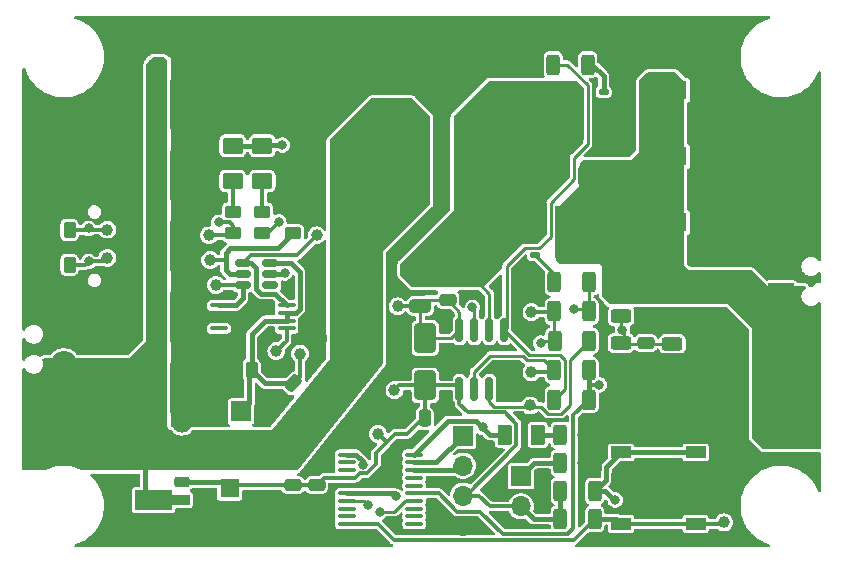
<source format=gtl>
%TF.GenerationSoftware,KiCad,Pcbnew,7.0.11-7.0.11~ubuntu22.04.1*%
%TF.CreationDate,2024-07-12T12:17:06+05:30*%
%TF.ProjectId,goodtorch,676f6f64-746f-4726-9368-2e6b69636164,rev?*%
%TF.SameCoordinates,Original*%
%TF.FileFunction,Copper,L1,Top*%
%TF.FilePolarity,Positive*%
%FSLAX46Y46*%
G04 Gerber Fmt 4.6, Leading zero omitted, Abs format (unit mm)*
G04 Created by KiCad (PCBNEW 7.0.11-7.0.11~ubuntu22.04.1) date 2024-07-12 12:17:06*
%MOMM*%
%LPD*%
G01*
G04 APERTURE LIST*
G04 Aperture macros list*
%AMRoundRect*
0 Rectangle with rounded corners*
0 $1 Rounding radius*
0 $2 $3 $4 $5 $6 $7 $8 $9 X,Y pos of 4 corners*
0 Add a 4 corners polygon primitive as box body*
4,1,4,$2,$3,$4,$5,$6,$7,$8,$9,$2,$3,0*
0 Add four circle primitives for the rounded corners*
1,1,$1+$1,$2,$3*
1,1,$1+$1,$4,$5*
1,1,$1+$1,$6,$7*
1,1,$1+$1,$8,$9*
0 Add four rect primitives between the rounded corners*
20,1,$1+$1,$2,$3,$4,$5,0*
20,1,$1+$1,$4,$5,$6,$7,0*
20,1,$1+$1,$6,$7,$8,$9,0*
20,1,$1+$1,$8,$9,$2,$3,0*%
%AMFreePoly0*
4,1,9,3.862500,-0.866500,0.737500,-0.866500,0.737500,-0.450000,-0.737500,-0.450000,-0.737500,0.450000,0.737500,0.450000,0.737500,0.866500,3.862500,0.866500,3.862500,-0.866500,3.862500,-0.866500,$1*%
G04 Aperture macros list end*
%TA.AperFunction,SMDPad,CuDef*%
%ADD10R,1.700000X1.000000*%
%TD*%
%TA.AperFunction,ComponentPad*%
%ADD11R,1.600000X1.600000*%
%TD*%
%TA.AperFunction,ComponentPad*%
%ADD12C,1.600000*%
%TD*%
%TA.AperFunction,SMDPad,CuDef*%
%ADD13RoundRect,0.250000X0.312500X0.625000X-0.312500X0.625000X-0.312500X-0.625000X0.312500X-0.625000X0*%
%TD*%
%TA.AperFunction,SMDPad,CuDef*%
%ADD14C,1.000000*%
%TD*%
%TA.AperFunction,SMDPad,CuDef*%
%ADD15RoundRect,0.250000X-0.475000X0.250000X-0.475000X-0.250000X0.475000X-0.250000X0.475000X0.250000X0*%
%TD*%
%TA.AperFunction,SMDPad,CuDef*%
%ADD16RoundRect,0.250000X-0.312500X-0.625000X0.312500X-0.625000X0.312500X0.625000X-0.312500X0.625000X0*%
%TD*%
%TA.AperFunction,SMDPad,CuDef*%
%ADD17RoundRect,0.250000X0.512652X0.159099X0.159099X0.512652X-0.512652X-0.159099X-0.159099X-0.512652X0*%
%TD*%
%TA.AperFunction,SMDPad,CuDef*%
%ADD18RoundRect,0.100000X-0.637500X-0.100000X0.637500X-0.100000X0.637500X0.100000X-0.637500X0.100000X0*%
%TD*%
%TA.AperFunction,ComponentPad*%
%ADD19C,3.800000*%
%TD*%
%TA.AperFunction,SMDPad,CuDef*%
%ADD20RoundRect,0.250000X0.450000X-0.262500X0.450000X0.262500X-0.450000X0.262500X-0.450000X-0.262500X0*%
%TD*%
%TA.AperFunction,SMDPad,CuDef*%
%ADD21RoundRect,0.250000X0.650000X-0.325000X0.650000X0.325000X-0.650000X0.325000X-0.650000X-0.325000X0*%
%TD*%
%TA.AperFunction,ComponentPad*%
%ADD22R,2.200000X2.200000*%
%TD*%
%TA.AperFunction,ComponentPad*%
%ADD23C,2.200000*%
%TD*%
%TA.AperFunction,SMDPad,CuDef*%
%ADD24RoundRect,0.250000X-0.450000X0.262500X-0.450000X-0.262500X0.450000X-0.262500X0.450000X0.262500X0*%
%TD*%
%TA.AperFunction,SMDPad,CuDef*%
%ADD25RoundRect,0.250000X-0.650000X1.000000X-0.650000X-1.000000X0.650000X-1.000000X0.650000X1.000000X0*%
%TD*%
%TA.AperFunction,SMDPad,CuDef*%
%ADD26RoundRect,0.125000X0.300000X0.125000X-0.300000X0.125000X-0.300000X-0.125000X0.300000X-0.125000X0*%
%TD*%
%TA.AperFunction,SMDPad,CuDef*%
%ADD27R,4.550000X4.410000*%
%TD*%
%TA.AperFunction,SMDPad,CuDef*%
%ADD28RoundRect,0.225000X0.425000X0.225000X-0.425000X0.225000X-0.425000X-0.225000X0.425000X-0.225000X0*%
%TD*%
%TA.AperFunction,SMDPad,CuDef*%
%ADD29FreePoly0,180.000000*%
%TD*%
%TA.AperFunction,SMDPad,CuDef*%
%ADD30RoundRect,0.250000X0.250000X0.475000X-0.250000X0.475000X-0.250000X-0.475000X0.250000X-0.475000X0*%
%TD*%
%TA.AperFunction,SMDPad,CuDef*%
%ADD31RoundRect,0.100000X0.637500X0.100000X-0.637500X0.100000X-0.637500X-0.100000X0.637500X-0.100000X0*%
%TD*%
%TA.AperFunction,SMDPad,CuDef*%
%ADD32RoundRect,0.250000X0.262500X0.450000X-0.262500X0.450000X-0.262500X-0.450000X0.262500X-0.450000X0*%
%TD*%
%TA.AperFunction,ComponentPad*%
%ADD33R,1.700000X1.700000*%
%TD*%
%TA.AperFunction,ComponentPad*%
%ADD34O,1.700000X1.700000*%
%TD*%
%TA.AperFunction,SMDPad,CuDef*%
%ADD35RoundRect,0.250001X0.624999X-0.462499X0.624999X0.462499X-0.624999X0.462499X-0.624999X-0.462499X0*%
%TD*%
%TA.AperFunction,SMDPad,CuDef*%
%ADD36R,4.000000X7.000000*%
%TD*%
%TA.AperFunction,SMDPad,CuDef*%
%ADD37RoundRect,0.250000X0.625000X-0.312500X0.625000X0.312500X-0.625000X0.312500X-0.625000X-0.312500X0*%
%TD*%
%TA.AperFunction,SMDPad,CuDef*%
%ADD38RoundRect,0.250000X-0.625000X0.312500X-0.625000X-0.312500X0.625000X-0.312500X0.625000X0.312500X0*%
%TD*%
%TA.AperFunction,SMDPad,CuDef*%
%ADD39RoundRect,0.250000X0.375000X0.625000X-0.375000X0.625000X-0.375000X-0.625000X0.375000X-0.625000X0*%
%TD*%
%TA.AperFunction,SMDPad,CuDef*%
%ADD40RoundRect,0.150000X0.150000X-0.825000X0.150000X0.825000X-0.150000X0.825000X-0.150000X-0.825000X0*%
%TD*%
%TA.AperFunction,SMDPad,CuDef*%
%ADD41RoundRect,0.150000X-0.512500X-0.150000X0.512500X-0.150000X0.512500X0.150000X-0.512500X0.150000X0*%
%TD*%
%TA.AperFunction,SMDPad,CuDef*%
%ADD42RoundRect,0.125000X-0.300000X-0.125000X0.300000X-0.125000X0.300000X0.125000X-0.300000X0.125000X0*%
%TD*%
%TA.AperFunction,SMDPad,CuDef*%
%ADD43RoundRect,0.250000X0.475000X-0.250000X0.475000X0.250000X-0.475000X0.250000X-0.475000X-0.250000X0*%
%TD*%
%TA.AperFunction,SMDPad,CuDef*%
%ADD44RoundRect,0.250000X-0.262500X-0.450000X0.262500X-0.450000X0.262500X0.450000X-0.262500X0.450000X0*%
%TD*%
%TA.AperFunction,SMDPad,CuDef*%
%ADD45RoundRect,0.250000X1.000000X0.650000X-1.000000X0.650000X-1.000000X-0.650000X1.000000X-0.650000X0*%
%TD*%
%TA.AperFunction,ComponentPad*%
%ADD46O,1.600000X1.000000*%
%TD*%
%TA.AperFunction,ComponentPad*%
%ADD47O,2.100000X1.000000*%
%TD*%
%TA.AperFunction,ViaPad*%
%ADD48C,0.800000*%
%TD*%
%TA.AperFunction,Conductor*%
%ADD49C,0.250000*%
%TD*%
%TA.AperFunction,Conductor*%
%ADD50C,0.300000*%
%TD*%
%TA.AperFunction,Conductor*%
%ADD51C,0.400000*%
%TD*%
G04 APERTURE END LIST*
D10*
%TO.P,SW1,1,1*%
%TO.N,BAT_N*%
X136190000Y-76675000D03*
X142490000Y-76675000D03*
%TO.P,SW1,2,2*%
%TO.N,Net-(U1-NRST)*%
X136190000Y-80475000D03*
X142490000Y-80475000D03*
%TD*%
D11*
%TO.P,C22,1*%
%TO.N,OUTPUT_VOLTAGE*%
X140955113Y-55400000D03*
D12*
%TO.P,C22,2*%
%TO.N,BAT_N*%
X142955113Y-55400000D03*
%TD*%
D13*
%TO.P,R5,1*%
%TO.N,Net-(U1-NRST)*%
X133962500Y-83746666D03*
%TO.P,R5,2*%
%TO.N,+3V3*%
X131037500Y-83746666D03*
%TD*%
D14*
%TO.P,TP30,1,1*%
%TO.N,Net-(U5-OD)*%
X110400000Y-62100000D03*
%TD*%
D15*
%TO.P,C24,1*%
%TO.N,OUTPUT_VOLTAGE*%
X138510000Y-67050000D03*
%TO.P,C24,2*%
%TO.N,BAT_N*%
X138510000Y-68950000D03*
%TD*%
D16*
%TO.P,R3,1*%
%TO.N,LOW_SIDE_FET*%
X130537500Y-76000000D03*
%TO.P,R3,2*%
%TO.N,Net-(U1-PB0{slash}PB1{slash}PB2{slash}PA8)*%
X133462500Y-76000000D03*
%TD*%
D14*
%TO.P,TP26,1,1*%
%TO.N,Net-(U2-~{CHRG})*%
X101300000Y-62100000D03*
%TD*%
%TO.P,TP15,1,1*%
%TO.N,OUTPUT_VOLTAGE*%
X149700000Y-71400000D03*
%TD*%
D17*
%TO.P,C16,1*%
%TO.N,BAT_P*%
X109771751Y-75971751D03*
%TO.P,C16,2*%
%TO.N,Net-(J6-Pin_1)*%
X108428249Y-74628249D03*
%TD*%
D18*
%TO.P,U1,1,PB7/PB8*%
%TO.N,ENABLE*%
X112937500Y-80675000D03*
%TO.P,U1,2,PC14/PB9*%
%TO.N,unconnected-(U1-PC14{slash}PB9-Pad2)*%
X112937500Y-81325000D03*
%TO.P,U1,3,PC15*%
%TO.N,unconnected-(U1-PC15-Pad3)*%
X112937500Y-81975000D03*
%TO.P,U1,4,VDD*%
%TO.N,+3V3*%
X112937500Y-82625000D03*
%TO.P,U1,5,VSS*%
%TO.N,BAT_N*%
X112937500Y-83275000D03*
%TO.P,U1,6,NRST*%
%TO.N,Net-(U1-NRST)*%
X112937500Y-83925000D03*
%TO.P,U1,7,PA0*%
%TO.N,FEEDBACK*%
X112937500Y-84575000D03*
%TO.P,U1,8,PA1*%
%TO.N,unconnected-(U1-PA1-Pad8)*%
X112937500Y-85225000D03*
%TO.P,U1,9,PA2*%
%TO.N,unconnected-(U1-PA2-Pad9)*%
X112937500Y-85875000D03*
%TO.P,U1,10,PA3*%
%TO.N,MODE_SELECT*%
X112937500Y-86525000D03*
%TO.P,U1,11,PA4*%
%TO.N,unconnected-(U1-PA4-Pad11)*%
X118662500Y-86525000D03*
%TO.P,U1,12,PA5*%
%TO.N,unconnected-(U1-PA5-Pad12)*%
X118662500Y-85875000D03*
%TO.P,U1,13,PA6*%
%TO.N,unconnected-(U1-PA6-Pad13)*%
X118662500Y-85225000D03*
%TO.P,U1,14,PA7*%
%TO.N,Net-(U1-PA7)*%
X118662500Y-84575000D03*
%TO.P,U1,15,PB0/PB1/PB2/PA8*%
%TO.N,Net-(U1-PB0{slash}PB1{slash}PB2{slash}PA8)*%
X118662500Y-83925000D03*
%TO.P,U1,16,PA11/PA9*%
%TO.N,unconnected-(U1-PA11{slash}PA9-Pad16)*%
X118662500Y-83275000D03*
%TO.P,U1,17,PA12/PA10*%
%TO.N,unconnected-(U1-PA12{slash}PA10-Pad17)*%
X118662500Y-82625000D03*
%TO.P,U1,18,PA13*%
%TO.N,SWDIO*%
X118662500Y-81975000D03*
%TO.P,U1,19,PA14/PA15*%
%TO.N,SWDCLK*%
X118662500Y-81325000D03*
%TO.P,U1,20,PB3/PB4/PB5/PB6*%
%TO.N,LED*%
X118662500Y-80675000D03*
%TD*%
D14*
%TO.P,TP16,1,1*%
%TO.N,BAT_N*%
X93500000Y-54400000D03*
%TD*%
D11*
%TO.P,C12,1*%
%TO.N,BAT_P*%
X97000000Y-54000000D03*
D12*
%TO.P,C12,2*%
%TO.N,BAT_N*%
X99000000Y-54000000D03*
%TD*%
D14*
%TO.P,TP9,1,1*%
%TO.N,Net-(U1-PA7)*%
X128600000Y-68600000D03*
%TD*%
D19*
%TO.P,H5,1,1*%
%TO.N,BAT_P*%
X88000000Y-78000000D03*
%TD*%
D13*
%TO.P,R10,1*%
%TO.N,HIGH_SIDE_FET*%
X133462500Y-68537500D03*
%TO.P,R10,2*%
%TO.N,Net-(U1-PA7)*%
X130537500Y-68537500D03*
%TD*%
D20*
%TO.P,R21,1*%
%TO.N,Net-(U5-VM)*%
X108400000Y-61912500D03*
%TO.P,R21,2*%
%TO.N,BAT_N*%
X108400000Y-60087500D03*
%TD*%
D21*
%TO.P,C14,1*%
%TO.N,Net-(D4-K)*%
X119200000Y-68075000D03*
%TO.P,C14,2*%
%TO.N,BOOST_SWITCH_NODE*%
X119200000Y-65125000D03*
%TD*%
D14*
%TO.P,TP24,1,1*%
%TO.N,CC1*%
X92700000Y-64000000D03*
%TD*%
D22*
%TO.P,J4,1,Pin_1*%
%TO.N,OUTPUT_VOLTAGE*%
X149720000Y-67270000D03*
D23*
%TO.P,J4,2,Pin_2*%
%TO.N,BAT_N*%
X149720000Y-64730000D03*
%TD*%
D14*
%TO.P,TP18,1,1*%
%TO.N,+3V3*%
X115600000Y-78900000D03*
%TD*%
D24*
%TO.P,R18,1*%
%TO.N,Net-(D7-K)*%
X105800000Y-60087500D03*
%TO.P,R18,2*%
%TO.N,Net-(U2-~{STDBY})*%
X105800000Y-61912500D03*
%TD*%
D22*
%TO.P,J3,1,Pin_1*%
%TO.N,BAT_N*%
X89000000Y-70460000D03*
D23*
%TO.P,J3,2,Pin_2*%
%TO.N,BAT_P*%
X89000000Y-73000000D03*
%TD*%
D25*
%TO.P,D4,1,K*%
%TO.N,Net-(D4-K)*%
X119600000Y-70800000D03*
%TO.P,D4,2,A*%
%TO.N,+3V3*%
X119600000Y-74800000D03*
%TD*%
D13*
%TO.P,R4,1*%
%TO.N,BAT_N*%
X133962500Y-79000000D03*
%TO.P,R4,2*%
%TO.N,Net-(D1-K)*%
X131037500Y-79000000D03*
%TD*%
D16*
%TO.P,R13,1*%
%TO.N,LOW_SIDE_FET*%
X130437500Y-47650000D03*
%TO.P,R13,2*%
%TO.N,Net-(Q3-G)*%
X133362500Y-47650000D03*
%TD*%
D26*
%TO.P,Q3,1,S*%
%TO.N,BAT_N*%
X134700000Y-53755000D03*
%TO.P,Q3,2,S*%
X134700000Y-52485000D03*
%TO.P,Q3,3,S*%
X134700000Y-51215000D03*
%TO.P,Q3,4,G*%
%TO.N,Net-(Q3-G)*%
X134700000Y-49945000D03*
D27*
%TO.P,Q3,5,D*%
%TO.N,BOOST_SWITCH_NODE*%
X130750000Y-51850000D03*
%TD*%
D11*
%TO.P,C4,1*%
%TO.N,BAT_P*%
X97000000Y-60000000D03*
D12*
%TO.P,C4,2*%
%TO.N,BAT_N*%
X99000000Y-60000000D03*
%TD*%
D28*
%TO.P,U4,1,GND*%
%TO.N,BAT_N*%
X99000000Y-86000000D03*
D29*
%TO.P,U4,2,VIN*%
%TO.N,BAT_P*%
X98912500Y-84500000D03*
D28*
%TO.P,U4,3,VOUT*%
%TO.N,+3V3*%
X99000000Y-83000000D03*
%TD*%
D30*
%TO.P,C9,1*%
%TO.N,BAT_P*%
X112550000Y-67400000D03*
%TO.P,C9,2*%
%TO.N,BAT_N*%
X110650000Y-67400000D03*
%TD*%
D16*
%TO.P,R2,1*%
%TO.N,GATE_DRIVER_IN*%
X130537500Y-73512500D03*
%TO.P,R2,2*%
%TO.N,Net-(U1-PB0{slash}PB1{slash}PB2{slash}PA8)*%
X133462500Y-73512500D03*
%TD*%
D13*
%TO.P,R1,1*%
%TO.N,BAT_N*%
X133962500Y-81373333D03*
%TO.P,R1,2*%
%TO.N,ENABLE*%
X131037500Y-81373333D03*
%TD*%
D24*
%TO.P,R12,1*%
%TO.N,Net-(D6-K)*%
X103312500Y-60087500D03*
%TO.P,R12,2*%
%TO.N,Net-(U2-~{CHRG})*%
X103312500Y-61912500D03*
%TD*%
D31*
%TO.P,U6,1,D*%
%TO.N,Net-(TP31-Pad1)*%
X107862500Y-69975000D03*
%TO.P,U6,2,S1*%
%TO.N,Net-(J6-Pin_1)*%
X107862500Y-69325000D03*
%TO.P,U6,3,S1*%
X107862500Y-68675000D03*
%TO.P,U6,4,G1*%
%TO.N,Net-(U5-OD)*%
X107862500Y-68025000D03*
%TO.P,U6,5,G2*%
%TO.N,Net-(U5-OC)*%
X102137500Y-68025000D03*
%TO.P,U6,6,S2*%
%TO.N,BAT_N*%
X102137500Y-68675000D03*
%TO.P,U6,7,S2*%
X102137500Y-69325000D03*
%TO.P,U6,8,D*%
%TO.N,Net-(TP31-Pad1)*%
X102137500Y-69975000D03*
%TD*%
D13*
%TO.P,R7,1*%
%TO.N,MODE_SELECT*%
X133962500Y-86120000D03*
%TO.P,R7,2*%
%TO.N,+3V3*%
X131037500Y-86120000D03*
%TD*%
D14*
%TO.P,TP31,1,1*%
%TO.N,Net-(TP31-Pad1)*%
X107000000Y-71900000D03*
%TD*%
%TO.P,TP17,1,1*%
%TO.N,GATE_DRIVER_SHUTDOWN*%
X128500000Y-76500000D03*
%TD*%
D19*
%TO.P,H8,1,1*%
%TO.N,OUTPUT_VOLTAGE*%
X149700000Y-78000000D03*
%TD*%
D14*
%TO.P,TP12,1,1*%
%TO.N,BAT_P*%
X92300000Y-80400000D03*
%TD*%
D15*
%TO.P,C25,1*%
%TO.N,OUTPUT_VOLTAGE*%
X142520000Y-67050000D03*
%TO.P,C25,2*%
%TO.N,BAT_N*%
X142520000Y-68950000D03*
%TD*%
D32*
%TO.P,R8,1*%
%TO.N,CC1*%
X89485007Y-64593449D03*
%TO.P,R8,2*%
%TO.N,BAT_N*%
X87660007Y-64593449D03*
%TD*%
D11*
%TO.P,C6,1*%
%TO.N,+3V3*%
X103050000Y-83500000D03*
D12*
%TO.P,C6,2*%
%TO.N,BAT_N*%
X103050000Y-85500000D03*
%TD*%
D15*
%TO.P,C7,1*%
%TO.N,+3V3*%
X108400000Y-83250000D03*
%TO.P,C7,2*%
%TO.N,BAT_N*%
X108400000Y-85150000D03*
%TD*%
D11*
%TO.P,C8,1*%
%TO.N,BAT_P*%
X97000000Y-72000000D03*
D12*
%TO.P,C8,2*%
%TO.N,BAT_N*%
X99000000Y-72000000D03*
%TD*%
D13*
%TO.P,R14,1*%
%TO.N,HIGH_SIDE_FET*%
X133462500Y-66050000D03*
%TO.P,R14,2*%
%TO.N,Net-(Q4-G)*%
X130537500Y-66050000D03*
%TD*%
D32*
%TO.P,R6,1*%
%TO.N,CC2*%
X89485007Y-61643449D03*
%TO.P,R6,2*%
%TO.N,BAT_N*%
X87660007Y-61643449D03*
%TD*%
D15*
%TO.P,C20,1*%
%TO.N,FEEDBACK*%
X138270000Y-71222500D03*
%TO.P,C20,2*%
%TO.N,BAT_N*%
X138270000Y-73122500D03*
%TD*%
D14*
%TO.P,TP8,1,1*%
%TO.N,+3V3*%
X117000000Y-75200000D03*
%TD*%
%TO.P,TP7,1,1*%
%TO.N,MODE_SELECT*%
X144900000Y-86400000D03*
%TD*%
%TO.P,TP11,1,1*%
%TO.N,BAT_N*%
X117000000Y-45800000D03*
%TD*%
D33*
%TO.P,J2,1,Pin_1*%
%TO.N,ENABLE*%
X127700000Y-82500000D03*
D34*
%TO.P,J2,2,Pin_2*%
%TO.N,+3V3*%
X127700000Y-85040000D03*
%TD*%
D14*
%TO.P,TP29,1,1*%
%TO.N,Net-(J6-Pin_1)*%
X109000000Y-72100000D03*
%TD*%
%TO.P,TP32,1,1*%
%TO.N,Net-(U5-OC)*%
X101900000Y-66300000D03*
%TD*%
%TO.P,TP20,1,1*%
%TO.N,Net-(D4-K)*%
X117270756Y-68108229D03*
%TD*%
D33*
%TO.P,J1,1,Pin_1*%
%TO.N,SWDCLK*%
X122800000Y-79060000D03*
D34*
%TO.P,J1,2,Pin_2*%
%TO.N,SWDIO*%
X122800000Y-81600000D03*
%TO.P,J1,3,Pin_3*%
%TO.N,+3V3*%
X122800000Y-84140000D03*
%TO.P,J1,4,Pin_4*%
%TO.N,BAT_N*%
X122800000Y-86680000D03*
%TD*%
D15*
%TO.P,C26,1*%
%TO.N,OUTPUT_VOLTAGE*%
X140520000Y-67050000D03*
%TO.P,C26,2*%
%TO.N,BAT_N*%
X140520000Y-68950000D03*
%TD*%
D30*
%TO.P,C11,1*%
%TO.N,BAT_P*%
X112550000Y-65400000D03*
%TO.P,C11,2*%
%TO.N,BAT_N*%
X110650000Y-65400000D03*
%TD*%
D11*
%TO.P,C23,1*%
%TO.N,OUTPUT_VOLTAGE*%
X140955113Y-61000000D03*
D12*
%TO.P,C23,2*%
%TO.N,BAT_N*%
X142955113Y-61000000D03*
%TD*%
D35*
%TO.P,D6,1,K*%
%TO.N,Net-(D6-K)*%
X103312500Y-57487500D03*
%TO.P,D6,2,A*%
%TO.N,VUSB*%
X103312500Y-54512500D03*
%TD*%
D36*
%TO.P,L1,1,1*%
%TO.N,BOOST_SWITCH_NODE*%
X125600000Y-57000000D03*
%TO.P,L1,2,2*%
%TO.N,BAT_P*%
X115600000Y-57000000D03*
%TD*%
D37*
%TO.P,R17,1*%
%TO.N,BAT_N*%
X136170000Y-74135000D03*
%TO.P,R17,2*%
%TO.N,FEEDBACK*%
X136170000Y-71210000D03*
%TD*%
D10*
%TO.P,SW2,1,1*%
%TO.N,BAT_N*%
X136190000Y-82715000D03*
X142490000Y-82715000D03*
%TO.P,SW2,2,2*%
%TO.N,MODE_SELECT*%
X136190000Y-86515000D03*
X142490000Y-86515000D03*
%TD*%
D15*
%TO.P,C2,1*%
%TO.N,+3V3*%
X110400000Y-83250000D03*
%TO.P,C2,2*%
%TO.N,BAT_N*%
X110400000Y-85150000D03*
%TD*%
D37*
%TO.P,R16,1*%
%TO.N,FEEDBACK*%
X136180000Y-68932500D03*
%TO.P,R16,2*%
%TO.N,OUTPUT_VOLTAGE*%
X136180000Y-66007500D03*
%TD*%
D14*
%TO.P,TP10,1,1*%
%TO.N,BAT_P*%
X114600000Y-65400000D03*
%TD*%
D11*
%TO.P,C3,1*%
%TO.N,BAT_P*%
X97000000Y-66000000D03*
D12*
%TO.P,C3,2*%
%TO.N,BAT_N*%
X99000000Y-66000000D03*
%TD*%
D14*
%TO.P,TP28,1,1*%
%TO.N,BAT_P*%
X92300000Y-78200000D03*
%TD*%
%TO.P,TP33,1,1*%
%TO.N,Net-(U5-VM)*%
X101400000Y-64200000D03*
%TD*%
D11*
%TO.P,C10,1*%
%TO.N,BAT_P*%
X97000000Y-78000000D03*
D12*
%TO.P,C10,2*%
%TO.N,BAT_N*%
X99000000Y-78000000D03*
%TD*%
D38*
%TO.P,R15,1*%
%TO.N,FEEDBACK*%
X140520000Y-71272500D03*
%TO.P,R15,2*%
%TO.N,BAT_N*%
X140520000Y-74197500D03*
%TD*%
D39*
%TO.P,D1,1,K*%
%TO.N,Net-(D1-K)*%
X129150000Y-79000000D03*
%TO.P,D1,2,A*%
%TO.N,LED*%
X126350000Y-79000000D03*
%TD*%
D40*
%TO.P,U3,1,VCC*%
%TO.N,+3V3*%
X122495000Y-75075000D03*
%TO.P,U3,2,IN*%
%TO.N,GATE_DRIVER_IN*%
X123765000Y-75075000D03*
%TO.P,U3,3,~{SD}*%
%TO.N,GATE_DRIVER_SHUTDOWN*%
X125035000Y-75075000D03*
%TO.P,U3,4,COM*%
%TO.N,BAT_N*%
X126305000Y-75075000D03*
%TO.P,U3,5,LO*%
%TO.N,LOW_SIDE_FET*%
X126305000Y-70125000D03*
%TO.P,U3,6,VS*%
%TO.N,BOOST_SWITCH_NODE*%
X125035000Y-70125000D03*
%TO.P,U3,7,HO*%
%TO.N,HIGH_SIDE_FET*%
X123765000Y-70125000D03*
%TO.P,U3,8,VB*%
%TO.N,Net-(D4-K)*%
X122495000Y-70125000D03*
%TD*%
D19*
%TO.P,H6,1,1*%
%TO.N,BAT_N*%
X88000000Y-54000000D03*
%TD*%
D41*
%TO.P,U5,1,OD*%
%TO.N,Net-(U5-OD)*%
X104175000Y-64425000D03*
%TO.P,U5,2,VM*%
%TO.N,Net-(U5-VM)*%
X104175000Y-65375000D03*
%TO.P,U5,3,OC*%
%TO.N,Net-(U5-OC)*%
X104175000Y-66325000D03*
%TO.P,U5,4,TD*%
%TO.N,unconnected-(U5-TD-Pad4)*%
X106450000Y-66325000D03*
%TO.P,U5,5,VCC*%
%TO.N,BAT_P*%
X106450000Y-65375000D03*
%TO.P,U5,6,GND*%
%TO.N,Net-(J6-Pin_1)*%
X106450000Y-64425000D03*
%TD*%
D19*
%TO.P,H7,1,1*%
%TO.N,BAT_N*%
X150000000Y-54000000D03*
%TD*%
D14*
%TO.P,TP13,1,1*%
%TO.N,BOOST_SWITCH_NODE*%
X123900000Y-65300000D03*
%TD*%
D42*
%TO.P,Q4,1,S*%
%TO.N,BOOST_SWITCH_NODE*%
X128900000Y-59945000D03*
%TO.P,Q4,2,S*%
X128900000Y-61215000D03*
%TO.P,Q4,3,S*%
X128900000Y-62485000D03*
%TO.P,Q4,4,G*%
%TO.N,Net-(Q4-G)*%
X128900000Y-63755000D03*
D27*
%TO.P,Q4,5,D*%
%TO.N,OUTPUT_VOLTAGE*%
X132850000Y-61850000D03*
%TD*%
D30*
%TO.P,C13,1*%
%TO.N,BAT_P*%
X112500000Y-69400000D03*
%TO.P,C13,2*%
%TO.N,BAT_N*%
X110600000Y-69400000D03*
%TD*%
D43*
%TO.P,C27,1*%
%TO.N,Net-(D4-K)*%
X121500000Y-67550000D03*
%TO.P,C27,2*%
%TO.N,BOOST_SWITCH_NODE*%
X121500000Y-65650000D03*
%TD*%
D11*
%TO.P,C21,1*%
%TO.N,OUTPUT_VOLTAGE*%
X140955113Y-49800000D03*
D12*
%TO.P,C21,2*%
%TO.N,BAT_N*%
X142955113Y-49800000D03*
%TD*%
D14*
%TO.P,TP19,1,1*%
%TO.N,GATE_DRIVER_IN*%
X128600000Y-73700000D03*
%TD*%
%TO.P,TP23,1,1*%
%TO.N,CC2*%
X92700000Y-61600000D03*
%TD*%
D44*
%TO.P,R20,1*%
%TO.N,BAT_N*%
X103087500Y-73500000D03*
%TO.P,R20,2*%
%TO.N,Net-(J6-Pin_1)*%
X104912500Y-73500000D03*
%TD*%
D11*
%TO.P,C5,1*%
%TO.N,BAT_P*%
X97000000Y-48000000D03*
D12*
%TO.P,C5,2*%
%TO.N,BAT_N*%
X99000000Y-48000000D03*
%TD*%
D14*
%TO.P,TP34,1,1*%
%TO.N,BAT_N*%
X93500000Y-51900000D03*
%TD*%
D30*
%TO.P,C1,1*%
%TO.N,+3V3*%
X119550000Y-77600000D03*
%TO.P,C1,2*%
%TO.N,BAT_N*%
X117650000Y-77600000D03*
%TD*%
D45*
%TO.P,D3,1,K*%
%TO.N,OUTPUT_VOLTAGE*%
X133800000Y-57050000D03*
%TO.P,D3,2,A*%
%TO.N,BOOST_SWITCH_NODE*%
X129800000Y-57050000D03*
%TD*%
D13*
%TO.P,R9,1*%
%TO.N,GATE_DRIVER_SHUTDOWN*%
X133500000Y-71025000D03*
%TO.P,R9,2*%
%TO.N,Net-(U1-PA7)*%
X130575000Y-71025000D03*
%TD*%
D35*
%TO.P,D7,1,K*%
%TO.N,Net-(D7-K)*%
X105800000Y-57487500D03*
%TO.P,D7,2,A*%
%TO.N,VUSB*%
X105800000Y-54512500D03*
%TD*%
D33*
%TO.P,J6,1,Pin_1*%
%TO.N,Net-(J6-Pin_1)*%
X104000000Y-77000000D03*
D34*
%TO.P,J6,2,Pin_2*%
%TO.N,BAT_P*%
X104000000Y-79540000D03*
%TD*%
D46*
%TO.P,J5,S1,SHIELD*%
%TO.N,BAT_N*%
X87925000Y-67320000D03*
D47*
X92105000Y-67320000D03*
D46*
X87925000Y-58680000D03*
D47*
X92105000Y-58680000D03*
%TD*%
D48*
%TO.N,BAT_N*%
X108500000Y-59050000D03*
%TO.N,Net-(U2-~{STDBY})*%
X107200000Y-60950000D03*
%TO.N,Net-(U2-~{CHRG})*%
X102100000Y-61000000D03*
%TO.N,LED*%
X124500000Y-78350000D03*
%TO.N,VUSB*%
X107500000Y-54450000D03*
%TO.N,BAT_N*%
X142900000Y-64000000D03*
%TO.N,Net-(U1-PB0{slash}PB1{slash}PB2{slash}PA8)*%
X134350000Y-74750000D03*
%TO.N,Net-(U1-NRST)*%
X117100000Y-84200000D03*
%TO.N,Net-(U1-PA7)*%
X115750000Y-85500000D03*
%TO.N,FEEDBACK*%
X114750000Y-84900000D03*
%TO.N,BAT_N*%
X108000000Y-66700000D03*
X106100000Y-68200000D03*
X100300000Y-69800000D03*
X100300000Y-68600000D03*
%TO.N,CC1*%
X91100000Y-64300000D03*
%TO.N,CC2*%
X91100000Y-61500000D03*
%TO.N,BAT_N*%
X109600000Y-70800000D03*
X109500000Y-64300000D03*
X109600000Y-69500000D03*
X122900000Y-67300000D03*
X121100000Y-69000000D03*
%TO.N,HIGH_SIDE_FET*%
X123600000Y-68200000D03*
%TO.N,BAT_N*%
X125600000Y-66300000D03*
X127900000Y-66900000D03*
%TO.N,HIGH_SIDE_FET*%
X132200000Y-68300000D03*
%TO.N,Net-(U1-PA7)*%
X129400000Y-71200000D03*
%TO.N,FEEDBACK*%
X136300000Y-70100000D03*
%TO.N,Net-(U1-NRST)*%
X135700000Y-84500000D03*
%TO.N,BAT_N*%
X115000000Y-83000000D03*
X110700000Y-86200000D03*
X108600000Y-86200000D03*
X99000000Y-86900000D03*
X138300000Y-74200000D03*
X129600000Y-83400000D03*
X121000000Y-48700000D03*
X141100000Y-82800000D03*
X93200000Y-87500000D03*
X143300000Y-44400000D03*
X132900000Y-81400000D03*
X121000000Y-58700000D03*
X134100000Y-45800000D03*
X128100000Y-46200000D03*
X136100000Y-54200000D03*
X121000000Y-50700000D03*
X140998074Y-76792689D03*
X115000000Y-48700000D03*
X110700000Y-64100000D03*
X132900000Y-79000000D03*
X128100000Y-44200000D03*
X113000000Y-48700000D03*
X102000000Y-73500000D03*
X145100000Y-79500000D03*
X134100000Y-44200000D03*
X126300000Y-73400000D03*
X106200000Y-76200000D03*
X130100000Y-44200000D03*
X109000000Y-48700000D03*
X145500000Y-74800000D03*
X93800000Y-44400000D03*
X123000000Y-48700000D03*
X121000000Y-54700000D03*
X126500000Y-86200000D03*
X119800000Y-61000000D03*
X121000000Y-52700000D03*
X132100000Y-45800000D03*
X121434484Y-73313837D03*
X117000000Y-48700000D03*
X124600000Y-80700000D03*
X109000000Y-54700000D03*
X132100000Y-44200000D03*
X136100000Y-52200000D03*
X136100000Y-50200000D03*
X121100000Y-86500000D03*
X148700000Y-61200000D03*
X136100000Y-75400000D03*
X137600000Y-76800000D03*
X142600000Y-69900000D03*
X105100000Y-45300000D03*
X106100000Y-73000000D03*
X136100000Y-44200000D03*
X138500000Y-69900000D03*
X118100000Y-62700000D03*
X121108108Y-76116800D03*
X140500000Y-69900000D03*
X136100000Y-46200000D03*
X109000000Y-52700000D03*
X136100000Y-48200000D03*
X109000000Y-50700000D03*
X128100000Y-48200000D03*
X119000000Y-48700000D03*
X130100000Y-45800000D03*
X93700000Y-83600000D03*
X110900000Y-70800000D03*
X121000000Y-56700000D03*
X127100000Y-75100000D03*
X137600000Y-82800000D03*
X140500000Y-75400000D03*
X109000000Y-56700000D03*
X143700000Y-69000000D03*
X106700000Y-87700000D03*
X111000000Y-48700000D03*
X125100000Y-83800000D03*
%TO.N,ENABLE*%
X114300000Y-81500000D03*
%TO.N,BAT_P*%
X107687851Y-65285421D03*
X112000000Y-63200000D03*
%TD*%
D49*
%TO.N,HIGH_SIDE_FET*%
X123765000Y-70125000D02*
X123765000Y-68365000D01*
X123765000Y-68365000D02*
X123600000Y-68200000D01*
D50*
%TO.N,Net-(U2-~{CHRG})*%
X103312500Y-61262500D02*
X103312500Y-61912500D01*
X102100000Y-61000000D02*
X103050000Y-61000000D01*
X103050000Y-61000000D02*
X103312500Y-61262500D01*
%TO.N,Net-(U2-~{STDBY})*%
X107000000Y-61200000D02*
X106287500Y-61912500D01*
X106287500Y-61912500D02*
X105800000Y-61912500D01*
D51*
%TO.N,LED*%
X124500000Y-78400000D02*
X125000000Y-78900000D01*
X124500000Y-78350000D02*
X124500000Y-78400000D01*
X124450000Y-78350000D02*
X124500000Y-78350000D01*
%TO.N,VUSB*%
X105862500Y-54450000D02*
X105800000Y-54512500D01*
X107500000Y-54450000D02*
X105862500Y-54450000D01*
%TO.N,Net-(U1-PB0{slash}PB1{slash}PB2{slash}PA8)*%
X133462500Y-73512500D02*
X133462500Y-74800000D01*
X133462500Y-74800000D02*
X133462500Y-76000000D01*
D50*
X134350000Y-74750000D02*
X133512500Y-74750000D01*
X133512500Y-74750000D02*
X133462500Y-74800000D01*
D51*
%TO.N,Net-(U1-NRST)*%
X117100000Y-84150000D02*
X116875000Y-83925000D01*
X117100000Y-84200000D02*
X117100000Y-84150000D01*
X117150000Y-84200000D02*
X117100000Y-84200000D01*
D49*
%TO.N,Net-(U1-PA7)*%
X115750000Y-85500000D02*
X117000001Y-85500000D01*
X117000001Y-85500000D02*
X117925001Y-84575000D01*
X117925001Y-84575000D02*
X118662500Y-84575000D01*
D51*
%TO.N,Net-(U1-NRST)*%
X117150000Y-84200000D02*
X117150000Y-84200000D01*
X116875000Y-83925000D02*
X112937500Y-83925000D01*
D49*
%TO.N,FEEDBACK*%
X114750000Y-84900000D02*
X114425000Y-84575000D01*
X114425000Y-84575000D02*
X112937500Y-84575000D01*
D51*
%TO.N,Net-(U5-OD)*%
X104175000Y-64425000D02*
X104837499Y-64425000D01*
X104837499Y-64425000D02*
X105300000Y-64887501D01*
X105705526Y-67025000D02*
X106862500Y-67025000D01*
X105300000Y-64887501D02*
X105300000Y-66619474D01*
X105300000Y-66619474D02*
X105705526Y-67025000D01*
X106862500Y-67025000D02*
X107862500Y-68025000D01*
D50*
%TO.N,CC1*%
X91130000Y-64300000D02*
X91140000Y-64290000D01*
X91100000Y-64300000D02*
X91130000Y-64300000D01*
X91100000Y-64330000D02*
X91100000Y-64300000D01*
D49*
%TO.N,LOW_SIDE_FET*%
X126305000Y-70125000D02*
X126500000Y-69930000D01*
X133350000Y-49395100D02*
X131604900Y-47650000D01*
X126500000Y-69930000D02*
X126500000Y-64700000D01*
X132225000Y-57345000D02*
X132225000Y-55505000D01*
X126500000Y-64700000D02*
X128020000Y-63180000D01*
X128020000Y-63180000D02*
X129270000Y-63180000D01*
X130250000Y-62200000D02*
X130250000Y-59320000D01*
X129270000Y-63180000D02*
X130250000Y-62200000D01*
X130250000Y-59320000D02*
X132225000Y-57345000D01*
X132225000Y-55505000D02*
X133350000Y-54380000D01*
X131604900Y-47650000D02*
X130437500Y-47650000D01*
X133350000Y-54380000D02*
X133350000Y-49395100D01*
%TO.N,BOOST_SWITCH_NODE*%
X125035000Y-70125000D02*
X125035000Y-67035000D01*
X125035000Y-67035000D02*
X123650000Y-65650000D01*
X123650000Y-65650000D02*
X121500000Y-65650000D01*
D51*
%TO.N,Net-(U1-NRST)*%
X135700000Y-84600000D02*
X134846666Y-83746666D01*
X135700000Y-84500000D02*
X135700000Y-84600000D01*
X135600000Y-84500000D02*
X135700000Y-84500000D01*
X135600000Y-84500000D02*
X135600000Y-84500000D01*
X134846666Y-83746666D02*
X133962500Y-83746666D01*
D50*
%TO.N,+3V3*%
X116325000Y-79625000D02*
X115420000Y-80530000D01*
X115420000Y-80530000D02*
X115420000Y-81480000D01*
X115420000Y-81480000D02*
X114650000Y-82250000D01*
X114650000Y-82250000D02*
X114039168Y-82250000D01*
X114039168Y-82250000D02*
X113664168Y-82625000D01*
X113664168Y-82625000D02*
X112937500Y-82625000D01*
X110400000Y-83250000D02*
X103300000Y-83250000D01*
X103300000Y-83250000D02*
X103050000Y-83500000D01*
X112937500Y-82625000D02*
X111025000Y-82625000D01*
X111025000Y-82625000D02*
X110400000Y-83250000D01*
X119600000Y-74800000D02*
X117400000Y-74800000D01*
X117400000Y-74800000D02*
X117000000Y-75200000D01*
D51*
%TO.N,Net-(D1-K)*%
X129150000Y-79000000D02*
X131037500Y-79000000D01*
D49*
%TO.N,Net-(D4-K)*%
X122495000Y-70125000D02*
X121820000Y-70800000D01*
D50*
X119166771Y-68108229D02*
X119200000Y-68075000D01*
D49*
X121500000Y-67550000D02*
X122495000Y-68545000D01*
X121500000Y-67550000D02*
X119725000Y-67550000D01*
X122495000Y-68545000D02*
X122495000Y-70125000D01*
D50*
X117270756Y-68108229D02*
X119166771Y-68108229D01*
D49*
X119200000Y-70400000D02*
X119600000Y-70800000D01*
X119725000Y-67550000D02*
X119200000Y-68075000D01*
X119200000Y-68075000D02*
X119200000Y-70400000D01*
X121820000Y-70800000D02*
X119600000Y-70800000D01*
%TO.N,FEEDBACK*%
X136180000Y-69880000D02*
X136400000Y-70100000D01*
X136400000Y-70100000D02*
X136400000Y-70980000D01*
X136180000Y-68932500D02*
X136180000Y-69880000D01*
X136232500Y-71272500D02*
X136170000Y-71210000D01*
X136400000Y-70980000D02*
X136170000Y-71210000D01*
X140520000Y-71272500D02*
X136232500Y-71272500D01*
D51*
%TO.N,+3V3*%
X128780000Y-86120000D02*
X127700000Y-85040000D01*
X99000000Y-83000000D02*
X102550000Y-83000000D01*
D50*
X119600000Y-74800000D02*
X122220000Y-74800000D01*
D51*
X102550000Y-83000000D02*
X103050000Y-83500000D01*
X131037500Y-83746666D02*
X131037500Y-86120000D01*
D50*
X122495000Y-76362986D02*
X122495000Y-75075000D01*
X115600000Y-78900000D02*
X116325000Y-79625000D01*
X117050000Y-78900000D02*
X116325000Y-79625000D01*
X122800000Y-84140000D02*
X123065456Y-84140000D01*
X127325000Y-78025000D02*
X126375000Y-77075000D01*
X127325000Y-79880456D02*
X127325000Y-78025000D01*
X119400000Y-77600000D02*
X118100000Y-78900000D01*
X123065456Y-84140000D02*
X127325000Y-79880456D01*
X125066370Y-85040000D02*
X124166370Y-84140000D01*
X127700000Y-85040000D02*
X125066370Y-85040000D01*
X119600000Y-74800000D02*
X119600000Y-77550000D01*
X118100000Y-78900000D02*
X117050000Y-78900000D01*
X119600000Y-77550000D02*
X119550000Y-77600000D01*
X119550000Y-77600000D02*
X119400000Y-77600000D01*
X126375000Y-77075000D02*
X123207014Y-77075000D01*
X124166370Y-84140000D02*
X122800000Y-84140000D01*
D51*
X131037500Y-86120000D02*
X128780000Y-86120000D01*
D50*
X123207014Y-77075000D02*
X122495000Y-76362986D01*
X122220000Y-74800000D02*
X122495000Y-75075000D01*
D51*
%TO.N,LED*%
X123910000Y-77810000D02*
X124450000Y-78350000D01*
X118662500Y-80675000D02*
X121527500Y-77810000D01*
X121527500Y-77810000D02*
X123910000Y-77810000D01*
X125100000Y-79000000D02*
X126350000Y-79000000D01*
X125000000Y-78900000D02*
X125100000Y-79000000D01*
%TO.N,SWDCLK*%
X120535000Y-81325000D02*
X118662500Y-81325000D01*
X122800000Y-79060000D02*
X120535000Y-81325000D01*
%TO.N,SWDIO*%
X122425000Y-81975000D02*
X118662500Y-81975000D01*
X122800000Y-81600000D02*
X122425000Y-81975000D01*
%TO.N,ENABLE*%
X113734878Y-80675000D02*
X112937500Y-80675000D01*
X131037500Y-81373333D02*
X128826667Y-81373333D01*
X114300000Y-81240122D02*
X113734878Y-80675000D01*
X114300000Y-81500000D02*
X114300000Y-81240122D01*
X128826667Y-81373333D02*
X127700000Y-82500000D01*
%TO.N,Net-(Q3-G)*%
X133756250Y-47650000D02*
X133362500Y-47650000D01*
X134700000Y-48593750D02*
X133756250Y-47650000D01*
X134700000Y-49945000D02*
X134700000Y-48593750D01*
D49*
%TO.N,Net-(Q4-G)*%
X128900000Y-63755000D02*
X130537500Y-65392500D01*
X130537500Y-65392500D02*
X130537500Y-66050000D01*
%TO.N,LOW_SIDE_FET*%
X131007600Y-72225000D02*
X128405000Y-72225000D01*
X130537500Y-76000000D02*
X131425000Y-75112500D01*
X131425000Y-72642400D02*
X131007600Y-72225000D01*
X128405000Y-72225000D02*
X126305000Y-70125000D01*
X131425000Y-75112500D02*
X131425000Y-72642400D01*
%TO.N,HIGH_SIDE_FET*%
X133462500Y-66050000D02*
X133462500Y-68537500D01*
X132200000Y-68300000D02*
X133225000Y-68300000D01*
X133225000Y-68300000D02*
X133462500Y-68537500D01*
D50*
%TO.N,GATE_DRIVER_IN*%
X130350000Y-73700000D02*
X130537500Y-73512500D01*
D49*
X127843604Y-72300000D02*
X125100000Y-72300000D01*
X125100000Y-72300000D02*
X123765000Y-73635000D01*
X128218604Y-72675000D02*
X127843604Y-72300000D01*
X129700000Y-72675000D02*
X128218604Y-72675000D01*
X130537500Y-73512500D02*
X129700000Y-72675000D01*
X123765000Y-73635000D02*
X123765000Y-75075000D01*
D50*
X128600000Y-73700000D02*
X130350000Y-73700000D01*
D49*
%TO.N,GATE_DRIVER_SHUTDOWN*%
X133500000Y-71025000D02*
X131875000Y-72650000D01*
X129379900Y-76600000D02*
X125400000Y-76600000D01*
X131875000Y-76420100D02*
X131095100Y-77200000D01*
X129979900Y-77200000D02*
X129379900Y-76600000D01*
X125400000Y-76600000D02*
X125035000Y-76235000D01*
X131875000Y-72650000D02*
X131875000Y-76420100D01*
X131095100Y-77200000D02*
X129979900Y-77200000D01*
X125035000Y-76235000D02*
X125035000Y-75075000D01*
D50*
%TO.N,Net-(U1-PB0{slash}PB1{slash}PB2{slash}PA8)*%
X120747943Y-83925000D02*
X122302943Y-85480000D01*
X124280000Y-85480000D02*
X126145000Y-87345000D01*
X131655000Y-87345000D02*
X132150000Y-86850000D01*
X118662500Y-83925000D02*
X120747943Y-83925000D01*
X132150000Y-77312500D02*
X133462500Y-76000000D01*
X122302943Y-85480000D02*
X124280000Y-85480000D01*
X126145000Y-87345000D02*
X131655000Y-87345000D01*
X132150000Y-86850000D02*
X132150000Y-77312500D01*
D51*
%TO.N,Net-(U1-NRST)*%
X134925000Y-82784166D02*
X134925000Y-81740000D01*
X134925000Y-81740000D02*
X136190000Y-80475000D01*
X136190000Y-80475000D02*
X142490000Y-80475000D01*
X133962500Y-83746666D02*
X134925000Y-82784166D01*
D50*
%TO.N,MODE_SELECT*%
X132202500Y-87880000D02*
X133962500Y-86120000D01*
X144785000Y-86515000D02*
X144900000Y-86400000D01*
D51*
X133962500Y-86120000D02*
X135795000Y-86120000D01*
D50*
X112937500Y-86525000D02*
X115625000Y-86525000D01*
X142490000Y-86515000D02*
X144785000Y-86515000D01*
D51*
X135795000Y-86120000D02*
X136190000Y-86515000D01*
D50*
X115625000Y-86525000D02*
X116980000Y-87880000D01*
X142490000Y-86515000D02*
X136190000Y-86515000D01*
X116980000Y-87880000D02*
X132202500Y-87880000D01*
D49*
%TO.N,Net-(U1-PA7)*%
X130537500Y-68537500D02*
X130537500Y-70987500D01*
X130537500Y-70987500D02*
X130575000Y-71025000D01*
D50*
X130475000Y-68600000D02*
X130537500Y-68537500D01*
X128600000Y-68600000D02*
X130475000Y-68600000D01*
D49*
X130575000Y-71025000D02*
X129575000Y-71025000D01*
X129575000Y-71025000D02*
X129400000Y-71200000D01*
D51*
%TO.N,VUSB*%
X105800000Y-54512500D02*
X103312500Y-54512500D01*
%TO.N,BAT_P*%
X98912500Y-84500000D02*
X96100000Y-84500000D01*
X96100000Y-84500000D02*
X95900000Y-84300000D01*
X95900000Y-84300000D02*
X95900000Y-81500000D01*
X106450000Y-65375000D02*
X107598272Y-65375000D01*
X107598272Y-65375000D02*
X107687851Y-65285421D01*
%TO.N,Net-(J6-Pin_1)*%
X104700000Y-73712500D02*
X104912500Y-73500000D01*
X108428249Y-74628249D02*
X106040749Y-74628249D01*
X104000000Y-77000000D02*
X104700000Y-76300000D01*
X104912500Y-70487500D02*
X104912500Y-73500000D01*
X107862500Y-69325000D02*
X106075000Y-69325000D01*
X104700000Y-76300000D02*
X104700000Y-73712500D01*
X106040749Y-74628249D02*
X104912500Y-73500000D01*
D50*
X109000000Y-74056498D02*
X108428249Y-74628249D01*
X109000000Y-72100000D02*
X109000000Y-74056498D01*
D51*
X109000000Y-65200000D02*
X109000000Y-68334878D01*
X106450000Y-64425000D02*
X108225000Y-64425000D01*
X108225000Y-64425000D02*
X109000000Y-65200000D01*
X107862500Y-68675000D02*
X107862500Y-69325000D01*
X108659878Y-68675000D02*
X107862500Y-68675000D01*
X109000000Y-68334878D02*
X108659878Y-68675000D01*
X106075000Y-69325000D02*
X104912500Y-70487500D01*
D50*
%TO.N,Net-(D6-K)*%
X103312500Y-60087500D02*
X103312500Y-57487500D01*
%TO.N,Net-(D7-K)*%
X105800000Y-57487500D02*
X105800000Y-60087500D01*
%TO.N,CC1*%
X90836551Y-64593449D02*
X91100000Y-64330000D01*
X89485007Y-64593449D02*
X90836551Y-64593449D01*
X92410000Y-64290000D02*
X92700000Y-64000000D01*
X91140000Y-64290000D02*
X92410000Y-64290000D01*
%TO.N,CC2*%
X90896551Y-61643449D02*
X91020000Y-61520000D01*
X89485007Y-61643449D02*
X90896551Y-61643449D01*
X91100000Y-61600000D02*
X91020000Y-61520000D01*
X92700000Y-61600000D02*
X91100000Y-61600000D01*
%TO.N,Net-(U2-~{CHRG})*%
X101300000Y-62100000D02*
X103125000Y-62100000D01*
X103125000Y-62100000D02*
X103312500Y-61912500D01*
D51*
%TO.N,Net-(U5-VM)*%
X102700000Y-63600000D02*
X102700000Y-64100000D01*
X107112500Y-63200000D02*
X103100000Y-63200000D01*
X102700000Y-65000000D02*
X103075000Y-65375000D01*
D50*
X102600000Y-64200000D02*
X102700000Y-64100000D01*
D51*
X108400000Y-61912500D02*
X107112500Y-63200000D01*
X103100000Y-63200000D02*
X102700000Y-63600000D01*
D50*
X101400000Y-64200000D02*
X102600000Y-64200000D01*
D51*
X102700000Y-64100000D02*
X102700000Y-65000000D01*
X103075000Y-65375000D02*
X104175000Y-65375000D01*
D50*
%TO.N,Net-(U5-OD)*%
X104825000Y-63775000D02*
X104175000Y-64425000D01*
X108725000Y-63775000D02*
X104825000Y-63775000D01*
X110400000Y-62100000D02*
X108725000Y-63775000D01*
%TO.N,Net-(TP31-Pad1)*%
X107862500Y-71037500D02*
X107862500Y-69975000D01*
X107000000Y-71900000D02*
X107862500Y-71037500D01*
D51*
%TO.N,Net-(U5-OC)*%
X104175000Y-66325000D02*
X104175000Y-67425000D01*
D50*
X104150000Y-66300000D02*
X104175000Y-66325000D01*
D51*
X104175000Y-67425000D02*
X103575000Y-68025000D01*
D50*
X101900000Y-66300000D02*
X104150000Y-66300000D01*
D51*
X103575000Y-68025000D02*
X102137500Y-68025000D01*
%TD*%
%TA.AperFunction,Conductor*%
%TO.N,OUTPUT_VOLTAGE*%
G36*
X140815677Y-48319685D02*
G01*
X140836319Y-48336319D01*
X141463681Y-48963681D01*
X141497166Y-49025004D01*
X141500000Y-49051362D01*
X141500000Y-64600000D01*
X141900000Y-65000000D01*
X147148638Y-65000000D01*
X147215677Y-65019685D01*
X147236319Y-65036319D01*
X148600000Y-66400000D01*
X151709575Y-66400000D01*
X151776614Y-66419685D01*
X151822369Y-66472489D01*
X151832313Y-66541647D01*
X151803288Y-66605203D01*
X151775547Y-66628993D01*
X151757743Y-66640179D01*
X151757737Y-66640184D01*
X151630184Y-66767737D01*
X151534211Y-66920476D01*
X151474631Y-67090745D01*
X151474630Y-67090750D01*
X151454435Y-67269996D01*
X151454435Y-67270003D01*
X151474630Y-67449249D01*
X151474631Y-67449254D01*
X151534211Y-67619523D01*
X151550534Y-67645500D01*
X151630184Y-67772262D01*
X151757738Y-67899816D01*
X151910478Y-67995789D01*
X152080745Y-68055368D01*
X152080750Y-68055369D01*
X152171246Y-68065565D01*
X152215040Y-68070499D01*
X152215043Y-68070500D01*
X152215046Y-68070500D01*
X152304957Y-68070500D01*
X152304958Y-68070499D01*
X152372104Y-68062934D01*
X152439249Y-68055369D01*
X152439252Y-68055368D01*
X152439255Y-68055368D01*
X152609522Y-67995789D01*
X152762262Y-67899816D01*
X152887819Y-67774259D01*
X152949142Y-67740774D01*
X153018834Y-67745758D01*
X153074767Y-67787630D01*
X153099184Y-67853094D01*
X153099500Y-67861940D01*
X153099500Y-80076000D01*
X153079815Y-80143039D01*
X153027011Y-80188794D01*
X152975500Y-80200000D01*
X148251362Y-80200000D01*
X148184323Y-80180315D01*
X148163681Y-80163681D01*
X147336319Y-79336319D01*
X147302834Y-79274996D01*
X147300000Y-79248638D01*
X147300000Y-70000000D01*
X145200000Y-67900000D01*
X135251362Y-67900000D01*
X135184323Y-67880315D01*
X135163681Y-67863681D01*
X134636319Y-67336319D01*
X134602834Y-67274996D01*
X134600000Y-67248638D01*
X134600000Y-64700000D01*
X134400000Y-64500000D01*
X131051362Y-64500000D01*
X130984323Y-64480315D01*
X130963681Y-64463681D01*
X130736319Y-64236319D01*
X130702834Y-64174996D01*
X130700000Y-64148638D01*
X130700000Y-59851362D01*
X130719685Y-59784323D01*
X130736319Y-59763681D01*
X132700000Y-57800000D01*
X132700000Y-56051362D01*
X132719685Y-55984323D01*
X132736319Y-55963681D01*
X132963681Y-55736319D01*
X133025004Y-55702834D01*
X133051362Y-55700000D01*
X137000000Y-55700000D01*
X137700000Y-55000000D01*
X137700000Y-49051362D01*
X137719685Y-48984323D01*
X137736319Y-48963681D01*
X138363681Y-48336319D01*
X138425004Y-48302834D01*
X138451362Y-48300000D01*
X140748638Y-48300000D01*
X140815677Y-48319685D01*
G37*
%TD.AperFunction*%
%TD*%
%TA.AperFunction,Conductor*%
%TO.N,BAT_P*%
G36*
X97515677Y-47019685D02*
G01*
X97536319Y-47036319D01*
X97713681Y-47213681D01*
X97747166Y-47275004D01*
X97750000Y-47301362D01*
X97750000Y-78250000D01*
X97907142Y-78549999D01*
X97907143Y-78550000D01*
X98028579Y-78550000D01*
X98095618Y-78569685D01*
X98124432Y-78595335D01*
X98250748Y-78749252D01*
X98411317Y-78881027D01*
X98411320Y-78881028D01*
X98411322Y-78881030D01*
X98594503Y-78978943D01*
X98594505Y-78978943D01*
X98594508Y-78978945D01*
X98793282Y-79039242D01*
X99000000Y-79059602D01*
X99206718Y-79039242D01*
X99405492Y-78978945D01*
X99588683Y-78881027D01*
X99749252Y-78749252D01*
X99875567Y-78595335D01*
X99933313Y-78556001D01*
X99971421Y-78550000D01*
X106615671Y-78550000D01*
X109057835Y-75575000D01*
X111500000Y-72600002D01*
X111500000Y-71086369D01*
X111508058Y-71042397D01*
X111524138Y-71000000D01*
X111540149Y-70957782D01*
X111559307Y-70800000D01*
X111540149Y-70642218D01*
X111539025Y-70639255D01*
X111508058Y-70557601D01*
X111500000Y-70513630D01*
X111500000Y-54051362D01*
X111519685Y-53984323D01*
X111536319Y-53963681D01*
X114963681Y-50536319D01*
X115025004Y-50502834D01*
X115051362Y-50500000D01*
X118448638Y-50500000D01*
X118515677Y-50519685D01*
X118536319Y-50536319D01*
X119963681Y-51963681D01*
X119997166Y-52025004D01*
X120000000Y-52051362D01*
X120000000Y-59448638D01*
X119980315Y-59515677D01*
X119963681Y-59536319D01*
X116000000Y-63499999D01*
X116000000Y-72956503D01*
X115980315Y-73023542D01*
X115972828Y-73033965D01*
X108837230Y-81953462D01*
X108779979Y-81993514D01*
X108740402Y-82000000D01*
X90628402Y-82000000D01*
X90576336Y-81988539D01*
X90258480Y-81841482D01*
X90258475Y-81841481D01*
X90258472Y-81841480D01*
X90258470Y-81841479D01*
X90053599Y-81772450D01*
X89909598Y-81723930D01*
X89550057Y-81644789D01*
X89184073Y-81604986D01*
X89184072Y-81604986D01*
X88815928Y-81604986D01*
X88815926Y-81604986D01*
X88449942Y-81644789D01*
X88090401Y-81723930D01*
X87741524Y-81841481D01*
X87741519Y-81841482D01*
X87423664Y-81988539D01*
X87371598Y-82000000D01*
X85624500Y-82000000D01*
X85557461Y-81980315D01*
X85511706Y-81927511D01*
X85500500Y-81876000D01*
X85500500Y-73407496D01*
X85520185Y-73340457D01*
X85572989Y-73294702D01*
X85642147Y-73284758D01*
X85705703Y-73313783D01*
X85729164Y-73344469D01*
X85730506Y-73343626D01*
X85789303Y-73437201D01*
X85830184Y-73502262D01*
X85957738Y-73629816D01*
X86002246Y-73657782D01*
X86108808Y-73724740D01*
X86110478Y-73725789D01*
X86184656Y-73751745D01*
X86280745Y-73785368D01*
X86280750Y-73785369D01*
X86371246Y-73795565D01*
X86415040Y-73800499D01*
X86415043Y-73800500D01*
X86415046Y-73800500D01*
X86504957Y-73800500D01*
X86504958Y-73800499D01*
X86572104Y-73792934D01*
X86639249Y-73785369D01*
X86639252Y-73785368D01*
X86639255Y-73785368D01*
X86809522Y-73725789D01*
X86962262Y-73629816D01*
X87089816Y-73502262D01*
X87185789Y-73349522D01*
X87245368Y-73179255D01*
X87245369Y-73179249D01*
X87265565Y-73000003D01*
X87265565Y-72999996D01*
X87245369Y-72820750D01*
X87245367Y-72820742D01*
X87190855Y-72664954D01*
X87187294Y-72595176D01*
X87222023Y-72534548D01*
X87284016Y-72502321D01*
X87307897Y-72500000D01*
X94500000Y-72500000D01*
X96000000Y-71000000D01*
X96000000Y-47551362D01*
X96019685Y-47484323D01*
X96036319Y-47463681D01*
X96463681Y-47036319D01*
X96525004Y-47002834D01*
X96551362Y-47000000D01*
X97448638Y-47000000D01*
X97515677Y-47019685D01*
G37*
%TD.AperFunction*%
%TD*%
%TA.AperFunction,Conductor*%
%TO.N,BOOST_SWITCH_NODE*%
G36*
X132433883Y-49019685D02*
G01*
X132454525Y-49036319D01*
X132934181Y-49515975D01*
X132967666Y-49577298D01*
X132970500Y-49603656D01*
X132970500Y-54171443D01*
X132950815Y-54238482D01*
X132934181Y-54259124D01*
X131993577Y-55199727D01*
X131973727Y-55215848D01*
X131964419Y-55221929D01*
X131944715Y-55247245D01*
X131934569Y-55258737D01*
X131934425Y-55258880D01*
X131934417Y-55258890D01*
X131922186Y-55276018D01*
X131919131Y-55280114D01*
X131886625Y-55321880D01*
X131882849Y-55328857D01*
X131879345Y-55336023D01*
X131864247Y-55386739D01*
X131862683Y-55391620D01*
X131845499Y-55441672D01*
X131844195Y-55449487D01*
X131843207Y-55457413D01*
X131845394Y-55510261D01*
X131845500Y-55515386D01*
X131845500Y-57136443D01*
X131825815Y-57203482D01*
X131809181Y-57224124D01*
X130018577Y-59014727D01*
X129998727Y-59030848D01*
X129989419Y-59036929D01*
X129969715Y-59062245D01*
X129959569Y-59073737D01*
X129959425Y-59073880D01*
X129959417Y-59073890D01*
X129947186Y-59091018D01*
X129944131Y-59095114D01*
X129911625Y-59136880D01*
X129907849Y-59143857D01*
X129904345Y-59151023D01*
X129889247Y-59201739D01*
X129887683Y-59206620D01*
X129870499Y-59256672D01*
X129869195Y-59264487D01*
X129868207Y-59272413D01*
X129870394Y-59325261D01*
X129870500Y-59330386D01*
X129870500Y-61991444D01*
X129850815Y-62058483D01*
X129834181Y-62079125D01*
X129149125Y-62764181D01*
X129087802Y-62797666D01*
X129061444Y-62800500D01*
X128072220Y-62800500D01*
X128046775Y-62797861D01*
X128035901Y-62795581D01*
X128035898Y-62795581D01*
X128004076Y-62799548D01*
X127988738Y-62800500D01*
X127988557Y-62800500D01*
X127979006Y-62802093D01*
X127967784Y-62803965D01*
X127962725Y-62804701D01*
X127910222Y-62811246D01*
X127902608Y-62813513D01*
X127895070Y-62816101D01*
X127848548Y-62841277D01*
X127843995Y-62843621D01*
X127796432Y-62866873D01*
X127789969Y-62871487D01*
X127783684Y-62876379D01*
X127747845Y-62915310D01*
X127744299Y-62919005D01*
X126268577Y-64394727D01*
X126248727Y-64410848D01*
X126239419Y-64416929D01*
X126219715Y-64442245D01*
X126209569Y-64453737D01*
X126209425Y-64453880D01*
X126209417Y-64453890D01*
X126197186Y-64471018D01*
X126194131Y-64475114D01*
X126161625Y-64516880D01*
X126157849Y-64523857D01*
X126154345Y-64531023D01*
X126139247Y-64581739D01*
X126137683Y-64586620D01*
X126120499Y-64636672D01*
X126119195Y-64644487D01*
X126118207Y-64652413D01*
X126120394Y-64705261D01*
X126120500Y-64710386D01*
X126120500Y-64828137D01*
X126100815Y-64895176D01*
X126084181Y-64915818D01*
X125274862Y-65725136D01*
X125244812Y-65747249D01*
X125225472Y-65757400D01*
X125225466Y-65757404D01*
X125106506Y-65862794D01*
X125106501Y-65862799D01*
X125044488Y-65952639D01*
X125030120Y-65969878D01*
X124536319Y-66463681D01*
X124474996Y-66497166D01*
X124448638Y-66500000D01*
X118551362Y-66500000D01*
X118484323Y-66480315D01*
X118463681Y-66463681D01*
X117536319Y-65536319D01*
X117502834Y-65474996D01*
X117500000Y-65448638D01*
X117500000Y-64551362D01*
X117519685Y-64484323D01*
X117536319Y-64463681D01*
X119500000Y-62500000D01*
X122000000Y-60000000D01*
X122000000Y-52051362D01*
X122019685Y-51984323D01*
X122036319Y-51963681D01*
X124963681Y-49036319D01*
X125025004Y-49002834D01*
X125051362Y-49000000D01*
X132366844Y-49000000D01*
X132433883Y-49019685D01*
G37*
%TD.AperFunction*%
%TD*%
%TA.AperFunction,Conductor*%
%TO.N,BAT_N*%
G36*
X119126006Y-78548552D02*
G01*
X119191658Y-78573040D01*
X119251745Y-78579500D01*
X119815877Y-78579499D01*
X119882916Y-78599183D01*
X119928671Y-78651987D01*
X119938615Y-78721146D01*
X119909590Y-78784702D01*
X119903558Y-78791180D01*
X118510558Y-80184181D01*
X118449235Y-80217666D01*
X118422877Y-80220500D01*
X117991354Y-80220500D01*
X117922450Y-80230539D01*
X117922448Y-80230539D01*
X117922446Y-80230540D01*
X117816160Y-80282499D01*
X117732499Y-80366160D01*
X117680540Y-80472446D01*
X117680539Y-80472448D01*
X117680539Y-80472450D01*
X117670500Y-80541354D01*
X117670500Y-80808646D01*
X117676644Y-80850815D01*
X117680539Y-80877551D01*
X117713777Y-80945540D01*
X117725535Y-81014413D01*
X117713777Y-81054460D01*
X117680539Y-81122448D01*
X117680539Y-81122450D01*
X117670500Y-81191354D01*
X117670500Y-81458646D01*
X117676644Y-81500815D01*
X117680539Y-81527551D01*
X117713777Y-81595540D01*
X117725535Y-81664413D01*
X117713777Y-81704460D01*
X117680539Y-81772448D01*
X117680539Y-81772450D01*
X117670500Y-81841354D01*
X117670500Y-82108646D01*
X117671510Y-82115575D01*
X117680539Y-82177551D01*
X117713777Y-82245540D01*
X117725535Y-82314413D01*
X117713777Y-82354460D01*
X117680539Y-82422448D01*
X117680539Y-82422450D01*
X117670500Y-82491354D01*
X117670500Y-82758646D01*
X117675119Y-82790348D01*
X117680539Y-82827551D01*
X117713777Y-82895540D01*
X117725535Y-82964413D01*
X117713777Y-83004460D01*
X117680539Y-83072448D01*
X117680442Y-83073113D01*
X117670500Y-83141354D01*
X117670500Y-83408646D01*
X117677181Y-83454500D01*
X117680539Y-83477551D01*
X117713777Y-83545540D01*
X117725535Y-83614413D01*
X117713778Y-83654456D01*
X117712072Y-83657946D01*
X117664946Y-83709530D01*
X117597413Y-83727447D01*
X117530914Y-83706009D01*
X117518443Y-83696305D01*
X117474530Y-83657401D01*
X117333791Y-83583536D01*
X117179472Y-83545500D01*
X117179471Y-83545500D01*
X117166983Y-83545500D01*
X117099944Y-83525815D01*
X117093352Y-83521272D01*
X117089774Y-83518631D01*
X117082164Y-83514609D01*
X117074430Y-83510885D01*
X117074429Y-83510884D01*
X117074428Y-83510884D01*
X117019294Y-83493877D01*
X117014890Y-83492428D01*
X116960449Y-83473378D01*
X116952031Y-83471784D01*
X116943506Y-83470500D01*
X116943505Y-83470500D01*
X116885821Y-83470500D01*
X116881184Y-83470413D01*
X116879405Y-83470346D01*
X116823538Y-83468255D01*
X116814305Y-83469296D01*
X116814212Y-83468475D01*
X116798838Y-83470500D01*
X113608646Y-83470500D01*
X112266354Y-83470500D01*
X112197450Y-83480539D01*
X112197448Y-83480539D01*
X112197446Y-83480540D01*
X112091160Y-83532499D01*
X112007499Y-83616160D01*
X111955540Y-83722446D01*
X111955539Y-83722448D01*
X111955539Y-83722450D01*
X111945500Y-83791354D01*
X111945500Y-84058646D01*
X111950911Y-84095784D01*
X111955539Y-84127551D01*
X111988777Y-84195540D01*
X112000535Y-84264413D01*
X111988777Y-84304460D01*
X111955539Y-84372448D01*
X111955539Y-84372450D01*
X111945500Y-84441354D01*
X111945500Y-84708646D01*
X111950447Y-84742598D01*
X111955539Y-84777551D01*
X111988777Y-84845540D01*
X112000535Y-84914413D01*
X111988777Y-84954460D01*
X111955539Y-85022448D01*
X111955539Y-85022450D01*
X111945500Y-85091354D01*
X111945500Y-85358646D01*
X111949582Y-85386662D01*
X111955539Y-85427551D01*
X111988777Y-85495540D01*
X112000535Y-85564413D01*
X111988777Y-85604460D01*
X111955539Y-85672448D01*
X111952670Y-85692136D01*
X111945500Y-85741354D01*
X111945500Y-86008646D01*
X111951885Y-86052472D01*
X111955539Y-86077551D01*
X111988777Y-86145540D01*
X112000535Y-86214413D01*
X111988777Y-86254460D01*
X111955539Y-86322448D01*
X111955539Y-86322450D01*
X111945500Y-86391354D01*
X111945500Y-86658646D01*
X111955539Y-86727550D01*
X111955539Y-86727551D01*
X111955540Y-86727553D01*
X112007499Y-86833839D01*
X112091160Y-86917500D01*
X112190000Y-86965819D01*
X112197450Y-86969461D01*
X112266354Y-86979500D01*
X112266360Y-86979500D01*
X113608640Y-86979500D01*
X113608646Y-86979500D01*
X113677550Y-86969461D01*
X113733520Y-86942098D01*
X113787980Y-86929500D01*
X115406088Y-86929500D01*
X115473127Y-86949185D01*
X115493769Y-86965819D01*
X116648674Y-88120723D01*
X116739277Y-88211326D01*
X116759304Y-88221530D01*
X116775880Y-88231687D01*
X116794071Y-88244904D01*
X116794072Y-88244904D01*
X116794073Y-88244905D01*
X116815437Y-88251846D01*
X116833413Y-88259291D01*
X116844647Y-88265015D01*
X116895443Y-88312990D01*
X116912238Y-88380811D01*
X116889700Y-88446946D01*
X116834985Y-88490397D01*
X116788352Y-88499500D01*
X90002847Y-88499500D01*
X89935808Y-88479815D01*
X89890053Y-88427011D01*
X89880109Y-88357853D01*
X89909134Y-88294297D01*
X89963253Y-88257991D01*
X89979739Y-88252436D01*
X90258470Y-88158521D01*
X90592589Y-88003941D01*
X90711934Y-87932133D01*
X90908021Y-87814153D01*
X90908026Y-87814149D01*
X90908025Y-87814149D01*
X90908036Y-87814143D01*
X91201113Y-87591351D01*
X91468385Y-87338178D01*
X91706716Y-87057592D01*
X91913314Y-86752883D01*
X92085756Y-86427623D01*
X92222021Y-86085625D01*
X92320510Y-85730899D01*
X92350167Y-85550000D01*
X92380067Y-85367619D01*
X92380067Y-85367616D01*
X92380069Y-85367605D01*
X92398299Y-85031361D01*
X92400000Y-85000002D01*
X92400000Y-84999997D01*
X92395454Y-84916160D01*
X92380069Y-84632395D01*
X92377370Y-84615933D01*
X92320512Y-84269113D01*
X92320511Y-84269112D01*
X92320510Y-84269101D01*
X92247044Y-84004499D01*
X92222024Y-83914385D01*
X92222022Y-83914378D01*
X92209733Y-83883536D01*
X92155658Y-83747816D01*
X92085760Y-83572386D01*
X92085751Y-83572368D01*
X91913314Y-83247117D01*
X91706716Y-82942408D01*
X91706712Y-82942403D01*
X91706709Y-82942399D01*
X91468392Y-82661830D01*
X91468387Y-82661824D01*
X91453324Y-82647556D01*
X91322150Y-82523301D01*
X91269600Y-82473523D01*
X91234467Y-82413129D01*
X91237562Y-82343328D01*
X91277904Y-82286281D01*
X91342683Y-82260101D01*
X91354875Y-82259500D01*
X95321500Y-82259500D01*
X95388539Y-82279185D01*
X95434294Y-82331989D01*
X95445500Y-82383500D01*
X95445500Y-83250014D01*
X95425815Y-83317053D01*
X95373011Y-83362808D01*
X95321500Y-83374014D01*
X95049995Y-83374014D01*
X94950701Y-83393764D01*
X94950700Y-83393765D01*
X94866515Y-83450015D01*
X94810265Y-83534200D01*
X94810264Y-83534201D01*
X94790514Y-83633495D01*
X94790514Y-85366504D01*
X94810264Y-85465798D01*
X94810265Y-85465799D01*
X94810265Y-85465800D01*
X94810266Y-85465801D01*
X94823173Y-85485117D01*
X94866515Y-85549984D01*
X94892411Y-85567287D01*
X94950699Y-85606234D01*
X94950700Y-85606234D01*
X94950701Y-85606235D01*
X95049995Y-85625985D01*
X95049999Y-85625986D01*
X95050000Y-85625986D01*
X98175001Y-85625986D01*
X98175002Y-85625985D01*
X98208398Y-85619342D01*
X98274298Y-85606235D01*
X98274298Y-85606234D01*
X98274301Y-85606234D01*
X98358484Y-85549984D01*
X98414734Y-85465801D01*
X98415056Y-85464185D01*
X98427842Y-85399898D01*
X98434486Y-85366500D01*
X98434486Y-85333486D01*
X98454171Y-85266447D01*
X98506975Y-85220692D01*
X98558486Y-85209486D01*
X99650001Y-85209486D01*
X99650002Y-85209485D01*
X99693462Y-85200841D01*
X99749298Y-85189735D01*
X99749298Y-85189734D01*
X99749301Y-85189734D01*
X99833484Y-85133484D01*
X99889734Y-85049301D01*
X99890061Y-85047660D01*
X99908591Y-84954500D01*
X99909486Y-84950000D01*
X99909486Y-84050000D01*
X99906866Y-84036826D01*
X99889735Y-83950701D01*
X99889734Y-83950700D01*
X99889734Y-83950699D01*
X99861609Y-83908607D01*
X99833484Y-83866515D01*
X99739146Y-83803481D01*
X99740465Y-83801506D01*
X99699081Y-83768155D01*
X99677019Y-83701860D01*
X99694301Y-83634161D01*
X99726626Y-83598174D01*
X99767544Y-83567544D01*
X99814971Y-83504188D01*
X99870905Y-83462318D01*
X99914238Y-83454500D01*
X101871500Y-83454500D01*
X101938539Y-83474185D01*
X101984294Y-83526989D01*
X101995500Y-83578500D01*
X101995500Y-84325063D01*
X102010266Y-84399301D01*
X102066515Y-84483484D01*
X102100234Y-84506014D01*
X102150699Y-84539734D01*
X102150702Y-84539734D01*
X102150703Y-84539735D01*
X102174659Y-84544500D01*
X102224933Y-84554500D01*
X103875066Y-84554499D01*
X103949301Y-84539734D01*
X104033484Y-84483484D01*
X104089734Y-84399301D01*
X104104500Y-84325067D01*
X104104500Y-83778500D01*
X104124185Y-83711461D01*
X104176989Y-83665706D01*
X104228500Y-83654500D01*
X107358082Y-83654500D01*
X107425121Y-83674185D01*
X107470876Y-83726989D01*
X107474259Y-83735156D01*
X107477658Y-83744267D01*
X107489962Y-83760703D01*
X107564595Y-83860404D01*
X107595497Y-83883536D01*
X107680733Y-83947342D01*
X107816658Y-83998040D01*
X107876745Y-84004500D01*
X108923254Y-84004499D01*
X108983342Y-83998040D01*
X109119267Y-83947342D01*
X109235404Y-83860404D01*
X109275157Y-83807300D01*
X109300732Y-83773135D01*
X109356665Y-83731263D01*
X109426357Y-83726278D01*
X109487680Y-83759762D01*
X109499268Y-83773135D01*
X109564595Y-83860404D01*
X109595497Y-83883536D01*
X109680733Y-83947342D01*
X109816658Y-83998040D01*
X109876745Y-84004500D01*
X110923254Y-84004499D01*
X110983342Y-83998040D01*
X111119267Y-83947342D01*
X111235404Y-83860404D01*
X111322342Y-83744267D01*
X111373040Y-83608342D01*
X111376908Y-83572368D01*
X111379499Y-83548271D01*
X111379499Y-83548264D01*
X111379500Y-83548255D01*
X111379499Y-83153499D01*
X111399183Y-83086461D01*
X111451987Y-83040706D01*
X111503499Y-83029500D01*
X112087020Y-83029500D01*
X112141479Y-83042098D01*
X112197450Y-83069461D01*
X112266354Y-83079500D01*
X112266360Y-83079500D01*
X113608640Y-83079500D01*
X113608646Y-83079500D01*
X113677550Y-83069461D01*
X113780660Y-83019053D01*
X113786102Y-83016852D01*
X113790720Y-83014498D01*
X113790723Y-83014498D01*
X113810746Y-83004294D01*
X113828716Y-82996851D01*
X113850097Y-82989905D01*
X113868284Y-82976689D01*
X113884862Y-82966530D01*
X113904891Y-82956326D01*
X113920608Y-82940608D01*
X113920615Y-82940603D01*
X114170399Y-82690819D01*
X114231722Y-82657334D01*
X114258080Y-82654500D01*
X114714063Y-82654500D01*
X114714066Y-82654500D01*
X114735439Y-82647555D01*
X114754356Y-82643013D01*
X114776555Y-82639498D01*
X114796578Y-82629294D01*
X114814548Y-82621851D01*
X114835929Y-82614905D01*
X114854116Y-82601689D01*
X114870694Y-82591530D01*
X114890723Y-82581326D01*
X114906440Y-82565608D01*
X114906447Y-82565603D01*
X115728534Y-81743515D01*
X115751326Y-81720723D01*
X115761535Y-81700686D01*
X115771690Y-81684115D01*
X115784904Y-81665929D01*
X115791848Y-81644553D01*
X115799294Y-81626579D01*
X115809498Y-81606555D01*
X115813014Y-81584350D01*
X115817557Y-81565429D01*
X115822342Y-81550703D01*
X115824499Y-81544066D01*
X115824499Y-81516969D01*
X115824500Y-81516944D01*
X115824500Y-80748911D01*
X115844185Y-80681872D01*
X115860815Y-80661234D01*
X116581618Y-79940430D01*
X116596405Y-79927801D01*
X116614590Y-79914590D01*
X116627801Y-79896405D01*
X116640430Y-79881618D01*
X117181231Y-79340819D01*
X117242554Y-79307334D01*
X117268912Y-79304500D01*
X118164063Y-79304500D01*
X118164066Y-79304500D01*
X118185439Y-79297555D01*
X118204356Y-79293013D01*
X118226555Y-79289498D01*
X118246578Y-79279294D01*
X118264548Y-79271851D01*
X118285929Y-79264905D01*
X118304116Y-79251689D01*
X118320694Y-79241530D01*
X118340723Y-79231326D01*
X118356440Y-79215608D01*
X118356447Y-79215603D01*
X118503099Y-79068951D01*
X118994996Y-78577052D01*
X119056317Y-78543569D01*
X119126006Y-78548552D01*
G37*
%TD.AperFunction*%
%TA.AperFunction,Conductor*%
G36*
X134275928Y-67020760D02*
G01*
X134325333Y-67070166D01*
X134340500Y-67129592D01*
X134340500Y-67248639D01*
X134341986Y-67276361D01*
X134341990Y-67276415D01*
X134344820Y-67302737D01*
X134344821Y-67302739D01*
X134364368Y-67365163D01*
X134375076Y-67399361D01*
X134375078Y-67399365D01*
X134375079Y-67399367D01*
X134408562Y-67460687D01*
X134452816Y-67519802D01*
X134452834Y-67519823D01*
X134732092Y-67799080D01*
X134980187Y-68047175D01*
X135000855Y-68065740D01*
X135021497Y-68082374D01*
X135021503Y-68082377D01*
X135021506Y-68082379D01*
X135112108Y-68129773D01*
X135162387Y-68178289D01*
X135178455Y-68246286D01*
X135155210Y-68312175D01*
X135153902Y-68313956D01*
X135107659Y-68375730D01*
X135107659Y-68375731D01*
X135107658Y-68375733D01*
X135056960Y-68511658D01*
X135056959Y-68511662D01*
X135050500Y-68571728D01*
X135050500Y-69293251D01*
X135050501Y-69293257D01*
X135056960Y-69353344D01*
X135107655Y-69489261D01*
X135107656Y-69489264D01*
X135107658Y-69489267D01*
X135132838Y-69522904D01*
X135194595Y-69605404D01*
X135248656Y-69645872D01*
X135310733Y-69692342D01*
X135446658Y-69743040D01*
X135506745Y-69749500D01*
X135553294Y-69749499D01*
X135620331Y-69769182D01*
X135666087Y-69821985D01*
X135676032Y-69891144D01*
X135669236Y-69917469D01*
X135659851Y-69942213D01*
X135659851Y-69942216D01*
X135640693Y-70099999D01*
X135640693Y-70100000D01*
X135659398Y-70254054D01*
X135647937Y-70322977D01*
X135601033Y-70374763D01*
X135536305Y-70393000D01*
X135496749Y-70393000D01*
X135496741Y-70393001D01*
X135436655Y-70399460D01*
X135300738Y-70450155D01*
X135300730Y-70450160D01*
X135184595Y-70537095D01*
X135100362Y-70649621D01*
X135097658Y-70653233D01*
X135046960Y-70789158D01*
X135046959Y-70789162D01*
X135040500Y-70849228D01*
X135040500Y-71570751D01*
X135040501Y-71570757D01*
X135046960Y-71630844D01*
X135097655Y-71766761D01*
X135097656Y-71766764D01*
X135097658Y-71766767D01*
X135100500Y-71770563D01*
X135184595Y-71882904D01*
X135233547Y-71919548D01*
X135300733Y-71969842D01*
X135436658Y-72020540D01*
X135496745Y-72027000D01*
X136843254Y-72026999D01*
X136903342Y-72020540D01*
X137039267Y-71969842D01*
X137155404Y-71882904D01*
X137214447Y-71804029D01*
X137270378Y-71762159D01*
X137340070Y-71757173D01*
X137401394Y-71790657D01*
X137412982Y-71804031D01*
X137434595Y-71832904D01*
X137492443Y-71876207D01*
X137550733Y-71919842D01*
X137686658Y-71970540D01*
X137746745Y-71977000D01*
X138793254Y-71976999D01*
X138853342Y-71970540D01*
X138989267Y-71919842D01*
X139105404Y-71832904D01*
X139192342Y-71716767D01*
X139192342Y-71716766D01*
X139197656Y-71709668D01*
X139200277Y-71711630D01*
X139238360Y-71673530D01*
X139306630Y-71658662D01*
X139372100Y-71683063D01*
X139413984Y-71738987D01*
X139413994Y-71739013D01*
X139447656Y-71829263D01*
X139447657Y-71829264D01*
X139447658Y-71829267D01*
X139461872Y-71848255D01*
X139534595Y-71945404D01*
X139568174Y-71970540D01*
X139650733Y-72032342D01*
X139786658Y-72083040D01*
X139846745Y-72089500D01*
X141193254Y-72089499D01*
X141253342Y-72083040D01*
X141389267Y-72032342D01*
X141505404Y-71945404D01*
X141592342Y-71829267D01*
X141643040Y-71693342D01*
X141645800Y-71667664D01*
X141649499Y-71633271D01*
X141649499Y-71633264D01*
X141649500Y-71633255D01*
X141649499Y-70911746D01*
X141643040Y-70851658D01*
X141619730Y-70789162D01*
X141592344Y-70715738D01*
X141592342Y-70715734D01*
X141592342Y-70715733D01*
X141539767Y-70645500D01*
X141505404Y-70599595D01*
X141405968Y-70525160D01*
X141389267Y-70512658D01*
X141253342Y-70461960D01*
X141253338Y-70461959D01*
X141193262Y-70455500D01*
X139846748Y-70455500D01*
X139846742Y-70455501D01*
X139786655Y-70461960D01*
X139650738Y-70512655D01*
X139650730Y-70512660D01*
X139534595Y-70599595D01*
X139447660Y-70715730D01*
X139447657Y-70715734D01*
X139433849Y-70752755D01*
X139391976Y-70808688D01*
X139326511Y-70833103D01*
X139258239Y-70818250D01*
X139208834Y-70768843D01*
X139201488Y-70752755D01*
X139192342Y-70728233D01*
X139141326Y-70660083D01*
X139105404Y-70612095D01*
X139007710Y-70538964D01*
X138989267Y-70525158D01*
X138853342Y-70474460D01*
X138853338Y-70474459D01*
X138793262Y-70468000D01*
X137746748Y-70468000D01*
X137746742Y-70468001D01*
X137686655Y-70474460D01*
X137550738Y-70525155D01*
X137550730Y-70525160D01*
X137434594Y-70612096D01*
X137434593Y-70612097D01*
X137422337Y-70628470D01*
X137366404Y-70670341D01*
X137296712Y-70675325D01*
X137235389Y-70641839D01*
X137223803Y-70628468D01*
X137211547Y-70612096D01*
X137175293Y-70563665D01*
X137155404Y-70537095D01*
X137071730Y-70474459D01*
X137039267Y-70450158D01*
X137005333Y-70437501D01*
X136949402Y-70395632D01*
X136924985Y-70330167D01*
X136932729Y-70277346D01*
X136940147Y-70257786D01*
X136940149Y-70257782D01*
X136959307Y-70100000D01*
X136940149Y-69942218D01*
X136914861Y-69875541D01*
X136909495Y-69805881D01*
X136942642Y-69744375D01*
X136987467Y-69715392D01*
X137049267Y-69692342D01*
X137165404Y-69605404D01*
X137252342Y-69489267D01*
X137303040Y-69353342D01*
X137307716Y-69309851D01*
X137309499Y-69293271D01*
X137309499Y-69293264D01*
X137309500Y-69293255D01*
X137309499Y-68571746D01*
X137303040Y-68511658D01*
X137292841Y-68484313D01*
X137252344Y-68375738D01*
X137252343Y-68375737D01*
X137252342Y-68375733D01*
X137238924Y-68357809D01*
X137214508Y-68292346D01*
X137229360Y-68224073D01*
X137278765Y-68174668D01*
X137338192Y-68159500D01*
X145041150Y-68159500D01*
X145108189Y-68179185D01*
X145128831Y-68195819D01*
X147004181Y-70071169D01*
X147037666Y-70132492D01*
X147040500Y-70158850D01*
X147040500Y-79248639D01*
X147041986Y-79276361D01*
X147041990Y-79276415D01*
X147044820Y-79302737D01*
X147044821Y-79302739D01*
X147046260Y-79307334D01*
X147075076Y-79399361D01*
X147075078Y-79399365D01*
X147075079Y-79399367D01*
X147108562Y-79460687D01*
X147152816Y-79519802D01*
X147152834Y-79519823D01*
X147566546Y-79933534D01*
X147980187Y-80347175D01*
X148000855Y-80365740D01*
X148021497Y-80382374D01*
X148021503Y-80382377D01*
X148021506Y-80382379D01*
X148111207Y-80429301D01*
X148111212Y-80429304D01*
X148155688Y-80442363D01*
X148178250Y-80448988D01*
X148178254Y-80448988D01*
X148178256Y-80448989D01*
X148190069Y-80450687D01*
X148251362Y-80459500D01*
X148251363Y-80459500D01*
X152975500Y-80459500D01*
X153042539Y-80479185D01*
X153088294Y-80531989D01*
X153099500Y-80583500D01*
X153099500Y-83713587D01*
X153079815Y-83780626D01*
X153027011Y-83826381D01*
X152957853Y-83836325D01*
X152894297Y-83807300D01*
X152860307Y-83759484D01*
X152785760Y-83572387D01*
X152785759Y-83572386D01*
X152785756Y-83572377D01*
X152613314Y-83247117D01*
X152406716Y-82942408D01*
X152406712Y-82942403D01*
X152406709Y-82942399D01*
X152168392Y-82661830D01*
X152168387Y-82661824D01*
X152160653Y-82654498D01*
X151901113Y-82408649D01*
X151608036Y-82185857D01*
X151608032Y-82185854D01*
X151608026Y-82185850D01*
X151608021Y-82185846D01*
X151292593Y-81996061D01*
X151292580Y-81996054D01*
X150958480Y-81841482D01*
X150958475Y-81841481D01*
X150958472Y-81841480D01*
X150958470Y-81841479D01*
X150834881Y-81799837D01*
X150609598Y-81723930D01*
X150250057Y-81644789D01*
X149884073Y-81604986D01*
X149884072Y-81604986D01*
X149515928Y-81604986D01*
X149515926Y-81604986D01*
X149149942Y-81644789D01*
X148790401Y-81723930D01*
X148441524Y-81841481D01*
X148441519Y-81841482D01*
X148107419Y-81996054D01*
X148107406Y-81996061D01*
X147791978Y-82185846D01*
X147791973Y-82185850D01*
X147791964Y-82185857D01*
X147576269Y-82349825D01*
X147498882Y-82408653D01*
X147231612Y-82661824D01*
X147231607Y-82661830D01*
X146993290Y-82942399D01*
X146993283Y-82942409D01*
X146786686Y-83247116D01*
X146614248Y-83572368D01*
X146614239Y-83572386D01*
X146477977Y-83914378D01*
X146477975Y-83914385D01*
X146379493Y-84269087D01*
X146379487Y-84269113D01*
X146319932Y-84632380D01*
X146319931Y-84632393D01*
X146319931Y-84632395D01*
X146319670Y-84637205D01*
X146300000Y-84999997D01*
X146300000Y-85000002D01*
X146303026Y-85055815D01*
X146319708Y-85363501D01*
X146319931Y-85367602D01*
X146319932Y-85367619D01*
X146379487Y-85730886D01*
X146379493Y-85730912D01*
X146477975Y-86085614D01*
X146477977Y-86085621D01*
X146614239Y-86427613D01*
X146614248Y-86427631D01*
X146736725Y-86658646D01*
X146786686Y-86752883D01*
X146981404Y-87040071D01*
X146993283Y-87057590D01*
X146993290Y-87057600D01*
X147220542Y-87325142D01*
X147231615Y-87338178D01*
X147498887Y-87591351D01*
X147791964Y-87814143D01*
X147791969Y-87814146D01*
X147791973Y-87814149D01*
X147791978Y-87814153D01*
X148107406Y-88003938D01*
X148107411Y-88003941D01*
X148107415Y-88003942D01*
X148107419Y-88003945D01*
X148359831Y-88120723D01*
X148441530Y-88158521D01*
X148716264Y-88251089D01*
X148736747Y-88257991D01*
X148793991Y-88298051D01*
X148820491Y-88362701D01*
X148807831Y-88431414D01*
X148760032Y-88482375D01*
X148697153Y-88499500D01*
X132394147Y-88499500D01*
X132327108Y-88479815D01*
X132281353Y-88427011D01*
X132271409Y-88357853D01*
X132300434Y-88294297D01*
X132337844Y-88265020D01*
X132349068Y-88259300D01*
X132367048Y-88251851D01*
X132388429Y-88244905D01*
X132406616Y-88231689D01*
X132423194Y-88221530D01*
X132443223Y-88211326D01*
X132458940Y-88195608D01*
X132458947Y-88195603D01*
X132650612Y-88003938D01*
X133390517Y-87264031D01*
X133451838Y-87230548D01*
X133521529Y-87235532D01*
X133521530Y-87235533D01*
X133541655Y-87243039D01*
X133541658Y-87243040D01*
X133601745Y-87249500D01*
X134323254Y-87249499D01*
X134383342Y-87243040D01*
X134519267Y-87192342D01*
X134635404Y-87105404D01*
X134722342Y-86989267D01*
X134773040Y-86853342D01*
X134778426Y-86803248D01*
X134779499Y-86793271D01*
X134779500Y-86793254D01*
X134779500Y-86698500D01*
X134799185Y-86631461D01*
X134851989Y-86585706D01*
X134903500Y-86574500D01*
X134961501Y-86574500D01*
X135028540Y-86594185D01*
X135074295Y-86646989D01*
X135085501Y-86698500D01*
X135085501Y-87040066D01*
X135094255Y-87084080D01*
X135100266Y-87114301D01*
X135156515Y-87198484D01*
X135170283Y-87207683D01*
X135240699Y-87254734D01*
X135240702Y-87254734D01*
X135240703Y-87254735D01*
X135265666Y-87259700D01*
X135314933Y-87269500D01*
X137065066Y-87269499D01*
X137139301Y-87254734D01*
X137223484Y-87198484D01*
X137279734Y-87114301D01*
X137294500Y-87040067D01*
X137294500Y-87040060D01*
X137295097Y-87034006D01*
X137297226Y-87034215D01*
X137314185Y-86976461D01*
X137366989Y-86930706D01*
X137418500Y-86919500D01*
X141261501Y-86919500D01*
X141328540Y-86939185D01*
X141374295Y-86991989D01*
X141383465Y-87034145D01*
X141384904Y-87034004D01*
X141385500Y-87040061D01*
X141400266Y-87114301D01*
X141456515Y-87198484D01*
X141470283Y-87207683D01*
X141540699Y-87254734D01*
X141540702Y-87254734D01*
X141540703Y-87254735D01*
X141565666Y-87259700D01*
X141614933Y-87269500D01*
X143365066Y-87269499D01*
X143439301Y-87254734D01*
X143523484Y-87198484D01*
X143579734Y-87114301D01*
X143594500Y-87040067D01*
X143594500Y-87040060D01*
X143595097Y-87034006D01*
X143597226Y-87034215D01*
X143614185Y-86976461D01*
X143666989Y-86930706D01*
X143718500Y-86919500D01*
X144301114Y-86919500D01*
X144368153Y-86939185D01*
X144388795Y-86955819D01*
X144426600Y-86993624D01*
X144570563Y-87084082D01*
X144656925Y-87114301D01*
X144731048Y-87140238D01*
X144899997Y-87159274D01*
X144900000Y-87159274D01*
X144900003Y-87159274D01*
X145068951Y-87140238D01*
X145068954Y-87140237D01*
X145229437Y-87084082D01*
X145373400Y-86993624D01*
X145493624Y-86873400D01*
X145584082Y-86729437D01*
X145640237Y-86568954D01*
X145640237Y-86568953D01*
X145640238Y-86568951D01*
X145659274Y-86400002D01*
X145659274Y-86399997D01*
X145640238Y-86231048D01*
X145623719Y-86183840D01*
X145584082Y-86070563D01*
X145493624Y-85926600D01*
X145373400Y-85806376D01*
X145351913Y-85792875D01*
X145229439Y-85715919D01*
X145229438Y-85715918D01*
X145229437Y-85715918D01*
X145152161Y-85688878D01*
X145068951Y-85659761D01*
X144900003Y-85640726D01*
X144899997Y-85640726D01*
X144731048Y-85659761D01*
X144570560Y-85715919D01*
X144426599Y-85806376D01*
X144306376Y-85926599D01*
X144267945Y-85987761D01*
X144227284Y-86052473D01*
X144174951Y-86098763D01*
X144122292Y-86110500D01*
X143718499Y-86110500D01*
X143651460Y-86090815D01*
X143605705Y-86038011D01*
X143596534Y-85995854D01*
X143595096Y-85995996D01*
X143594499Y-85989938D01*
X143594499Y-85989934D01*
X143579734Y-85915699D01*
X143554247Y-85877556D01*
X143523484Y-85831515D01*
X143457288Y-85787285D01*
X143439301Y-85775266D01*
X143439299Y-85775265D01*
X143439296Y-85775264D01*
X143365069Y-85760500D01*
X141614936Y-85760500D01*
X141540698Y-85775266D01*
X141456515Y-85831515D01*
X141400266Y-85915699D01*
X141400264Y-85915703D01*
X141385500Y-85989928D01*
X141384903Y-85995994D01*
X141382773Y-85995784D01*
X141365815Y-86053539D01*
X141313011Y-86099294D01*
X141261500Y-86110500D01*
X137418499Y-86110500D01*
X137351460Y-86090815D01*
X137305705Y-86038011D01*
X137296534Y-85995854D01*
X137295096Y-85995996D01*
X137294499Y-85989938D01*
X137294499Y-85989934D01*
X137279734Y-85915699D01*
X137254247Y-85877556D01*
X137223484Y-85831515D01*
X137157288Y-85787285D01*
X137139301Y-85775266D01*
X137139299Y-85775265D01*
X137139296Y-85775264D01*
X137065071Y-85760500D01*
X137065067Y-85760500D01*
X136114082Y-85760500D01*
X136047043Y-85740815D01*
X136040464Y-85736281D01*
X136009773Y-85713631D01*
X136009769Y-85713628D01*
X136002165Y-85709610D01*
X135994430Y-85705885D01*
X135994429Y-85705884D01*
X135994428Y-85705884D01*
X135939294Y-85688877D01*
X135934890Y-85687428D01*
X135880449Y-85668378D01*
X135872031Y-85666784D01*
X135863506Y-85665500D01*
X135863505Y-85665500D01*
X135805821Y-85665500D01*
X135801184Y-85665413D01*
X135799405Y-85665346D01*
X135743538Y-85663255D01*
X135734305Y-85664296D01*
X135734212Y-85663475D01*
X135718838Y-85665500D01*
X134903499Y-85665500D01*
X134836460Y-85645815D01*
X134790705Y-85593011D01*
X134779499Y-85541500D01*
X134779499Y-85446748D01*
X134779499Y-85446745D01*
X134773040Y-85386658D01*
X134772779Y-85385958D01*
X134722344Y-85250738D01*
X134722343Y-85250737D01*
X134722342Y-85250733D01*
X134670500Y-85181479D01*
X134635404Y-85134595D01*
X134539493Y-85062799D01*
X134519267Y-85047658D01*
X134519261Y-85047656D01*
X134511484Y-85043409D01*
X134512820Y-85040961D01*
X134468313Y-85007647D01*
X134443893Y-84942184D01*
X134458743Y-84873910D01*
X134508146Y-84824503D01*
X134514597Y-84821556D01*
X134519255Y-84819012D01*
X134519267Y-84819008D01*
X134635404Y-84732070D01*
X134722342Y-84615933D01*
X134750221Y-84541187D01*
X134792090Y-84485256D01*
X134857555Y-84460839D01*
X134925828Y-84475691D01*
X134954082Y-84496842D01*
X135021968Y-84564728D01*
X135055453Y-84626051D01*
X135057383Y-84637460D01*
X135059850Y-84657780D01*
X135059851Y-84657781D01*
X135059851Y-84657782D01*
X135105273Y-84777550D01*
X135116214Y-84806397D01*
X135170876Y-84885588D01*
X135206502Y-84937201D01*
X135206504Y-84937203D01*
X135206506Y-84937205D01*
X135325469Y-85042598D01*
X135325471Y-85042599D01*
X135466207Y-85116463D01*
X135535264Y-85133484D01*
X135620528Y-85154500D01*
X135620529Y-85154500D01*
X135779472Y-85154500D01*
X135855644Y-85135725D01*
X135933793Y-85116463D01*
X136074529Y-85042599D01*
X136193498Y-84937201D01*
X136283787Y-84806395D01*
X136340149Y-84657782D01*
X136359307Y-84500000D01*
X136353477Y-84451989D01*
X136340149Y-84342218D01*
X136321375Y-84292715D01*
X136283787Y-84193605D01*
X136193498Y-84062799D01*
X136193495Y-84062796D01*
X136193493Y-84062794D01*
X136074530Y-83957401D01*
X135933791Y-83883536D01*
X135779472Y-83845500D01*
X135779471Y-83845500D01*
X135639623Y-83845500D01*
X135572584Y-83825815D01*
X135551942Y-83809181D01*
X135191022Y-83448261D01*
X135181756Y-83437893D01*
X135159295Y-83409728D01*
X135153861Y-83406023D01*
X135109560Y-83351993D01*
X135101503Y-83282590D01*
X135132247Y-83219848D01*
X135136011Y-83215913D01*
X135223405Y-83128519D01*
X135233756Y-83119268D01*
X135261936Y-83096797D01*
X135294460Y-83049090D01*
X135297100Y-83045369D01*
X135331370Y-82998939D01*
X135331371Y-82998933D01*
X135335380Y-82991349D01*
X135339115Y-82983595D01*
X135339114Y-82983595D01*
X135339116Y-82983594D01*
X135356127Y-82928441D01*
X135357556Y-82924098D01*
X135376621Y-82869617D01*
X135376621Y-82869609D01*
X135378217Y-82861180D01*
X135379500Y-82852670D01*
X135379500Y-82794986D01*
X135379587Y-82790348D01*
X135381744Y-82732703D01*
X135380704Y-82723471D01*
X135381523Y-82723378D01*
X135379500Y-82708003D01*
X135379500Y-81979621D01*
X135399185Y-81912582D01*
X135415815Y-81891944D01*
X136041941Y-81265817D01*
X136103264Y-81232333D01*
X136129622Y-81229499D01*
X137065064Y-81229499D01*
X137065066Y-81229499D01*
X137139301Y-81214734D01*
X137223484Y-81158484D01*
X137279734Y-81074301D01*
X137285058Y-81047536D01*
X137288684Y-81029309D01*
X137321068Y-80967398D01*
X137381784Y-80932824D01*
X137410301Y-80929500D01*
X141269700Y-80929500D01*
X141336739Y-80949185D01*
X141382494Y-81001989D01*
X141391317Y-81029308D01*
X141398972Y-81067794D01*
X141400266Y-81074300D01*
X141400266Y-81074301D01*
X141456515Y-81158484D01*
X141490234Y-81181014D01*
X141540699Y-81214734D01*
X141540702Y-81214734D01*
X141540703Y-81214735D01*
X141565666Y-81219700D01*
X141614933Y-81229500D01*
X143365066Y-81229499D01*
X143439301Y-81214734D01*
X143523484Y-81158484D01*
X143579734Y-81074301D01*
X143594500Y-81000067D01*
X143594499Y-79949934D01*
X143579734Y-79875699D01*
X143561068Y-79847765D01*
X143523484Y-79791515D01*
X143469399Y-79755377D01*
X143439301Y-79735266D01*
X143439299Y-79735265D01*
X143439296Y-79735264D01*
X143365069Y-79720500D01*
X141614936Y-79720500D01*
X141540698Y-79735266D01*
X141456515Y-79791515D01*
X141400266Y-79875699D01*
X141400264Y-79875703D01*
X141391316Y-79920691D01*
X141358932Y-79982602D01*
X141298216Y-80017176D01*
X141269699Y-80020500D01*
X137410300Y-80020500D01*
X137343261Y-80000815D01*
X137297506Y-79948011D01*
X137288682Y-79920689D01*
X137287469Y-79914590D01*
X137279734Y-79875699D01*
X137261068Y-79847765D01*
X137223484Y-79791515D01*
X137169399Y-79755377D01*
X137139301Y-79735266D01*
X137139299Y-79735265D01*
X137139296Y-79735264D01*
X137065069Y-79720500D01*
X135314936Y-79720500D01*
X135240698Y-79735266D01*
X135156515Y-79791515D01*
X135100266Y-79875699D01*
X135100264Y-79875703D01*
X135085500Y-79949928D01*
X135085500Y-80885376D01*
X135065815Y-80952415D01*
X135049181Y-80973057D01*
X134626593Y-81395644D01*
X134616228Y-81404908D01*
X134588063Y-81427370D01*
X134555558Y-81475043D01*
X134552880Y-81478818D01*
X134518631Y-81525226D01*
X134514598Y-81532856D01*
X134510885Y-81540567D01*
X134493880Y-81595696D01*
X134492431Y-81600098D01*
X134473378Y-81654548D01*
X134471783Y-81662976D01*
X134470500Y-81671495D01*
X134470500Y-81729178D01*
X134470413Y-81733815D01*
X134468255Y-81791464D01*
X134469296Y-81800700D01*
X134468475Y-81800792D01*
X134470500Y-81816165D01*
X134470500Y-82494950D01*
X134450815Y-82561989D01*
X134398011Y-82607744D01*
X134333245Y-82618240D01*
X134323255Y-82617166D01*
X133601748Y-82617166D01*
X133601742Y-82617167D01*
X133541655Y-82623626D01*
X133405738Y-82674321D01*
X133405730Y-82674326D01*
X133289595Y-82761261D01*
X133214969Y-82860953D01*
X133202658Y-82877399D01*
X133155266Y-83004461D01*
X133151959Y-83013328D01*
X133145500Y-83073394D01*
X133145500Y-84419917D01*
X133145501Y-84419923D01*
X133151960Y-84480010D01*
X133202655Y-84615927D01*
X133202656Y-84615930D01*
X133202658Y-84615933D01*
X133231747Y-84654792D01*
X133289595Y-84732070D01*
X133303661Y-84742599D01*
X133405733Y-84819008D01*
X133405740Y-84819010D01*
X133413516Y-84823257D01*
X133412178Y-84825706D01*
X133456674Y-84859001D01*
X133481104Y-84924461D01*
X133466266Y-84992737D01*
X133416871Y-85042152D01*
X133410411Y-85045104D01*
X133405735Y-85047657D01*
X133405733Y-85047658D01*
X133405731Y-85047659D01*
X133405730Y-85047660D01*
X133289595Y-85134595D01*
X133207832Y-85243821D01*
X133202658Y-85250733D01*
X133151960Y-85386658D01*
X133151959Y-85386662D01*
X133145500Y-85446728D01*
X133145500Y-86313587D01*
X133125815Y-86380626D01*
X133109181Y-86401268D01*
X132766181Y-86744268D01*
X132704858Y-86777753D01*
X132635166Y-86772769D01*
X132579233Y-86730897D01*
X132554816Y-86665433D01*
X132554500Y-86656587D01*
X132554500Y-77531411D01*
X132574185Y-77464372D01*
X132590815Y-77443734D01*
X132890516Y-77144032D01*
X132951839Y-77110548D01*
X133021528Y-77115531D01*
X133041658Y-77123040D01*
X133101745Y-77129500D01*
X133823254Y-77129499D01*
X133883342Y-77123040D01*
X134019267Y-77072342D01*
X134135404Y-76985404D01*
X134222342Y-76869267D01*
X134273040Y-76733342D01*
X134276284Y-76703168D01*
X134279499Y-76673271D01*
X134279499Y-76673264D01*
X134279500Y-76673255D01*
X134279499Y-75528499D01*
X134299184Y-75461461D01*
X134351987Y-75415706D01*
X134403499Y-75404500D01*
X134429472Y-75404500D01*
X134480911Y-75391821D01*
X134583793Y-75366463D01*
X134724529Y-75292599D01*
X134843498Y-75187201D01*
X134933787Y-75056395D01*
X134990149Y-74907782D01*
X135009307Y-74750000D01*
X135008664Y-74744708D01*
X134990149Y-74592218D01*
X134954380Y-74497904D01*
X134933787Y-74443605D01*
X134843498Y-74312799D01*
X134843495Y-74312796D01*
X134843493Y-74312794D01*
X134724530Y-74207401D01*
X134583791Y-74133536D01*
X134429472Y-74095500D01*
X134429471Y-74095500D01*
X134403500Y-74095500D01*
X134336461Y-74075815D01*
X134290706Y-74023011D01*
X134279500Y-73971500D01*
X134279499Y-72839248D01*
X134279499Y-72839245D01*
X134273040Y-72779158D01*
X134249661Y-72716477D01*
X134222344Y-72643238D01*
X134222343Y-72643237D01*
X134222342Y-72643233D01*
X134159706Y-72559560D01*
X134135404Y-72527095D01*
X134049453Y-72462755D01*
X134019267Y-72440158D01*
X133883342Y-72389460D01*
X133883338Y-72389459D01*
X133880945Y-72388567D01*
X133825012Y-72346695D01*
X133800595Y-72281231D01*
X133815447Y-72212958D01*
X133864852Y-72163553D01*
X133911028Y-72149095D01*
X133911833Y-72149008D01*
X133920842Y-72148040D01*
X134056767Y-72097342D01*
X134172904Y-72010404D01*
X134259842Y-71894267D01*
X134310540Y-71758342D01*
X134315773Y-71709668D01*
X134316999Y-71698271D01*
X134316999Y-71698264D01*
X134317000Y-71698255D01*
X134316999Y-70351746D01*
X134310540Y-70291658D01*
X134310539Y-70291655D01*
X134259844Y-70155738D01*
X134259843Y-70155737D01*
X134259842Y-70155733D01*
X134216207Y-70097443D01*
X134172904Y-70039595D01*
X134063553Y-69957738D01*
X134056767Y-69952658D01*
X133920842Y-69901960D01*
X133920838Y-69901959D01*
X133911023Y-69900904D01*
X133846472Y-69874165D01*
X133806625Y-69816772D01*
X133804132Y-69746947D01*
X133839786Y-69686859D01*
X133880946Y-69661433D01*
X133883339Y-69660540D01*
X133883342Y-69660540D01*
X134019267Y-69609842D01*
X134135404Y-69522904D01*
X134222342Y-69406767D01*
X134273040Y-69270842D01*
X134275800Y-69245164D01*
X134279499Y-69210771D01*
X134279499Y-69210764D01*
X134279500Y-69210755D01*
X134279499Y-67864246D01*
X134273040Y-67804158D01*
X134258223Y-67764433D01*
X134222344Y-67668238D01*
X134222343Y-67668237D01*
X134222342Y-67668233D01*
X134158940Y-67583537D01*
X134135404Y-67552095D01*
X134057133Y-67493504D01*
X134019267Y-67465158D01*
X133922664Y-67429126D01*
X133866733Y-67387256D01*
X133842316Y-67321791D01*
X133842000Y-67312946D01*
X133842000Y-67274554D01*
X133861685Y-67207515D01*
X133914489Y-67161760D01*
X133922648Y-67158379D01*
X134019267Y-67122342D01*
X134114706Y-67050898D01*
X134142191Y-67030324D01*
X134207655Y-67005908D01*
X134275928Y-67020760D01*
G37*
%TD.AperFunction*%
%TA.AperFunction,Conductor*%
G36*
X120596070Y-84349185D02*
G01*
X120616712Y-84365819D01*
X122043747Y-85792855D01*
X122043769Y-85792875D01*
X122062220Y-85811326D01*
X122082238Y-85821525D01*
X122098831Y-85831693D01*
X122117014Y-85844905D01*
X122138385Y-85851848D01*
X122156366Y-85859296D01*
X122165186Y-85863790D01*
X122176388Y-85869498D01*
X122198587Y-85873014D01*
X122217500Y-85877554D01*
X122238877Y-85884500D01*
X122271109Y-85884500D01*
X124061088Y-85884500D01*
X124128127Y-85904185D01*
X124148769Y-85920819D01*
X125491769Y-87263819D01*
X125525254Y-87325142D01*
X125520270Y-87394834D01*
X125478398Y-87450767D01*
X125412934Y-87475184D01*
X125404088Y-87475500D01*
X117198911Y-87475500D01*
X117131872Y-87455815D01*
X117111230Y-87439181D01*
X115974889Y-86302838D01*
X115941404Y-86241515D01*
X115946388Y-86171823D01*
X115988260Y-86115890D01*
X116004930Y-86105369D01*
X116124529Y-86042599D01*
X116243498Y-85937201D01*
X116246355Y-85933062D01*
X116300637Y-85889070D01*
X116348406Y-85879500D01*
X116947781Y-85879500D01*
X116973226Y-85882139D01*
X116977121Y-85882955D01*
X116984101Y-85884419D01*
X117015925Y-85880452D01*
X117031263Y-85879500D01*
X117031441Y-85879500D01*
X117031444Y-85879500D01*
X117052206Y-85876034D01*
X117057223Y-85875303D01*
X117109784Y-85868752D01*
X117117392Y-85866486D01*
X117124924Y-85863900D01*
X117124928Y-85863900D01*
X117171482Y-85838705D01*
X117175967Y-85836396D01*
X117223569Y-85813126D01*
X117223571Y-85813123D01*
X117223573Y-85813123D01*
X117230002Y-85808533D01*
X117236311Y-85803622D01*
X117236317Y-85803619D01*
X117272189Y-85764649D01*
X117275668Y-85761025D01*
X117470215Y-85566478D01*
X117531536Y-85532995D01*
X117601228Y-85537979D01*
X117657161Y-85579851D01*
X117681578Y-85645315D01*
X117680599Y-85672037D01*
X117680539Y-85672450D01*
X117670500Y-85741354D01*
X117670500Y-86008646D01*
X117676885Y-86052472D01*
X117680539Y-86077551D01*
X117713777Y-86145540D01*
X117725535Y-86214413D01*
X117713777Y-86254460D01*
X117680539Y-86322448D01*
X117680539Y-86322450D01*
X117670500Y-86391354D01*
X117670500Y-86658646D01*
X117680539Y-86727550D01*
X117680539Y-86727551D01*
X117680540Y-86727553D01*
X117732499Y-86833839D01*
X117816160Y-86917500D01*
X117915000Y-86965819D01*
X117922450Y-86969461D01*
X117991354Y-86979500D01*
X117991360Y-86979500D01*
X119333640Y-86979500D01*
X119333646Y-86979500D01*
X119402550Y-86969461D01*
X119484292Y-86929500D01*
X119508839Y-86917500D01*
X119592500Y-86833839D01*
X119636288Y-86744268D01*
X119644461Y-86727550D01*
X119654500Y-86658646D01*
X119654500Y-86391354D01*
X119644461Y-86322450D01*
X119640128Y-86313587D01*
X119611223Y-86254461D01*
X119599463Y-86185588D01*
X119611223Y-86145539D01*
X119625438Y-86116463D01*
X119644461Y-86077550D01*
X119654500Y-86008646D01*
X119654500Y-85741354D01*
X119644461Y-85672450D01*
X119644259Y-85672037D01*
X119611223Y-85604461D01*
X119599463Y-85535588D01*
X119611223Y-85495539D01*
X119644460Y-85427552D01*
X119644459Y-85427552D01*
X119644461Y-85427550D01*
X119654500Y-85358646D01*
X119654500Y-85091354D01*
X119644461Y-85022450D01*
X119638136Y-85009513D01*
X119611223Y-84954461D01*
X119599463Y-84885588D01*
X119611223Y-84845539D01*
X119624032Y-84819339D01*
X119644461Y-84777550D01*
X119654500Y-84708646D01*
X119654500Y-84453500D01*
X119674185Y-84386461D01*
X119726989Y-84340706D01*
X119778500Y-84329500D01*
X120529031Y-84329500D01*
X120596070Y-84349185D01*
G37*
%TD.AperFunction*%
%TA.AperFunction,Conductor*%
G36*
X126657825Y-85464185D02*
G01*
X126701786Y-85513228D01*
X126756912Y-85623935D01*
X126880269Y-85787287D01*
X127031537Y-85925185D01*
X127031539Y-85925187D01*
X127205569Y-86032942D01*
X127205575Y-86032945D01*
X127218652Y-86038011D01*
X127396444Y-86106888D01*
X127597653Y-86144500D01*
X127597656Y-86144500D01*
X127802344Y-86144500D01*
X127802347Y-86144500D01*
X128003556Y-86106888D01*
X128015115Y-86102409D01*
X128084734Y-86096544D01*
X128146476Y-86129250D01*
X128147593Y-86130353D01*
X128435639Y-86418399D01*
X128444905Y-86428767D01*
X128467370Y-86456937D01*
X128467371Y-86456938D01*
X128515033Y-86489432D01*
X128518804Y-86492107D01*
X128565227Y-86526370D01*
X128565228Y-86526370D01*
X128565229Y-86526371D01*
X128572798Y-86530372D01*
X128580569Y-86534114D01*
X128580572Y-86534116D01*
X128635742Y-86551133D01*
X128640063Y-86552555D01*
X128694549Y-86571621D01*
X128694551Y-86571621D01*
X128702997Y-86573219D01*
X128711494Y-86574499D01*
X128711495Y-86574500D01*
X128769179Y-86574500D01*
X128773815Y-86574586D01*
X128791463Y-86575247D01*
X128831461Y-86576744D01*
X128831461Y-86576743D01*
X128831463Y-86576744D01*
X128831464Y-86576743D01*
X128840695Y-86575704D01*
X128840787Y-86576524D01*
X128856162Y-86574500D01*
X130096501Y-86574500D01*
X130163540Y-86594185D01*
X130209295Y-86646989D01*
X130220501Y-86698500D01*
X130220501Y-86793260D01*
X130221575Y-86803248D01*
X130209167Y-86872008D01*
X130161556Y-86923143D01*
X130098285Y-86940500D01*
X126363912Y-86940500D01*
X126296873Y-86920815D01*
X126276231Y-86904181D01*
X125028232Y-85656181D01*
X124994747Y-85594858D01*
X124999731Y-85525166D01*
X125041603Y-85469233D01*
X125107067Y-85444816D01*
X125115913Y-85444500D01*
X126590786Y-85444500D01*
X126657825Y-85464185D01*
G37*
%TD.AperFunction*%
%TA.AperFunction,Conductor*%
G36*
X127928153Y-76999185D02*
G01*
X127948795Y-77015819D01*
X128026600Y-77093624D01*
X128170563Y-77184082D01*
X128292521Y-77226756D01*
X128331048Y-77240238D01*
X128499997Y-77259274D01*
X128500000Y-77259274D01*
X128500003Y-77259274D01*
X128668951Y-77240238D01*
X128668954Y-77240237D01*
X128829437Y-77184082D01*
X128973400Y-77093624D01*
X129051205Y-77015819D01*
X129112528Y-76982334D01*
X129138886Y-76979500D01*
X129171344Y-76979500D01*
X129238383Y-76999185D01*
X129259025Y-77015819D01*
X129674628Y-77431422D01*
X129690752Y-77451277D01*
X129696832Y-77460582D01*
X129721292Y-77479620D01*
X129722138Y-77480278D01*
X129733657Y-77490451D01*
X129733786Y-77490580D01*
X129750916Y-77502811D01*
X129755024Y-77505874D01*
X129794207Y-77536372D01*
X129796781Y-77538375D01*
X129796782Y-77538375D01*
X129803774Y-77542159D01*
X129810917Y-77545651D01*
X129810920Y-77545653D01*
X129861684Y-77560766D01*
X129866507Y-77562312D01*
X129874666Y-77565113D01*
X129916570Y-77579500D01*
X129924386Y-77580804D01*
X129932306Y-77581791D01*
X129932309Y-77581792D01*
X129932311Y-77581791D01*
X129932312Y-77581792D01*
X129985161Y-77579606D01*
X129990286Y-77579500D01*
X131042880Y-77579500D01*
X131068325Y-77582139D01*
X131072220Y-77582955D01*
X131079200Y-77584419D01*
X131111024Y-77580452D01*
X131126362Y-77579500D01*
X131126540Y-77579500D01*
X131126543Y-77579500D01*
X131147305Y-77576034D01*
X131152322Y-77575303D01*
X131204883Y-77568752D01*
X131212491Y-77566486D01*
X131220023Y-77563900D01*
X131220027Y-77563900D01*
X131266581Y-77538705D01*
X131271066Y-77536396D01*
X131318668Y-77513126D01*
X131318670Y-77513123D01*
X131318672Y-77513123D01*
X131325101Y-77508533D01*
X131331410Y-77503622D01*
X131331416Y-77503619D01*
X131367289Y-77464649D01*
X131370743Y-77461049D01*
X131533821Y-77297971D01*
X131595142Y-77264489D01*
X131664834Y-77269473D01*
X131720767Y-77311345D01*
X131745184Y-77376809D01*
X131745500Y-77385655D01*
X131745500Y-77805471D01*
X131725815Y-77872510D01*
X131673011Y-77918265D01*
X131603853Y-77928209D01*
X131578169Y-77921653D01*
X131458342Y-77876960D01*
X131458338Y-77876959D01*
X131398263Y-77870500D01*
X130676748Y-77870500D01*
X130676742Y-77870501D01*
X130616655Y-77876960D01*
X130480738Y-77927655D01*
X130480730Y-77927660D01*
X130364595Y-78014595D01*
X130277660Y-78130730D01*
X130277655Y-78130738D01*
X130241181Y-78228529D01*
X130199310Y-78284463D01*
X130133845Y-78308879D01*
X130065572Y-78294027D01*
X130016167Y-78244621D01*
X130008819Y-78228529D01*
X129972344Y-78130738D01*
X129972343Y-78130737D01*
X129972342Y-78130733D01*
X129907120Y-78043605D01*
X129885404Y-78014595D01*
X129772768Y-77930279D01*
X129769267Y-77927658D01*
X129633342Y-77876960D01*
X129633338Y-77876959D01*
X129573262Y-77870500D01*
X128726748Y-77870500D01*
X128726742Y-77870501D01*
X128666655Y-77876960D01*
X128530738Y-77927655D01*
X128530730Y-77927660D01*
X128414595Y-78014595D01*
X128333256Y-78123255D01*
X128327658Y-78130733D01*
X128276960Y-78266658D01*
X128276959Y-78266662D01*
X128270500Y-78326728D01*
X128270500Y-79673251D01*
X128270501Y-79673257D01*
X128276960Y-79733344D01*
X128327655Y-79869261D01*
X128327656Y-79869264D01*
X128327658Y-79869267D01*
X128342067Y-79888515D01*
X128414595Y-79985404D01*
X128446519Y-80009301D01*
X128530733Y-80072342D01*
X128666658Y-80123040D01*
X128726745Y-80129500D01*
X129573254Y-80129499D01*
X129633342Y-80123040D01*
X129769267Y-80072342D01*
X129885404Y-79985404D01*
X129972342Y-79869267D01*
X130008819Y-79771467D01*
X130050688Y-79715537D01*
X130116152Y-79691120D01*
X130184425Y-79705972D01*
X130233831Y-79755377D01*
X130241180Y-79771469D01*
X130277656Y-79869263D01*
X130277657Y-79869264D01*
X130277658Y-79869267D01*
X130292067Y-79888515D01*
X130364595Y-79985404D01*
X130396519Y-80009301D01*
X130480733Y-80072342D01*
X130480740Y-80072344D01*
X130488516Y-80076591D01*
X130487178Y-80079039D01*
X130531680Y-80112345D01*
X130556104Y-80177807D01*
X130541259Y-80246081D01*
X130491859Y-80295492D01*
X130485406Y-80298439D01*
X130480735Y-80300990D01*
X130480733Y-80300991D01*
X130480731Y-80300992D01*
X130480730Y-80300993D01*
X130364595Y-80387928D01*
X130277660Y-80504063D01*
X130277658Y-80504066D01*
X130239244Y-80607057D01*
X130226959Y-80639995D01*
X130220500Y-80700061D01*
X130220500Y-80794833D01*
X130200815Y-80861872D01*
X130148011Y-80907627D01*
X130096500Y-80918833D01*
X128859159Y-80918833D01*
X128845276Y-80918053D01*
X128840416Y-80917505D01*
X128809480Y-80914019D01*
X128752808Y-80924742D01*
X128748240Y-80925519D01*
X128702892Y-80932354D01*
X128691188Y-80934119D01*
X128691187Y-80934119D01*
X128691182Y-80934120D01*
X128682989Y-80936646D01*
X128674863Y-80939490D01*
X128623836Y-80966457D01*
X128619704Y-80968543D01*
X128567744Y-80993567D01*
X128560622Y-80998422D01*
X128553725Y-81003512D01*
X128512915Y-81044322D01*
X128509579Y-81047536D01*
X128467309Y-81086757D01*
X128461517Y-81094020D01*
X128460872Y-81093505D01*
X128451436Y-81105802D01*
X128198056Y-81359181D01*
X128136733Y-81392666D01*
X128110375Y-81395500D01*
X126824936Y-81395500D01*
X126750698Y-81410266D01*
X126666515Y-81466515D01*
X126610266Y-81550699D01*
X126610264Y-81550703D01*
X126595500Y-81624928D01*
X126595500Y-83375063D01*
X126610266Y-83449301D01*
X126666515Y-83533484D01*
X126688622Y-83548255D01*
X126750699Y-83589734D01*
X126750702Y-83589734D01*
X126750703Y-83589735D01*
X126770497Y-83593672D01*
X126824933Y-83604500D01*
X128575066Y-83604499D01*
X128649301Y-83589734D01*
X128733484Y-83533484D01*
X128789734Y-83449301D01*
X128804500Y-83375067D01*
X128804499Y-82089621D01*
X128824184Y-82022583D01*
X128840813Y-82001946D01*
X128978609Y-81864150D01*
X129039931Y-81830667D01*
X129066289Y-81827833D01*
X130096501Y-81827833D01*
X130163540Y-81847518D01*
X130209295Y-81900322D01*
X130220501Y-81951833D01*
X130220501Y-82046590D01*
X130226960Y-82106677D01*
X130277655Y-82242594D01*
X130277656Y-82242597D01*
X130277658Y-82242600D01*
X130285555Y-82253149D01*
X130364595Y-82358737D01*
X130409494Y-82392347D01*
X130480733Y-82445675D01*
X130480740Y-82445677D01*
X130488516Y-82449924D01*
X130487178Y-82452372D01*
X130531680Y-82485678D01*
X130556104Y-82551140D01*
X130541259Y-82619414D01*
X130491859Y-82668825D01*
X130485406Y-82671772D01*
X130480735Y-82674323D01*
X130480733Y-82674324D01*
X130480731Y-82674325D01*
X130480730Y-82674326D01*
X130364595Y-82761261D01*
X130289969Y-82860953D01*
X130277658Y-82877399D01*
X130230266Y-83004461D01*
X130226959Y-83013328D01*
X130220500Y-83073394D01*
X130220500Y-84419917D01*
X130220501Y-84419923D01*
X130226960Y-84480010D01*
X130277655Y-84615927D01*
X130277656Y-84615930D01*
X130277658Y-84615933D01*
X130306747Y-84654792D01*
X130364595Y-84732070D01*
X130378661Y-84742599D01*
X130480733Y-84819008D01*
X130480740Y-84819010D01*
X130488516Y-84823257D01*
X130487178Y-84825706D01*
X130531674Y-84859001D01*
X130556104Y-84924461D01*
X130541266Y-84992737D01*
X130491871Y-85042152D01*
X130485410Y-85045104D01*
X130480732Y-85047658D01*
X130364594Y-85134597D01*
X130282832Y-85243821D01*
X130277658Y-85250733D01*
X130226960Y-85386658D01*
X130226959Y-85386662D01*
X130220500Y-85446728D01*
X130220500Y-85541500D01*
X130200815Y-85608539D01*
X130148011Y-85654294D01*
X130096500Y-85665500D01*
X129019622Y-85665500D01*
X128952583Y-85645815D01*
X128931941Y-85629181D01*
X128852744Y-85549984D01*
X128787876Y-85485115D01*
X128754392Y-85423794D01*
X128756291Y-85363505D01*
X128790345Y-85243821D01*
X128809232Y-85040000D01*
X128807605Y-85022447D01*
X128801309Y-84954500D01*
X128790345Y-84836179D01*
X128734328Y-84639299D01*
X128643088Y-84456065D01*
X128579943Y-84372448D01*
X128519730Y-84292712D01*
X128368462Y-84154814D01*
X128368460Y-84154812D01*
X128194430Y-84047057D01*
X128194424Y-84047054D01*
X128043993Y-83988777D01*
X128003556Y-83973112D01*
X127802347Y-83935500D01*
X127597653Y-83935500D01*
X127396444Y-83973112D01*
X127396441Y-83973112D01*
X127396441Y-83973113D01*
X127205575Y-84047054D01*
X127205569Y-84047057D01*
X127031539Y-84154812D01*
X127031537Y-84154814D01*
X126880269Y-84292712D01*
X126756912Y-84456064D01*
X126701786Y-84566772D01*
X126654283Y-84618009D01*
X126590786Y-84635500D01*
X125285282Y-84635500D01*
X125218243Y-84615815D01*
X125197601Y-84599181D01*
X124426800Y-83828379D01*
X124426771Y-83828352D01*
X124407093Y-83808674D01*
X124407090Y-83808672D01*
X124387070Y-83798471D01*
X124370482Y-83788306D01*
X124352298Y-83775094D01*
X124352295Y-83775093D01*
X124330923Y-83768149D01*
X124312946Y-83760703D01*
X124292922Y-83750500D01*
X124284661Y-83747816D01*
X124226986Y-83708378D01*
X124199789Y-83644019D01*
X124211704Y-83575173D01*
X124235297Y-83542208D01*
X127633535Y-80143971D01*
X127633535Y-80143970D01*
X127640603Y-80136903D01*
X127640608Y-80136896D01*
X127656326Y-80121179D01*
X127666530Y-80101150D01*
X127676689Y-80084572D01*
X127689905Y-80066385D01*
X127696851Y-80045004D01*
X127704294Y-80027034D01*
X127714498Y-80007011D01*
X127718013Y-79984812D01*
X127722556Y-79965893D01*
X127729500Y-79944522D01*
X127729500Y-79816390D01*
X127729500Y-77993166D01*
X127729500Y-77960934D01*
X127722554Y-77939557D01*
X127718014Y-77920644D01*
X127714498Y-77898445D01*
X127704296Y-77878423D01*
X127696848Y-77860442D01*
X127692080Y-77845767D01*
X127689905Y-77839071D01*
X127676693Y-77820888D01*
X127666524Y-77804293D01*
X127656327Y-77784279D01*
X127656326Y-77784277D01*
X127637875Y-77765826D01*
X127637855Y-77765804D01*
X127063231Y-77191181D01*
X127029746Y-77129858D01*
X127034730Y-77060167D01*
X127076601Y-77004233D01*
X127142066Y-76979816D01*
X127150912Y-76979500D01*
X127861114Y-76979500D01*
X127928153Y-76999185D01*
G37*
%TD.AperFunction*%
%TA.AperFunction,Conductor*%
G36*
X124109702Y-78878638D02*
G01*
X124110727Y-78879537D01*
X124125469Y-78892598D01*
X124125471Y-78892599D01*
X124266207Y-78966463D01*
X124420529Y-79004500D01*
X124420533Y-79004500D01*
X124424948Y-79005036D01*
X124489128Y-79032653D01*
X124497692Y-79040452D01*
X124755639Y-79298399D01*
X124764905Y-79308767D01*
X124787368Y-79336935D01*
X124787369Y-79336936D01*
X124835040Y-79369437D01*
X124838823Y-79372121D01*
X124885225Y-79406368D01*
X124892839Y-79410391D01*
X124900567Y-79414112D01*
X124900572Y-79414116D01*
X124955718Y-79431126D01*
X124960102Y-79432568D01*
X125014549Y-79451620D01*
X125014552Y-79451621D01*
X125022986Y-79453216D01*
X125031492Y-79454499D01*
X125031495Y-79454500D01*
X125089205Y-79454500D01*
X125093841Y-79454586D01*
X125151462Y-79456743D01*
X125160696Y-79455703D01*
X125160788Y-79456522D01*
X125176159Y-79454500D01*
X125346501Y-79454500D01*
X125413540Y-79474185D01*
X125459295Y-79526989D01*
X125470501Y-79578500D01*
X125470501Y-79673257D01*
X125476960Y-79733344D01*
X125527655Y-79869261D01*
X125527656Y-79869264D01*
X125527658Y-79869267D01*
X125542067Y-79888515D01*
X125614595Y-79985404D01*
X125646519Y-80009301D01*
X125730733Y-80072342D01*
X125866658Y-80123040D01*
X125926745Y-80129500D01*
X126204544Y-80129499D01*
X126271582Y-80149183D01*
X126317337Y-80201987D01*
X126327281Y-80271146D01*
X126298256Y-80334701D01*
X126292224Y-80341180D01*
X123482409Y-83150995D01*
X123421086Y-83184480D01*
X123351394Y-83179496D01*
X123329452Y-83168742D01*
X123294427Y-83147056D01*
X123294424Y-83147054D01*
X123120045Y-83079500D01*
X123103556Y-83073112D01*
X122902347Y-83035500D01*
X122697653Y-83035500D01*
X122496444Y-83073112D01*
X122496441Y-83073112D01*
X122496441Y-83073113D01*
X122305575Y-83147054D01*
X122305569Y-83147057D01*
X122131539Y-83254812D01*
X122131537Y-83254814D01*
X121980269Y-83392712D01*
X121856912Y-83556064D01*
X121765673Y-83739295D01*
X121709654Y-83936182D01*
X121701929Y-84019546D01*
X121676142Y-84084483D01*
X121619341Y-84125170D01*
X121549560Y-84128689D01*
X121490777Y-84095784D01*
X121008373Y-83613379D01*
X121008344Y-83613352D01*
X120988666Y-83593674D01*
X120988663Y-83593672D01*
X120968643Y-83583471D01*
X120952055Y-83573306D01*
X120933871Y-83560094D01*
X120933868Y-83560093D01*
X120912496Y-83553149D01*
X120894519Y-83545703D01*
X120874496Y-83535501D01*
X120874498Y-83535501D01*
X120852291Y-83531983D01*
X120833384Y-83527444D01*
X120812009Y-83520500D01*
X120779777Y-83520500D01*
X119778500Y-83520500D01*
X119711461Y-83500815D01*
X119665706Y-83448011D01*
X119654500Y-83396500D01*
X119654500Y-83141359D01*
X119654500Y-83141354D01*
X119644461Y-83072450D01*
X119642999Y-83069460D01*
X119611223Y-83004461D01*
X119599463Y-82935588D01*
X119611223Y-82895539D01*
X119632181Y-82852670D01*
X119644461Y-82827550D01*
X119654500Y-82758646D01*
X119654500Y-82553500D01*
X119674185Y-82486461D01*
X119726989Y-82440706D01*
X119778500Y-82429500D01*
X122022416Y-82429500D01*
X122089455Y-82449185D01*
X122105945Y-82461855D01*
X122131538Y-82485186D01*
X122131543Y-82485189D01*
X122131546Y-82485191D01*
X122305569Y-82592942D01*
X122305575Y-82592945D01*
X122325588Y-82600698D01*
X122496444Y-82666888D01*
X122697653Y-82704500D01*
X122697656Y-82704500D01*
X122902344Y-82704500D01*
X122902347Y-82704500D01*
X123103556Y-82666888D01*
X123294427Y-82592944D01*
X123468462Y-82485186D01*
X123607170Y-82358737D01*
X123619730Y-82347287D01*
X123622720Y-82343328D01*
X123743088Y-82183935D01*
X123834328Y-82000701D01*
X123890345Y-81803821D01*
X123909232Y-81600000D01*
X123906028Y-81565429D01*
X123903010Y-81532856D01*
X123890345Y-81396179D01*
X123834328Y-81199299D01*
X123743088Y-81016065D01*
X123661200Y-80907627D01*
X123619730Y-80852712D01*
X123468462Y-80714814D01*
X123468460Y-80714812D01*
X123294430Y-80607057D01*
X123294424Y-80607054D01*
X123124831Y-80541354D01*
X123103556Y-80533112D01*
X122902347Y-80495500D01*
X122697653Y-80495500D01*
X122496444Y-80533112D01*
X122496441Y-80533112D01*
X122496441Y-80533113D01*
X122305575Y-80607054D01*
X122305569Y-80607057D01*
X122138033Y-80710791D01*
X122070672Y-80729346D01*
X122003973Y-80708538D01*
X121959112Y-80654973D01*
X121950332Y-80585657D01*
X121980421Y-80522598D01*
X121985052Y-80517706D01*
X122301941Y-80200817D01*
X122363264Y-80167333D01*
X122389622Y-80164499D01*
X123675064Y-80164499D01*
X123675066Y-80164499D01*
X123749301Y-80149734D01*
X123833484Y-80093484D01*
X123889734Y-80009301D01*
X123904500Y-79935067D01*
X123904499Y-78972350D01*
X123924183Y-78905312D01*
X123976987Y-78859557D01*
X124046146Y-78849613D01*
X124109702Y-78878638D01*
G37*
%TD.AperFunction*%
%TA.AperFunction,Conductor*%
G36*
X148764192Y-43520185D02*
G01*
X148809947Y-43572989D01*
X148819891Y-43642147D01*
X148790866Y-43705703D01*
X148736746Y-43742009D01*
X148441530Y-43841479D01*
X148441527Y-43841480D01*
X148441519Y-43841483D01*
X148107419Y-43996054D01*
X148107406Y-43996061D01*
X147791978Y-44185846D01*
X147791973Y-44185850D01*
X147498882Y-44408653D01*
X147231612Y-44661824D01*
X147231607Y-44661830D01*
X146993290Y-44942399D01*
X146993283Y-44942409D01*
X146786686Y-45247116D01*
X146614248Y-45572368D01*
X146614239Y-45572386D01*
X146477977Y-45914378D01*
X146477975Y-45914385D01*
X146379493Y-46269087D01*
X146379487Y-46269113D01*
X146319932Y-46632380D01*
X146319931Y-46632393D01*
X146319931Y-46632395D01*
X146300000Y-47000000D01*
X146319789Y-47364994D01*
X146319931Y-47367602D01*
X146319932Y-47367619D01*
X146379487Y-47730886D01*
X146379493Y-47730912D01*
X146477975Y-48085614D01*
X146477977Y-48085621D01*
X146614239Y-48427613D01*
X146614248Y-48427631D01*
X146763517Y-48709181D01*
X146786686Y-48752883D01*
X146937240Y-48974934D01*
X146993283Y-49057590D01*
X146993290Y-49057600D01*
X147231339Y-49337853D01*
X147231615Y-49338178D01*
X147498887Y-49591351D01*
X147791964Y-49814143D01*
X147791969Y-49814146D01*
X147791973Y-49814149D01*
X147791978Y-49814153D01*
X148107406Y-50003938D01*
X148107411Y-50003941D01*
X148107415Y-50003942D01*
X148107419Y-50003945D01*
X148441519Y-50158517D01*
X148441523Y-50158517D01*
X148441530Y-50158521D01*
X148790404Y-50276070D01*
X149149941Y-50355210D01*
X149515928Y-50395014D01*
X149515933Y-50395014D01*
X149884067Y-50395014D01*
X149884072Y-50395014D01*
X150250059Y-50355210D01*
X150609596Y-50276070D01*
X150958470Y-50158521D01*
X150958477Y-50158517D01*
X150958480Y-50158517D01*
X151292580Y-50003945D01*
X151292589Y-50003941D01*
X151411934Y-49932133D01*
X151608021Y-49814153D01*
X151608026Y-49814149D01*
X151608025Y-49814149D01*
X151608036Y-49814143D01*
X151901113Y-49591351D01*
X152168385Y-49338178D01*
X152406716Y-49057592D01*
X152613314Y-48752883D01*
X152785756Y-48427623D01*
X152842020Y-48286412D01*
X152860307Y-48240515D01*
X152903407Y-48185523D01*
X152969396Y-48162562D01*
X153037324Y-48178923D01*
X153085622Y-48229411D01*
X153099500Y-48286412D01*
X153099500Y-64138060D01*
X153079815Y-64205099D01*
X153027011Y-64250854D01*
X152957853Y-64260798D01*
X152894297Y-64231773D01*
X152887819Y-64225741D01*
X152762262Y-64100184D01*
X152609523Y-64004211D01*
X152439254Y-63944631D01*
X152439249Y-63944630D01*
X152304960Y-63929500D01*
X152304954Y-63929500D01*
X152215046Y-63929500D01*
X152215039Y-63929500D01*
X152080750Y-63944630D01*
X152080745Y-63944631D01*
X151910476Y-64004211D01*
X151757737Y-64100184D01*
X151630184Y-64227737D01*
X151534211Y-64380476D01*
X151474631Y-64550745D01*
X151474630Y-64550750D01*
X151454435Y-64729996D01*
X151454435Y-64730003D01*
X151474630Y-64909249D01*
X151474631Y-64909254D01*
X151534211Y-65079523D01*
X151597806Y-65180733D01*
X151630184Y-65232262D01*
X151757738Y-65359816D01*
X151848080Y-65416582D01*
X151895971Y-65446674D01*
X151910478Y-65455789D01*
X152080745Y-65515368D01*
X152080750Y-65515369D01*
X152171246Y-65525565D01*
X152215040Y-65530499D01*
X152215043Y-65530500D01*
X152215046Y-65530500D01*
X152304957Y-65530500D01*
X152304958Y-65530499D01*
X152372104Y-65522934D01*
X152439249Y-65515369D01*
X152439252Y-65515368D01*
X152439255Y-65515368D01*
X152609522Y-65455789D01*
X152762262Y-65359816D01*
X152887819Y-65234259D01*
X152949142Y-65200774D01*
X153018834Y-65205758D01*
X153074767Y-65247630D01*
X153099184Y-65313094D01*
X153099500Y-65321940D01*
X153099500Y-66016500D01*
X153079815Y-66083539D01*
X153027011Y-66129294D01*
X152975500Y-66140500D01*
X152810418Y-66140500D01*
X152772198Y-66143331D01*
X152736032Y-66148718D01*
X152725603Y-66150490D01*
X152631766Y-66188520D01*
X152631760Y-66188523D01*
X152573377Y-66226891D01*
X152537134Y-66255642D01*
X152478753Y-66338368D01*
X152478746Y-66338379D01*
X152451868Y-66398860D01*
X152406654Y-66452128D01*
X152339819Y-66472495D01*
X152324672Y-66471721D01*
X152304960Y-66469500D01*
X152304954Y-66469500D01*
X152215046Y-66469500D01*
X152215042Y-66469500D01*
X152199015Y-66471305D01*
X152130194Y-66459247D01*
X152078817Y-66411895D01*
X152069749Y-66393485D01*
X152068591Y-66390542D01*
X152032672Y-66327465D01*
X152018486Y-66302552D01*
X151972731Y-66249748D01*
X151939444Y-66217629D01*
X151849726Y-66170697D01*
X151849725Y-66170696D01*
X151849722Y-66170695D01*
X151782692Y-66151013D01*
X151782680Y-66151010D01*
X151709576Y-66140500D01*
X151709575Y-66140500D01*
X151171500Y-66140500D01*
X151104461Y-66120815D01*
X151068618Y-66079450D01*
X151066519Y-66080854D01*
X151003484Y-65986515D01*
X150953019Y-65952796D01*
X150919301Y-65930266D01*
X150919299Y-65930265D01*
X150919296Y-65930264D01*
X150845069Y-65915500D01*
X148594934Y-65915500D01*
X148594930Y-65915501D01*
X148566145Y-65921226D01*
X148496553Y-65914996D01*
X148454277Y-65887289D01*
X147419818Y-64852830D01*
X147419813Y-64852825D01*
X147399145Y-64834260D01*
X147399080Y-64834208D01*
X147378505Y-64817628D01*
X147378503Y-64817626D01*
X147378498Y-64817623D01*
X147378493Y-64817620D01*
X147288792Y-64770698D01*
X147288787Y-64770695D01*
X147221755Y-64751013D01*
X147221743Y-64751010D01*
X147148639Y-64740500D01*
X147148638Y-64740500D01*
X142058850Y-64740500D01*
X141991811Y-64720815D01*
X141971169Y-64704181D01*
X141795819Y-64528831D01*
X141762334Y-64467508D01*
X141759500Y-64441150D01*
X141759500Y-62160377D01*
X141779185Y-62093338D01*
X141831989Y-62047583D01*
X141847756Y-62042491D01*
X141854409Y-62039734D01*
X141854414Y-62039734D01*
X141938597Y-61983484D01*
X141994847Y-61899301D01*
X142009613Y-61825067D01*
X142009612Y-60174934D01*
X141994847Y-60100699D01*
X141976181Y-60072765D01*
X141938597Y-60016515D01*
X141888132Y-59982796D01*
X141854414Y-59960266D01*
X141854412Y-59960265D01*
X141843128Y-59955591D01*
X141844086Y-59953277D01*
X141797387Y-59928843D01*
X141762820Y-59868123D01*
X141759500Y-59839621D01*
X141759500Y-56560377D01*
X141779185Y-56493338D01*
X141831989Y-56447583D01*
X141847756Y-56442491D01*
X141854409Y-56439734D01*
X141854414Y-56439734D01*
X141938597Y-56383484D01*
X141994847Y-56299301D01*
X142009613Y-56225067D01*
X142009612Y-54574934D01*
X141994847Y-54500699D01*
X141956509Y-54443323D01*
X141938597Y-54416515D01*
X141888132Y-54382796D01*
X141854414Y-54360266D01*
X141854412Y-54360265D01*
X141843128Y-54355591D01*
X141844086Y-54353277D01*
X141797387Y-54328843D01*
X141762820Y-54268123D01*
X141759500Y-54239621D01*
X141759500Y-50960377D01*
X141779185Y-50893338D01*
X141831989Y-50847583D01*
X141847756Y-50842491D01*
X141854409Y-50839734D01*
X141854414Y-50839734D01*
X141938597Y-50783484D01*
X141994847Y-50699301D01*
X142009613Y-50625067D01*
X142009612Y-48974934D01*
X141994847Y-48900699D01*
X141949860Y-48833372D01*
X141938597Y-48816515D01*
X141886956Y-48782010D01*
X141854414Y-48760266D01*
X141854412Y-48760265D01*
X141854409Y-48760264D01*
X141780184Y-48745500D01*
X141780180Y-48745500D01*
X141663850Y-48745500D01*
X141596811Y-48725815D01*
X141576169Y-48709181D01*
X141019818Y-48152830D01*
X141019813Y-48152825D01*
X140999145Y-48134260D01*
X140978503Y-48117626D01*
X140978498Y-48117623D01*
X140978493Y-48117620D01*
X140888792Y-48070698D01*
X140888787Y-48070695D01*
X140821755Y-48051013D01*
X140821743Y-48051010D01*
X140748639Y-48040500D01*
X140748638Y-48040500D01*
X138451362Y-48040500D01*
X138451361Y-48040500D01*
X138423638Y-48041986D01*
X138423633Y-48041986D01*
X138423621Y-48041987D01*
X138423613Y-48041987D01*
X138423584Y-48041990D01*
X138397262Y-48044820D01*
X138397260Y-48044821D01*
X138300642Y-48075075D01*
X138300639Y-48075076D01*
X138300637Y-48075076D01*
X138300632Y-48075079D01*
X138239312Y-48108562D01*
X138180197Y-48152816D01*
X138180176Y-48152834D01*
X137552830Y-48780181D01*
X137534260Y-48800855D01*
X137534246Y-48800871D01*
X137517628Y-48821494D01*
X137517620Y-48821506D01*
X137470698Y-48911207D01*
X137470695Y-48911212D01*
X137451013Y-48978244D01*
X137451010Y-48978256D01*
X137440500Y-49051360D01*
X137440500Y-54841150D01*
X137420815Y-54908189D01*
X137404181Y-54928831D01*
X136928831Y-55404181D01*
X136867508Y-55437666D01*
X136841150Y-55440500D01*
X133125556Y-55440500D01*
X133058517Y-55420815D01*
X133012762Y-55368011D01*
X133002818Y-55298853D01*
X133031843Y-55235297D01*
X133037875Y-55228819D01*
X133441626Y-54825067D01*
X133581425Y-54685267D01*
X133601279Y-54669145D01*
X133610582Y-54663068D01*
X133630273Y-54637767D01*
X133640449Y-54626244D01*
X133640580Y-54626114D01*
X133652822Y-54608966D01*
X133655852Y-54604901D01*
X133688375Y-54563119D01*
X133688375Y-54563116D01*
X133692158Y-54556128D01*
X133695649Y-54548984D01*
X133695653Y-54548980D01*
X133710763Y-54498223D01*
X133712300Y-54493425D01*
X133729500Y-54443327D01*
X133729500Y-54443323D01*
X133730803Y-54435514D01*
X133731792Y-54427589D01*
X133729606Y-54374738D01*
X133729500Y-54369613D01*
X133729500Y-49447320D01*
X133732139Y-49421875D01*
X133732801Y-49418711D01*
X133734419Y-49411000D01*
X133730452Y-49379176D01*
X133729500Y-49363838D01*
X133729500Y-49363660D01*
X133729499Y-49363648D01*
X133727873Y-49353912D01*
X133726037Y-49342907D01*
X133725303Y-49337877D01*
X133718752Y-49285317D01*
X133718750Y-49285313D01*
X133716484Y-49277698D01*
X133713901Y-49270175D01*
X133688720Y-49223644D01*
X133686375Y-49219087D01*
X133663127Y-49171532D01*
X133658541Y-49165109D01*
X133653620Y-49158786D01*
X133653619Y-49158784D01*
X133614676Y-49122934D01*
X133611002Y-49119408D01*
X133482774Y-48991180D01*
X133449289Y-48929857D01*
X133454273Y-48860165D01*
X133496145Y-48804232D01*
X133561609Y-48779815D01*
X133570455Y-48779499D01*
X133723251Y-48779499D01*
X133723254Y-48779499D01*
X133783342Y-48773040D01*
X133919267Y-48722342D01*
X133985699Y-48672611D01*
X134051160Y-48648195D01*
X134119433Y-48663046D01*
X134147688Y-48684198D01*
X134209181Y-48745691D01*
X134242666Y-48807014D01*
X134245500Y-48833372D01*
X134245500Y-49395703D01*
X134225815Y-49462742D01*
X134184069Y-49499891D01*
X134184793Y-49500904D01*
X134176430Y-49506874D01*
X134086875Y-49596429D01*
X134086874Y-49596432D01*
X134031248Y-49710218D01*
X134020500Y-49783987D01*
X134020500Y-49783988D01*
X134020500Y-49783991D01*
X134020500Y-50106011D01*
X134031248Y-50179782D01*
X134086875Y-50293570D01*
X134176429Y-50383124D01*
X134176430Y-50383124D01*
X134176432Y-50383126D01*
X134290218Y-50438752D01*
X134363987Y-50449500D01*
X135036012Y-50449499D01*
X135109782Y-50438752D01*
X135223568Y-50383126D01*
X135313126Y-50293568D01*
X135368752Y-50179782D01*
X135379500Y-50106013D01*
X135379499Y-49783988D01*
X135368752Y-49710218D01*
X135313126Y-49596432D01*
X135313124Y-49596430D01*
X135313124Y-49596429D01*
X135223569Y-49506874D01*
X135215207Y-49500904D01*
X135216013Y-49499773D01*
X135172452Y-49459966D01*
X135154500Y-49395703D01*
X135154500Y-48626241D01*
X135155280Y-48612356D01*
X135156775Y-48599094D01*
X135159313Y-48576564D01*
X135148580Y-48519842D01*
X135147809Y-48515301D01*
X135139214Y-48458270D01*
X135136685Y-48450071D01*
X135133840Y-48441941D01*
X135106886Y-48390941D01*
X135104796Y-48386801D01*
X135079768Y-48334830D01*
X135074928Y-48327732D01*
X135069819Y-48320809D01*
X135029038Y-48280028D01*
X135025820Y-48276688D01*
X134986579Y-48234396D01*
X134986578Y-48234395D01*
X134986577Y-48234394D01*
X134986575Y-48234392D01*
X134979316Y-48228604D01*
X134979830Y-48227958D01*
X134967526Y-48218516D01*
X134215818Y-47466807D01*
X134182333Y-47405484D01*
X134179499Y-47379126D01*
X134179499Y-46976748D01*
X134179499Y-46976745D01*
X134173040Y-46916658D01*
X134132722Y-46808562D01*
X134122344Y-46780738D01*
X134122343Y-46780737D01*
X134122342Y-46780733D01*
X134078707Y-46722443D01*
X134035404Y-46664595D01*
X133958126Y-46606747D01*
X133919267Y-46577658D01*
X133783342Y-46526960D01*
X133783338Y-46526959D01*
X133723263Y-46520500D01*
X133001748Y-46520500D01*
X133001742Y-46520501D01*
X132941655Y-46526960D01*
X132805738Y-46577655D01*
X132805730Y-46577660D01*
X132689595Y-46664595D01*
X132606890Y-46775079D01*
X132602658Y-46780733D01*
X132551960Y-46916658D01*
X132551959Y-46916662D01*
X132545500Y-46976728D01*
X132545500Y-47754544D01*
X132525815Y-47821583D01*
X132473011Y-47867338D01*
X132403853Y-47877282D01*
X132340297Y-47848257D01*
X132333819Y-47842225D01*
X131910171Y-47418577D01*
X131894043Y-47398716D01*
X131887970Y-47389421D01*
X131887968Y-47389418D01*
X131862655Y-47369716D01*
X131851145Y-47359551D01*
X131851014Y-47359420D01*
X131833884Y-47347189D01*
X131829779Y-47344127D01*
X131788023Y-47311628D01*
X131788022Y-47311627D01*
X131788019Y-47311625D01*
X131788014Y-47311623D01*
X131781027Y-47307841D01*
X131773879Y-47304347D01*
X131723166Y-47289249D01*
X131718285Y-47287685D01*
X131668226Y-47270499D01*
X131660416Y-47269196D01*
X131652486Y-47268207D01*
X131599638Y-47270394D01*
X131594513Y-47270500D01*
X131378499Y-47270500D01*
X131311460Y-47250815D01*
X131265705Y-47198011D01*
X131254499Y-47146500D01*
X131254499Y-46976748D01*
X131254499Y-46976745D01*
X131248040Y-46916658D01*
X131207722Y-46808562D01*
X131197344Y-46780738D01*
X131197343Y-46780737D01*
X131197342Y-46780733D01*
X131153707Y-46722443D01*
X131110404Y-46664595D01*
X131033126Y-46606747D01*
X130994267Y-46577658D01*
X130858342Y-46526960D01*
X130858338Y-46526959D01*
X130798263Y-46520500D01*
X130076748Y-46520500D01*
X130076742Y-46520501D01*
X130016655Y-46526960D01*
X129880738Y-46577655D01*
X129880730Y-46577660D01*
X129764595Y-46664595D01*
X129681890Y-46775079D01*
X129677658Y-46780733D01*
X129626960Y-46916658D01*
X129626959Y-46916662D01*
X129620500Y-46976728D01*
X129620500Y-48323251D01*
X129620501Y-48323257D01*
X129626960Y-48383344D01*
X129677655Y-48519261D01*
X129677659Y-48519269D01*
X129694819Y-48542192D01*
X129719234Y-48607656D01*
X129704381Y-48675929D01*
X129654975Y-48725333D01*
X129595550Y-48740500D01*
X125051361Y-48740500D01*
X125023638Y-48741986D01*
X125023633Y-48741986D01*
X125023621Y-48741987D01*
X125023613Y-48741987D01*
X125023584Y-48741990D01*
X124997262Y-48744820D01*
X124997260Y-48744821D01*
X124907144Y-48773039D01*
X124900639Y-48775076D01*
X124900637Y-48775076D01*
X124900632Y-48775079D01*
X124839312Y-48808562D01*
X124780197Y-48852816D01*
X124780176Y-48852834D01*
X121852830Y-51780181D01*
X121834260Y-51800855D01*
X121834246Y-51800871D01*
X121817628Y-51821494D01*
X121817620Y-51821506D01*
X121770698Y-51911207D01*
X121770695Y-51911212D01*
X121751013Y-51978244D01*
X121751010Y-51978256D01*
X121740500Y-52051360D01*
X121740500Y-59841150D01*
X121720815Y-59908189D01*
X121704181Y-59928831D01*
X117352830Y-64280181D01*
X117334260Y-64300855D01*
X117334246Y-64300871D01*
X117317628Y-64321494D01*
X117317620Y-64321506D01*
X117270698Y-64411207D01*
X117270695Y-64411212D01*
X117251013Y-64478244D01*
X117251010Y-64478256D01*
X117240500Y-64551360D01*
X117240500Y-65448639D01*
X117241986Y-65476361D01*
X117241990Y-65476415D01*
X117244820Y-65502737D01*
X117244821Y-65502739D01*
X117258978Y-65547949D01*
X117275076Y-65599361D01*
X117275078Y-65599365D01*
X117275079Y-65599367D01*
X117308562Y-65660687D01*
X117352816Y-65719802D01*
X117352834Y-65719823D01*
X117821532Y-66188520D01*
X118280187Y-66647175D01*
X118300855Y-66665740D01*
X118321497Y-66682374D01*
X118321503Y-66682377D01*
X118321506Y-66682379D01*
X118411207Y-66729301D01*
X118411212Y-66729304D01*
X118461340Y-66744022D01*
X118478250Y-66748988D01*
X118478254Y-66748988D01*
X118478256Y-66748989D01*
X118490069Y-66750687D01*
X118551362Y-66759500D01*
X120551694Y-66759500D01*
X120618733Y-66779185D01*
X120664488Y-66831989D01*
X120674432Y-66901147D01*
X120650962Y-66957808D01*
X120581276Y-67050900D01*
X120577656Y-67055736D01*
X120564939Y-67089833D01*
X120523068Y-67145767D01*
X120457603Y-67170184D01*
X120448757Y-67170500D01*
X119777220Y-67170500D01*
X119751775Y-67167861D01*
X119740901Y-67165581D01*
X119740898Y-67165581D01*
X119709076Y-67169548D01*
X119693738Y-67170500D01*
X119693557Y-67170500D01*
X119680877Y-67172615D01*
X119672824Y-67173959D01*
X119667762Y-67174696D01*
X119615217Y-67181247D01*
X119607601Y-67183514D01*
X119600076Y-67186098D01*
X119553541Y-67211280D01*
X119548992Y-67213621D01*
X119509564Y-67232898D01*
X119455099Y-67245500D01*
X118501748Y-67245500D01*
X118501742Y-67245501D01*
X118441655Y-67251960D01*
X118305738Y-67302655D01*
X118305730Y-67302660D01*
X118189595Y-67389595D01*
X118102660Y-67505730D01*
X118102656Y-67505736D01*
X118070285Y-67592526D01*
X118028413Y-67648459D01*
X117962949Y-67672875D01*
X117894676Y-67658023D01*
X117866423Y-67636872D01*
X117744156Y-67514605D01*
X117600195Y-67424148D01*
X117600194Y-67424147D01*
X117600193Y-67424147D01*
X117554047Y-67408000D01*
X117439707Y-67367990D01*
X117270759Y-67348955D01*
X117270753Y-67348955D01*
X117101804Y-67367990D01*
X116941316Y-67424148D01*
X116797355Y-67514605D01*
X116677132Y-67634828D01*
X116586675Y-67778789D01*
X116530517Y-67939277D01*
X116511482Y-68108226D01*
X116511482Y-68108231D01*
X116530517Y-68277180D01*
X116571682Y-68394820D01*
X116584358Y-68431048D01*
X116586675Y-68437668D01*
X116657814Y-68550884D01*
X116677132Y-68581629D01*
X116797356Y-68701853D01*
X116941319Y-68792311D01*
X117063277Y-68834985D01*
X117101804Y-68848467D01*
X117270753Y-68867503D01*
X117270756Y-68867503D01*
X117270759Y-68867503D01*
X117439707Y-68848467D01*
X117439710Y-68848466D01*
X117600193Y-68792311D01*
X117744156Y-68701853D01*
X117864380Y-68581629D01*
X117864383Y-68581625D01*
X117865750Y-68579450D01*
X117866999Y-68578344D01*
X117868727Y-68576179D01*
X117869106Y-68576481D01*
X117918084Y-68533158D01*
X117987137Y-68522509D01*
X118050986Y-68550884D01*
X118086925Y-68602086D01*
X118102658Y-68644267D01*
X118121900Y-68669972D01*
X118189595Y-68760404D01*
X118232219Y-68792311D01*
X118305733Y-68847342D01*
X118441658Y-68898040D01*
X118501745Y-68904500D01*
X118696500Y-68904499D01*
X118763539Y-68924183D01*
X118809294Y-68976987D01*
X118820500Y-69028499D01*
X118820500Y-69223757D01*
X118800815Y-69290796D01*
X118748011Y-69336551D01*
X118739835Y-69339938D01*
X118705734Y-69352657D01*
X118705733Y-69352657D01*
X118589595Y-69439595D01*
X118502660Y-69555730D01*
X118502658Y-69555733D01*
X118451960Y-69691658D01*
X118451959Y-69691662D01*
X118445500Y-69751728D01*
X118445500Y-71848251D01*
X118445501Y-71848257D01*
X118451960Y-71908344D01*
X118502655Y-72044261D01*
X118502656Y-72044264D01*
X118502658Y-72044267D01*
X118521136Y-72068951D01*
X118589595Y-72160404D01*
X118641823Y-72199500D01*
X118705733Y-72247342D01*
X118841658Y-72298040D01*
X118901745Y-72304500D01*
X120298254Y-72304499D01*
X120358342Y-72298040D01*
X120494267Y-72247342D01*
X120610404Y-72160404D01*
X120697342Y-72044267D01*
X120748040Y-71908342D01*
X120750800Y-71882664D01*
X120754499Y-71848271D01*
X120754500Y-71848254D01*
X120754500Y-71303500D01*
X120774185Y-71236461D01*
X120826989Y-71190706D01*
X120878500Y-71179500D01*
X121767780Y-71179500D01*
X121793225Y-71182139D01*
X121797120Y-71182955D01*
X121804100Y-71184419D01*
X121835924Y-71180452D01*
X121851262Y-71179500D01*
X121851440Y-71179500D01*
X121851443Y-71179500D01*
X121872205Y-71176034D01*
X121877222Y-71175303D01*
X121924687Y-71169387D01*
X121993646Y-71180629D01*
X122027704Y-71204754D01*
X122104271Y-71281321D01*
X122104273Y-71281322D01*
X122104277Y-71281326D01*
X122218445Y-71339498D01*
X122218446Y-71339498D01*
X122218448Y-71339499D01*
X122218447Y-71339499D01*
X122313161Y-71354500D01*
X122313166Y-71354500D01*
X122676839Y-71354500D01*
X122771552Y-71339499D01*
X122771553Y-71339498D01*
X122771555Y-71339498D01*
X122885723Y-71281326D01*
X122976326Y-71190723D01*
X123019516Y-71105957D01*
X123067490Y-71055163D01*
X123135311Y-71038368D01*
X123201446Y-71060906D01*
X123240483Y-71105956D01*
X123283674Y-71190723D01*
X123283676Y-71190725D01*
X123283678Y-71190728D01*
X123374271Y-71281321D01*
X123374273Y-71281322D01*
X123374277Y-71281326D01*
X123488445Y-71339498D01*
X123488446Y-71339498D01*
X123488448Y-71339499D01*
X123488447Y-71339499D01*
X123583161Y-71354500D01*
X123583166Y-71354500D01*
X123946839Y-71354500D01*
X124041552Y-71339499D01*
X124041553Y-71339498D01*
X124041555Y-71339498D01*
X124155723Y-71281326D01*
X124246326Y-71190723D01*
X124289516Y-71105957D01*
X124337490Y-71055163D01*
X124405311Y-71038368D01*
X124471446Y-71060906D01*
X124510483Y-71105956D01*
X124553674Y-71190723D01*
X124553676Y-71190725D01*
X124553678Y-71190728D01*
X124644271Y-71281321D01*
X124644273Y-71281322D01*
X124644277Y-71281326D01*
X124758445Y-71339498D01*
X124758446Y-71339498D01*
X124758448Y-71339499D01*
X124758447Y-71339499D01*
X124853161Y-71354500D01*
X124853166Y-71354500D01*
X125216839Y-71354500D01*
X125311552Y-71339499D01*
X125311553Y-71339498D01*
X125311555Y-71339498D01*
X125425723Y-71281326D01*
X125516326Y-71190723D01*
X125559516Y-71105957D01*
X125607490Y-71055163D01*
X125675311Y-71038368D01*
X125741446Y-71060906D01*
X125780483Y-71105956D01*
X125823674Y-71190723D01*
X125823676Y-71190725D01*
X125823678Y-71190728D01*
X125914271Y-71281321D01*
X125914273Y-71281322D01*
X125914277Y-71281326D01*
X126028445Y-71339498D01*
X126028446Y-71339498D01*
X126028448Y-71339499D01*
X126028447Y-71339499D01*
X126123161Y-71354500D01*
X126123166Y-71354500D01*
X126486839Y-71354500D01*
X126581552Y-71339499D01*
X126581553Y-71339498D01*
X126581555Y-71339498D01*
X126695723Y-71281326D01*
X126722497Y-71254551D01*
X126783815Y-71221068D01*
X126853507Y-71226050D01*
X126897858Y-71254552D01*
X127352125Y-71708819D01*
X127385610Y-71770142D01*
X127380626Y-71839834D01*
X127338754Y-71895767D01*
X127273290Y-71920184D01*
X127264444Y-71920500D01*
X125152220Y-71920500D01*
X125126775Y-71917861D01*
X125115901Y-71915581D01*
X125115898Y-71915581D01*
X125084076Y-71919548D01*
X125068738Y-71920500D01*
X125068557Y-71920500D01*
X125055877Y-71922615D01*
X125047824Y-71923959D01*
X125042762Y-71924696D01*
X124990217Y-71931247D01*
X124982601Y-71933514D01*
X124975076Y-71936098D01*
X124928541Y-71961280D01*
X124923991Y-71963622D01*
X124876431Y-71986874D01*
X124869976Y-71991482D01*
X124863684Y-71996379D01*
X124827845Y-72035310D01*
X124824299Y-72039005D01*
X123533577Y-73329727D01*
X123513727Y-73345848D01*
X123504419Y-73351929D01*
X123484715Y-73377245D01*
X123474569Y-73388737D01*
X123474425Y-73388880D01*
X123474417Y-73388890D01*
X123462186Y-73406018D01*
X123459131Y-73410114D01*
X123426625Y-73451880D01*
X123422849Y-73458857D01*
X123419345Y-73466023D01*
X123404247Y-73516739D01*
X123402683Y-73521620D01*
X123385499Y-73571672D01*
X123384195Y-73579487D01*
X123383207Y-73587413D01*
X123385394Y-73640261D01*
X123385500Y-73645386D01*
X123385500Y-73856088D01*
X123365815Y-73923127D01*
X123349181Y-73943769D01*
X123283678Y-74009271D01*
X123283673Y-74009278D01*
X123240484Y-74094041D01*
X123192510Y-74144836D01*
X123124689Y-74161631D01*
X123058554Y-74139093D01*
X123019516Y-74094041D01*
X122986598Y-74029437D01*
X122976326Y-74009277D01*
X122976323Y-74009274D01*
X122976321Y-74009271D01*
X122885728Y-73918678D01*
X122885725Y-73918676D01*
X122885723Y-73918674D01*
X122771555Y-73860502D01*
X122771554Y-73860501D01*
X122771551Y-73860500D01*
X122771552Y-73860500D01*
X122676839Y-73845500D01*
X122676834Y-73845500D01*
X122313166Y-73845500D01*
X122313161Y-73845500D01*
X122218447Y-73860500D01*
X122142333Y-73899283D01*
X122104277Y-73918674D01*
X122104276Y-73918675D01*
X122104271Y-73918678D01*
X122013678Y-74009271D01*
X122013675Y-74009276D01*
X122013674Y-74009277D01*
X122006676Y-74023011D01*
X121955500Y-74123447D01*
X121940500Y-74218160D01*
X121940500Y-74271500D01*
X121920815Y-74338539D01*
X121868011Y-74384294D01*
X121816500Y-74395500D01*
X120878499Y-74395500D01*
X120811460Y-74375815D01*
X120765705Y-74323011D01*
X120754499Y-74271500D01*
X120754499Y-73751748D01*
X120754499Y-73751745D01*
X120748040Y-73691658D01*
X120746236Y-73686821D01*
X120697344Y-73555738D01*
X120697343Y-73555737D01*
X120697342Y-73555733D01*
X120630187Y-73466023D01*
X120610404Y-73439595D01*
X120527112Y-73377245D01*
X120494267Y-73352658D01*
X120358342Y-73301960D01*
X120358338Y-73301959D01*
X120298262Y-73295500D01*
X118901748Y-73295500D01*
X118901742Y-73295501D01*
X118841655Y-73301960D01*
X118705738Y-73352655D01*
X118705730Y-73352660D01*
X118589595Y-73439595D01*
X118502660Y-73555730D01*
X118502658Y-73555733D01*
X118451960Y-73691658D01*
X118451959Y-73691662D01*
X118445500Y-73751728D01*
X118445500Y-74271500D01*
X118425815Y-74338539D01*
X118373011Y-74384294D01*
X118321500Y-74395500D01*
X117363055Y-74395500D01*
X117363031Y-74395501D01*
X117335933Y-74395501D01*
X117314558Y-74402445D01*
X117295646Y-74406985D01*
X117273448Y-74410501D01*
X117273443Y-74410502D01*
X117253409Y-74420709D01*
X117235446Y-74428149D01*
X117214076Y-74435093D01*
X117205382Y-74439524D01*
X117204255Y-74437312D01*
X117151725Y-74456041D01*
X117130792Y-74455462D01*
X117000004Y-74440726D01*
X116999997Y-74440726D01*
X116831048Y-74459761D01*
X116670560Y-74515919D01*
X116526599Y-74606376D01*
X116406376Y-74726599D01*
X116315919Y-74870560D01*
X116259761Y-75031048D01*
X116240726Y-75199997D01*
X116240726Y-75200002D01*
X116259761Y-75368951D01*
X116315919Y-75529439D01*
X116406376Y-75673400D01*
X116526600Y-75793624D01*
X116670563Y-75884082D01*
X116792521Y-75926756D01*
X116831048Y-75940238D01*
X116999997Y-75959274D01*
X117000000Y-75959274D01*
X117000003Y-75959274D01*
X117168951Y-75940238D01*
X117192954Y-75931839D01*
X117329437Y-75884082D01*
X117473400Y-75793624D01*
X117593624Y-75673400D01*
X117684082Y-75529437D01*
X117740237Y-75368954D01*
X117740237Y-75368952D01*
X117740238Y-75368950D01*
X117746360Y-75314617D01*
X117773426Y-75250203D01*
X117831021Y-75210647D01*
X117869580Y-75204500D01*
X118321501Y-75204500D01*
X118388540Y-75224185D01*
X118434295Y-75276989D01*
X118445501Y-75328500D01*
X118445501Y-75848257D01*
X118451960Y-75908344D01*
X118502655Y-76044261D01*
X118502656Y-76044264D01*
X118502658Y-76044267D01*
X118528548Y-76078853D01*
X118589595Y-76160404D01*
X118617415Y-76181229D01*
X118705733Y-76247342D01*
X118841658Y-76298040D01*
X118901745Y-76304500D01*
X119071500Y-76304499D01*
X119138539Y-76324183D01*
X119184294Y-76376987D01*
X119195500Y-76428499D01*
X119195500Y-76539432D01*
X119175815Y-76606471D01*
X119123011Y-76652226D01*
X119114836Y-76655613D01*
X119055734Y-76677657D01*
X119055730Y-76677660D01*
X118939595Y-76764595D01*
X118852660Y-76880730D01*
X118852658Y-76880733D01*
X118801960Y-77016658D01*
X118801959Y-77016662D01*
X118795500Y-77076728D01*
X118795500Y-77581088D01*
X118775815Y-77648127D01*
X118759181Y-77668769D01*
X117968769Y-78459181D01*
X117907446Y-78492666D01*
X117881088Y-78495500D01*
X116985932Y-78495500D01*
X116964554Y-78502445D01*
X116945646Y-78506984D01*
X116923450Y-78510500D01*
X116923440Y-78510503D01*
X116903418Y-78520705D01*
X116885447Y-78528149D01*
X116864071Y-78535094D01*
X116864066Y-78535097D01*
X116845880Y-78548310D01*
X116829295Y-78558473D01*
X116809279Y-78568671D01*
X116797882Y-78580067D01*
X116786488Y-78591462D01*
X116786487Y-78591462D01*
X116786485Y-78591465D01*
X116553363Y-78824586D01*
X116492040Y-78858071D01*
X116422348Y-78853087D01*
X116366415Y-78811215D01*
X116342462Y-78750788D01*
X116340238Y-78731049D01*
X116316853Y-78664218D01*
X116284082Y-78570563D01*
X116193624Y-78426600D01*
X116073400Y-78306376D01*
X115982663Y-78249362D01*
X115929439Y-78215919D01*
X115929438Y-78215918D01*
X115929437Y-78215918D01*
X115861706Y-78192218D01*
X115768951Y-78159761D01*
X115600003Y-78140726D01*
X115599997Y-78140726D01*
X115431048Y-78159761D01*
X115270560Y-78215919D01*
X115126599Y-78306376D01*
X115006376Y-78426599D01*
X114915919Y-78570560D01*
X114859761Y-78731048D01*
X114840726Y-78899997D01*
X114840726Y-78900002D01*
X114859761Y-79068951D01*
X114896149Y-79172940D01*
X114911080Y-79215612D01*
X114915919Y-79229439D01*
X114983464Y-79336936D01*
X115006376Y-79373400D01*
X115126600Y-79493624D01*
X115270563Y-79584082D01*
X115431046Y-79640237D01*
X115431049Y-79640238D01*
X115450788Y-79642462D01*
X115515202Y-79669528D01*
X115554757Y-79727123D01*
X115556895Y-79796959D01*
X115524586Y-79853363D01*
X115111465Y-80266485D01*
X115111462Y-80266487D01*
X115111462Y-80266488D01*
X115100067Y-80277882D01*
X115088671Y-80289279D01*
X115078473Y-80309295D01*
X115068310Y-80325880D01*
X115055097Y-80344066D01*
X115055094Y-80344071D01*
X115048149Y-80365447D01*
X115040705Y-80383418D01*
X115030503Y-80403440D01*
X115030500Y-80403450D01*
X115026984Y-80425646D01*
X115022445Y-80444554D01*
X115015500Y-80465932D01*
X115015500Y-80986494D01*
X114995815Y-81053533D01*
X114943011Y-81099288D01*
X114873853Y-81109232D01*
X114810297Y-81080207D01*
X114799168Y-81067794D01*
X114798471Y-81068413D01*
X114793500Y-81062801D01*
X114793498Y-81062799D01*
X114793495Y-81062796D01*
X114793493Y-81062794D01*
X114674532Y-80957403D01*
X114674522Y-80957396D01*
X114660742Y-80950164D01*
X114630689Y-80928050D01*
X114629023Y-80926384D01*
X114625805Y-80923044D01*
X114586579Y-80880768D01*
X114586578Y-80880767D01*
X114586577Y-80880766D01*
X114586575Y-80880764D01*
X114579316Y-80874976D01*
X114579830Y-80874330D01*
X114567526Y-80864888D01*
X114079234Y-80376595D01*
X114069968Y-80366227D01*
X114069346Y-80365447D01*
X114047509Y-80338064D01*
X113999829Y-80305556D01*
X113996063Y-80302883D01*
X113949651Y-80268630D01*
X113942043Y-80264610D01*
X113934308Y-80260885D01*
X113934307Y-80260884D01*
X113934306Y-80260884D01*
X113879172Y-80243877D01*
X113874768Y-80242428D01*
X113820327Y-80223378D01*
X113811909Y-80221784D01*
X113803384Y-80220500D01*
X113803383Y-80220500D01*
X113745699Y-80220500D01*
X113741062Y-80220413D01*
X113739283Y-80220346D01*
X113683416Y-80218255D01*
X113674183Y-80219296D01*
X113674090Y-80218475D01*
X113658716Y-80220500D01*
X113608646Y-80220500D01*
X112266354Y-80220500D01*
X112197450Y-80230539D01*
X112197448Y-80230539D01*
X112197446Y-80230540D01*
X112091160Y-80282499D01*
X112007499Y-80366160D01*
X111955540Y-80472446D01*
X111955539Y-80472448D01*
X111955539Y-80472450D01*
X111945500Y-80541354D01*
X111945500Y-80808646D01*
X111951644Y-80850815D01*
X111955539Y-80877551D01*
X111988777Y-80945540D01*
X112000535Y-81014413D01*
X111988777Y-81054460D01*
X111955539Y-81122448D01*
X111955539Y-81122450D01*
X111945500Y-81191354D01*
X111945500Y-81458646D01*
X111951644Y-81500815D01*
X111955539Y-81527551D01*
X111988777Y-81595540D01*
X112000535Y-81664413D01*
X111988777Y-81704460D01*
X111955539Y-81772448D01*
X111955539Y-81772450D01*
X111945500Y-81841354D01*
X111945500Y-81841359D01*
X111945500Y-82096500D01*
X111925815Y-82163539D01*
X111873011Y-82209294D01*
X111821500Y-82220500D01*
X110988055Y-82220500D01*
X110988031Y-82220501D01*
X110960933Y-82220501D01*
X110939558Y-82227445D01*
X110920646Y-82231985D01*
X110898448Y-82235501D01*
X110898443Y-82235502D01*
X110878409Y-82245709D01*
X110860446Y-82253149D01*
X110839076Y-82260093D01*
X110839071Y-82260096D01*
X110820883Y-82273309D01*
X110804306Y-82283467D01*
X110784279Y-82293672D01*
X110784275Y-82293675D01*
X110766098Y-82311853D01*
X110761485Y-82316466D01*
X110618767Y-82459182D01*
X110557446Y-82492666D01*
X110531088Y-82495500D01*
X109876748Y-82495500D01*
X109876742Y-82495501D01*
X109816655Y-82501960D01*
X109680738Y-82552655D01*
X109680730Y-82552660D01*
X109564594Y-82639596D01*
X109499267Y-82726865D01*
X109443334Y-82768737D01*
X109373643Y-82773721D01*
X109312319Y-82740237D01*
X109300733Y-82726865D01*
X109235405Y-82639596D01*
X109157561Y-82581324D01*
X109119267Y-82552658D01*
X108983342Y-82501960D01*
X108983338Y-82501959D01*
X108923271Y-82495500D01*
X108844671Y-82495500D01*
X108777632Y-82475815D01*
X108731877Y-82423011D01*
X108721933Y-82353853D01*
X108750958Y-82290297D01*
X108809736Y-82252523D01*
X108821238Y-82249734D01*
X108821930Y-82249600D01*
X108821947Y-82249598D01*
X108836039Y-82246886D01*
X108928733Y-82206146D01*
X108985984Y-82166094D01*
X109039865Y-82115570D01*
X116175463Y-73196073D01*
X116183589Y-73185358D01*
X116191076Y-73174935D01*
X116229303Y-73096654D01*
X116248988Y-73029615D01*
X116259500Y-72956503D01*
X116259500Y-63658849D01*
X116279185Y-63591810D01*
X116295819Y-63571168D01*
X118184187Y-61682800D01*
X120147175Y-59719813D01*
X120165740Y-59699145D01*
X120182374Y-59678503D01*
X120229303Y-59588789D01*
X120231670Y-59580730D01*
X120237904Y-59559496D01*
X120248988Y-59521750D01*
X120259500Y-59448638D01*
X120259500Y-52051362D01*
X120258013Y-52023621D01*
X120255179Y-51997263D01*
X120224924Y-51900639D01*
X120191439Y-51839316D01*
X120191437Y-51839312D01*
X120147183Y-51780197D01*
X120147178Y-51780192D01*
X120147175Y-51780187D01*
X120147169Y-51780181D01*
X120147165Y-51780176D01*
X118719818Y-50352830D01*
X118719813Y-50352825D01*
X118699145Y-50334260D01*
X118678503Y-50317626D01*
X118678498Y-50317623D01*
X118678493Y-50317620D01*
X118588792Y-50270698D01*
X118588787Y-50270695D01*
X118521755Y-50251013D01*
X118521743Y-50251010D01*
X118448639Y-50240500D01*
X118448638Y-50240500D01*
X115051362Y-50240500D01*
X115051361Y-50240500D01*
X115023638Y-50241986D01*
X115023633Y-50241986D01*
X115023621Y-50241987D01*
X115023613Y-50241987D01*
X115023584Y-50241990D01*
X114997262Y-50244820D01*
X114997260Y-50244821D01*
X114900642Y-50275075D01*
X114900639Y-50275076D01*
X114900637Y-50275076D01*
X114900632Y-50275079D01*
X114839312Y-50308562D01*
X114780197Y-50352816D01*
X114780176Y-50352834D01*
X111352830Y-53780181D01*
X111334260Y-53800855D01*
X111334246Y-53800871D01*
X111317628Y-53821494D01*
X111317620Y-53821506D01*
X111270698Y-53911207D01*
X111270695Y-53911212D01*
X111251013Y-53978244D01*
X111251010Y-53978256D01*
X111240500Y-54051360D01*
X111240500Y-61589087D01*
X111220815Y-61656126D01*
X111168011Y-61701881D01*
X111098853Y-61711825D01*
X111035297Y-61682800D01*
X111011507Y-61655060D01*
X110993625Y-61626601D01*
X110873400Y-61506376D01*
X110729439Y-61415919D01*
X110729438Y-61415918D01*
X110729437Y-61415918D01*
X110690912Y-61402437D01*
X110568951Y-61359761D01*
X110400003Y-61340726D01*
X110399997Y-61340726D01*
X110231048Y-61359761D01*
X110070560Y-61415919D01*
X109926599Y-61506376D01*
X109806376Y-61626599D01*
X109715919Y-61770560D01*
X109659761Y-61931048D01*
X109640726Y-62099997D01*
X109640726Y-62100004D01*
X109652998Y-62208926D01*
X109640943Y-62277748D01*
X109617459Y-62310490D01*
X109560858Y-62367091D01*
X109499535Y-62400576D01*
X109429843Y-62395592D01*
X109373910Y-62353720D01*
X109349493Y-62288256D01*
X109349888Y-62266153D01*
X109354499Y-62223268D01*
X109354499Y-62223264D01*
X109354500Y-62223255D01*
X109354499Y-61601746D01*
X109348040Y-61541658D01*
X109306784Y-61431048D01*
X109297344Y-61405738D01*
X109297343Y-61405737D01*
X109297342Y-61405733D01*
X109224884Y-61308939D01*
X109210404Y-61289595D01*
X109133126Y-61231747D01*
X109094267Y-61202658D01*
X108958342Y-61151960D01*
X108958338Y-61151959D01*
X108898271Y-61145500D01*
X107975536Y-61145500D01*
X107908497Y-61125815D01*
X107862742Y-61073011D01*
X107852440Y-61006553D01*
X107852462Y-61006376D01*
X107859307Y-60950000D01*
X107853307Y-60900589D01*
X107840149Y-60792218D01*
X107822662Y-60746109D01*
X107783787Y-60643605D01*
X107693498Y-60512799D01*
X107693495Y-60512796D01*
X107693493Y-60512794D01*
X107574530Y-60407401D01*
X107433791Y-60333536D01*
X107279472Y-60295500D01*
X107279471Y-60295500D01*
X107120529Y-60295500D01*
X107120528Y-60295500D01*
X106966208Y-60333536D01*
X106936122Y-60349326D01*
X106867613Y-60363049D01*
X106802561Y-60337555D01*
X106761618Y-60280938D01*
X106754499Y-60239532D01*
X106754499Y-59776746D01*
X106748040Y-59716658D01*
X106741502Y-59699128D01*
X106697344Y-59580738D01*
X106697343Y-59580737D01*
X106697342Y-59580733D01*
X106653183Y-59521743D01*
X106610404Y-59464595D01*
X106511422Y-59390500D01*
X106494267Y-59377658D01*
X106358342Y-59326960D01*
X106358338Y-59326959D01*
X106358339Y-59326959D01*
X106315242Y-59322325D01*
X106250691Y-59295585D01*
X106210845Y-59238192D01*
X106204500Y-59199036D01*
X106204500Y-58578500D01*
X106224185Y-58511461D01*
X106276989Y-58465706D01*
X106328500Y-58454500D01*
X106473254Y-58454500D01*
X106473270Y-58454499D01*
X106514757Y-58450037D01*
X106533341Y-58448040D01*
X106669267Y-58397342D01*
X106785404Y-58310404D01*
X106872342Y-58194267D01*
X106923040Y-58058341D01*
X106925037Y-58039757D01*
X106929499Y-57998270D01*
X106929500Y-57998253D01*
X106929500Y-56976746D01*
X106929499Y-56976729D01*
X106923040Y-56916661D01*
X106923040Y-56916659D01*
X106872342Y-56780733D01*
X106828707Y-56722443D01*
X106785404Y-56664595D01*
X106708126Y-56606747D01*
X106669267Y-56577658D01*
X106669264Y-56577656D01*
X106669261Y-56577655D01*
X106533349Y-56526962D01*
X106533338Y-56526959D01*
X106473270Y-56520500D01*
X106473254Y-56520500D01*
X105126746Y-56520500D01*
X105126729Y-56520500D01*
X105066661Y-56526959D01*
X105066650Y-56526962D01*
X104930738Y-56577655D01*
X104930730Y-56577660D01*
X104814595Y-56664595D01*
X104727660Y-56780730D01*
X104727655Y-56780738D01*
X104676960Y-56916653D01*
X104676927Y-56916797D01*
X104676870Y-56916896D01*
X104674248Y-56923927D01*
X104673108Y-56923502D01*
X104642354Y-56977513D01*
X104580444Y-57009900D01*
X104510852Y-57003674D01*
X104455674Y-56960812D01*
X104438745Y-56923743D01*
X104438252Y-56923927D01*
X104435679Y-56917031D01*
X104435573Y-56916797D01*
X104435539Y-56916653D01*
X104384844Y-56780738D01*
X104384843Y-56780737D01*
X104384842Y-56780733D01*
X104341207Y-56722443D01*
X104297904Y-56664595D01*
X104220626Y-56606747D01*
X104181767Y-56577658D01*
X104181764Y-56577656D01*
X104181761Y-56577655D01*
X104045849Y-56526962D01*
X104045838Y-56526959D01*
X103985770Y-56520500D01*
X103985754Y-56520500D01*
X102639246Y-56520500D01*
X102639229Y-56520500D01*
X102579161Y-56526959D01*
X102579150Y-56526962D01*
X102443238Y-56577655D01*
X102443230Y-56577660D01*
X102327095Y-56664595D01*
X102240160Y-56780730D01*
X102240155Y-56780738D01*
X102189462Y-56916650D01*
X102189459Y-56916661D01*
X102183000Y-56976729D01*
X102183000Y-57998270D01*
X102189459Y-58058338D01*
X102189462Y-58058349D01*
X102240155Y-58194261D01*
X102240156Y-58194264D01*
X102240158Y-58194267D01*
X102269247Y-58233126D01*
X102327095Y-58310404D01*
X102384943Y-58353707D01*
X102443233Y-58397342D01*
X102443237Y-58397343D01*
X102443238Y-58397344D01*
X102579150Y-58448037D01*
X102579153Y-58448037D01*
X102579159Y-58448040D01*
X102591547Y-58449371D01*
X102639229Y-58454499D01*
X102639246Y-58454500D01*
X102784000Y-58454500D01*
X102851039Y-58474185D01*
X102896794Y-58526989D01*
X102908000Y-58578500D01*
X102908000Y-59199037D01*
X102888315Y-59266076D01*
X102835511Y-59311831D01*
X102797254Y-59322327D01*
X102754155Y-59326960D01*
X102618238Y-59377655D01*
X102618230Y-59377660D01*
X102502095Y-59464595D01*
X102438678Y-59549313D01*
X102415158Y-59580733D01*
X102364460Y-59716658D01*
X102364459Y-59716662D01*
X102358000Y-59776728D01*
X102358000Y-60231228D01*
X102338315Y-60298267D01*
X102285511Y-60344022D01*
X102216353Y-60353966D01*
X102204328Y-60351625D01*
X102179477Y-60345500D01*
X102179471Y-60345500D01*
X102020529Y-60345500D01*
X102020528Y-60345500D01*
X101866208Y-60383536D01*
X101725469Y-60457401D01*
X101606506Y-60562794D01*
X101606500Y-60562801D01*
X101516214Y-60693602D01*
X101459850Y-60842218D01*
X101440693Y-60999999D01*
X101440693Y-61000000D01*
X101459851Y-61157783D01*
X101467431Y-61177769D01*
X101472800Y-61247432D01*
X101439653Y-61308939D01*
X101378515Y-61342761D01*
X101337609Y-61344963D01*
X101310046Y-61341857D01*
X101300000Y-61340726D01*
X101299999Y-61340726D01*
X101299998Y-61340726D01*
X101299997Y-61340726D01*
X101131048Y-61359761D01*
X100970560Y-61415919D01*
X100826599Y-61506376D01*
X100706376Y-61626599D01*
X100615919Y-61770560D01*
X100559761Y-61931048D01*
X100540726Y-62099997D01*
X100540726Y-62100002D01*
X100559761Y-62268951D01*
X100591367Y-62359274D01*
X100612359Y-62419267D01*
X100615919Y-62429439D01*
X100685885Y-62540789D01*
X100706376Y-62573400D01*
X100826600Y-62693624D01*
X100970563Y-62784082D01*
X101090727Y-62826129D01*
X101131048Y-62840238D01*
X101299997Y-62859274D01*
X101300000Y-62859274D01*
X101300003Y-62859274D01*
X101468951Y-62840238D01*
X101497695Y-62830180D01*
X101629437Y-62784082D01*
X101773400Y-62693624D01*
X101893624Y-62573400D01*
X101893627Y-62573396D01*
X101900457Y-62562527D01*
X101952792Y-62516236D01*
X102005450Y-62504500D01*
X102419829Y-62504500D01*
X102486868Y-62524185D01*
X102494693Y-62530491D01*
X102494995Y-62530089D01*
X102552848Y-62573396D01*
X102618233Y-62622342D01*
X102740872Y-62668084D01*
X102796802Y-62709954D01*
X102821219Y-62775418D01*
X102806367Y-62843691D01*
X102781880Y-62875159D01*
X102740645Y-62913422D01*
X102734848Y-62920690D01*
X102734205Y-62920177D01*
X102724769Y-62932468D01*
X102401595Y-63255643D01*
X102391228Y-63264908D01*
X102363067Y-63287366D01*
X102363062Y-63287371D01*
X102330558Y-63335043D01*
X102327880Y-63338818D01*
X102293631Y-63385226D01*
X102289598Y-63392856D01*
X102285885Y-63400567D01*
X102268880Y-63455696D01*
X102267431Y-63460098D01*
X102248378Y-63514548D01*
X102246783Y-63522976D01*
X102245500Y-63531495D01*
X102245500Y-63589178D01*
X102245413Y-63593815D01*
X102243255Y-63651461D01*
X102243949Y-63657614D01*
X102231896Y-63726436D01*
X102184548Y-63777816D01*
X102120729Y-63795500D01*
X102105450Y-63795500D01*
X102038411Y-63775815D01*
X102000457Y-63737473D01*
X101993627Y-63726603D01*
X101873400Y-63606376D01*
X101729439Y-63515919D01*
X101729438Y-63515918D01*
X101729437Y-63515918D01*
X101690912Y-63502437D01*
X101568951Y-63459761D01*
X101400003Y-63440726D01*
X101399997Y-63440726D01*
X101231048Y-63459761D01*
X101070560Y-63515919D01*
X100926599Y-63606376D01*
X100806376Y-63726599D01*
X100715919Y-63870560D01*
X100659761Y-64031048D01*
X100640726Y-64199997D01*
X100640726Y-64200002D01*
X100659761Y-64368951D01*
X100715919Y-64529439D01*
X100729310Y-64550750D01*
X100806376Y-64673400D01*
X100926600Y-64793624D01*
X101070563Y-64884082D01*
X101192521Y-64926756D01*
X101231048Y-64940238D01*
X101399997Y-64959274D01*
X101400000Y-64959274D01*
X101400003Y-64959274D01*
X101568951Y-64940238D01*
X101568954Y-64940237D01*
X101729437Y-64884082D01*
X101873400Y-64793624D01*
X101993624Y-64673400D01*
X101993627Y-64673396D01*
X102000457Y-64662527D01*
X102052792Y-64616236D01*
X102105450Y-64604500D01*
X102121500Y-64604500D01*
X102188539Y-64624185D01*
X102234294Y-64676989D01*
X102245500Y-64728500D01*
X102245500Y-64967507D01*
X102244720Y-64981392D01*
X102240686Y-65017186D01*
X102251410Y-65073860D01*
X102252187Y-65078431D01*
X102260785Y-65135478D01*
X102263321Y-65143698D01*
X102266158Y-65151805D01*
X102293114Y-65202810D01*
X102295200Y-65206944D01*
X102320231Y-65258918D01*
X102325071Y-65266018D01*
X102330178Y-65272937D01*
X102330180Y-65272940D01*
X102330182Y-65272942D01*
X102370973Y-65313733D01*
X102374165Y-65317046D01*
X102413423Y-65359356D01*
X102420686Y-65365148D01*
X102420170Y-65365793D01*
X102432475Y-65375235D01*
X102730639Y-65673399D01*
X102739898Y-65683759D01*
X102748214Y-65694187D01*
X102774623Y-65758872D01*
X102761868Y-65827567D01*
X102713999Y-65878462D01*
X102651268Y-65895500D01*
X102605450Y-65895500D01*
X102538411Y-65875815D01*
X102500457Y-65837473D01*
X102493627Y-65826603D01*
X102373400Y-65706376D01*
X102229439Y-65615919D01*
X102229438Y-65615918D01*
X102229437Y-65615918D01*
X102182137Y-65599367D01*
X102068951Y-65559761D01*
X101900003Y-65540726D01*
X101899997Y-65540726D01*
X101731048Y-65559761D01*
X101570560Y-65615919D01*
X101426599Y-65706376D01*
X101306376Y-65826599D01*
X101215919Y-65970560D01*
X101159761Y-66131048D01*
X101140726Y-66299997D01*
X101140726Y-66300002D01*
X101159761Y-66468951D01*
X101215919Y-66629439D01*
X101297521Y-66759308D01*
X101306376Y-66773400D01*
X101426600Y-66893624D01*
X101570563Y-66984082D01*
X101670571Y-67019076D01*
X101731048Y-67040238D01*
X101899997Y-67059274D01*
X101900000Y-67059274D01*
X101900003Y-67059274D01*
X102068951Y-67040238D01*
X102082766Y-67035404D01*
X102229437Y-66984082D01*
X102373400Y-66893624D01*
X102493624Y-66773400D01*
X102493627Y-66773396D01*
X102500457Y-66762527D01*
X102552792Y-66716236D01*
X102605450Y-66704500D01*
X103268588Y-66704500D01*
X103335627Y-66724185D01*
X103356269Y-66740819D01*
X103421771Y-66806321D01*
X103421773Y-66806322D01*
X103421777Y-66806326D01*
X103535945Y-66864498D01*
X103615899Y-66877161D01*
X103679032Y-66907089D01*
X103715963Y-66966400D01*
X103720500Y-66999634D01*
X103720500Y-67185377D01*
X103700815Y-67252416D01*
X103684181Y-67273058D01*
X103423058Y-67534181D01*
X103361735Y-67567666D01*
X103335377Y-67570500D01*
X102808646Y-67570500D01*
X101466354Y-67570500D01*
X101397450Y-67580539D01*
X101397448Y-67580539D01*
X101397446Y-67580540D01*
X101291160Y-67632499D01*
X101207499Y-67716160D01*
X101155540Y-67822446D01*
X101155540Y-67822447D01*
X101155539Y-67822450D01*
X101145500Y-67891354D01*
X101145500Y-68158646D01*
X101155539Y-68227550D01*
X101155539Y-68227551D01*
X101155540Y-68227553D01*
X101207499Y-68333839D01*
X101291160Y-68417500D01*
X101379022Y-68460452D01*
X101397450Y-68469461D01*
X101466354Y-68479500D01*
X102068995Y-68479500D01*
X103542508Y-68479500D01*
X103556390Y-68480279D01*
X103570067Y-68481820D01*
X103592184Y-68484313D01*
X103592184Y-68484312D01*
X103592186Y-68484313D01*
X103648941Y-68473573D01*
X103653369Y-68472821D01*
X103710479Y-68464214D01*
X103710482Y-68464212D01*
X103718721Y-68461670D01*
X103726801Y-68458843D01*
X103726803Y-68458841D01*
X103726807Y-68458841D01*
X103777869Y-68431853D01*
X103781884Y-68429825D01*
X103833921Y-68404767D01*
X103833923Y-68404764D01*
X103833927Y-68404763D01*
X103841023Y-68399924D01*
X103847938Y-68394822D01*
X103847940Y-68394820D01*
X103888758Y-68354000D01*
X103892016Y-68350861D01*
X103934356Y-68311577D01*
X103934360Y-68311569D01*
X103940153Y-68304307D01*
X103940801Y-68304824D01*
X103950233Y-68292525D01*
X104473405Y-67769353D01*
X104483756Y-67760102D01*
X104511936Y-67737631D01*
X104544471Y-67689908D01*
X104547115Y-67686183D01*
X104581369Y-67639773D01*
X104581369Y-67639770D01*
X104585395Y-67632153D01*
X104589112Y-67624433D01*
X104589116Y-67624428D01*
X104606127Y-67569274D01*
X104607557Y-67564927D01*
X104626621Y-67510451D01*
X104626621Y-67510441D01*
X104628216Y-67502015D01*
X104629500Y-67493504D01*
X104629500Y-67435821D01*
X104629587Y-67431183D01*
X104630219Y-67414307D01*
X104631744Y-67373538D01*
X104630704Y-67364306D01*
X104631523Y-67364213D01*
X104629500Y-67348838D01*
X104629500Y-66999634D01*
X104649185Y-66932595D01*
X104701989Y-66886840D01*
X104734096Y-66877161D01*
X104814055Y-66864498D01*
X104814055Y-66864497D01*
X104823695Y-66862971D01*
X104824158Y-66865898D01*
X104878189Y-66864348D01*
X104934363Y-66896597D01*
X104970973Y-66933207D01*
X104974165Y-66936520D01*
X105001890Y-66966400D01*
X105013423Y-66978830D01*
X105020686Y-66984622D01*
X105020170Y-66985267D01*
X105032475Y-66994709D01*
X105361165Y-67323399D01*
X105370431Y-67333767D01*
X105392894Y-67361935D01*
X105392895Y-67361936D01*
X105440566Y-67394437D01*
X105444349Y-67397121D01*
X105490751Y-67431368D01*
X105498365Y-67435391D01*
X105506093Y-67439112D01*
X105506098Y-67439116D01*
X105561244Y-67456126D01*
X105565628Y-67457568D01*
X105620075Y-67476620D01*
X105620078Y-67476621D01*
X105628512Y-67478216D01*
X105637018Y-67479499D01*
X105637021Y-67479500D01*
X105694731Y-67479500D01*
X105699367Y-67479586D01*
X105756988Y-67481743D01*
X105766222Y-67480703D01*
X105766314Y-67481522D01*
X105781685Y-67479500D01*
X106622878Y-67479500D01*
X106689917Y-67499185D01*
X106710559Y-67515819D01*
X106862805Y-67668065D01*
X106896290Y-67729388D01*
X106891306Y-67799080D01*
X106886525Y-67810205D01*
X106880541Y-67822446D01*
X106880539Y-67822450D01*
X106870500Y-67891354D01*
X106870500Y-68158646D01*
X106875916Y-68195819D01*
X106880539Y-68227551D01*
X106913777Y-68295540D01*
X106925535Y-68364413D01*
X106913777Y-68404460D01*
X106880539Y-68472448D01*
X106877942Y-68490274D01*
X106870500Y-68541354D01*
X106870500Y-68541359D01*
X106870500Y-68746500D01*
X106850815Y-68813539D01*
X106798011Y-68859294D01*
X106746500Y-68870500D01*
X106107490Y-68870500D01*
X106093607Y-68869720D01*
X106087785Y-68869064D01*
X106057814Y-68865686D01*
X106001120Y-68876412D01*
X105996555Y-68877188D01*
X105939518Y-68885786D01*
X105931325Y-68888313D01*
X105923195Y-68891158D01*
X105923192Y-68891159D01*
X105923188Y-68891160D01*
X105923188Y-68891161D01*
X105872161Y-68918128D01*
X105868027Y-68920215D01*
X105816081Y-68945231D01*
X105808957Y-68950088D01*
X105802057Y-68955180D01*
X105761275Y-68995963D01*
X105757938Y-68999178D01*
X105715645Y-69038421D01*
X105709849Y-69045689D01*
X105709206Y-69045176D01*
X105699766Y-69057472D01*
X104614093Y-70143144D01*
X104603728Y-70152408D01*
X104575563Y-70174870D01*
X104543058Y-70222543D01*
X104540380Y-70226318D01*
X104506131Y-70272726D01*
X104502098Y-70280356D01*
X104498385Y-70288067D01*
X104481380Y-70343196D01*
X104479931Y-70347598D01*
X104460878Y-70402048D01*
X104459283Y-70410476D01*
X104458000Y-70418995D01*
X104458000Y-70476678D01*
X104457913Y-70481315D01*
X104455755Y-70538964D01*
X104456796Y-70548200D01*
X104455975Y-70548292D01*
X104458000Y-70563665D01*
X104458000Y-72501461D01*
X104438315Y-72568500D01*
X104408310Y-72600729D01*
X104289594Y-72689597D01*
X104202871Y-72805448D01*
X104202658Y-72805733D01*
X104151960Y-72941658D01*
X104151959Y-72941662D01*
X104145500Y-73001728D01*
X104145500Y-73998251D01*
X104145501Y-73998257D01*
X104151960Y-74058344D01*
X104202657Y-74194266D01*
X104202658Y-74194267D01*
X104218363Y-74215247D01*
X104220766Y-74218456D01*
X104245184Y-74283920D01*
X104245500Y-74292768D01*
X104245500Y-75771500D01*
X104225815Y-75838539D01*
X104173011Y-75884294D01*
X104121500Y-75895500D01*
X103124936Y-75895500D01*
X103050698Y-75910266D01*
X102966515Y-75966515D01*
X102910266Y-76050699D01*
X102910264Y-76050703D01*
X102895500Y-76124928D01*
X102895500Y-77875063D01*
X102910266Y-77949301D01*
X102966515Y-78033484D01*
X103011285Y-78063398D01*
X103056090Y-78117010D01*
X103064797Y-78186335D01*
X103034643Y-78249362D01*
X102975200Y-78286082D01*
X102942394Y-78290500D01*
X99971409Y-78290500D01*
X99931058Y-78293658D01*
X99892936Y-78299661D01*
X99880417Y-78301949D01*
X99880414Y-78301950D01*
X99787227Y-78341527D01*
X99729476Y-78380864D01*
X99729476Y-78380865D01*
X99674975Y-78430705D01*
X99674966Y-78430714D01*
X99572618Y-78555426D01*
X99555430Y-78572614D01*
X99453252Y-78656469D01*
X99433041Y-78669974D01*
X99316476Y-78732280D01*
X99294017Y-78741583D01*
X99167531Y-78779952D01*
X99143689Y-78784694D01*
X99012152Y-78797648D01*
X98987846Y-78797648D01*
X98856308Y-78784694D01*
X98832467Y-78779952D01*
X98705980Y-78741583D01*
X98683525Y-78732282D01*
X98566957Y-78669974D01*
X98546747Y-78656470D01*
X98444569Y-78572616D01*
X98427379Y-78555426D01*
X98417648Y-78543569D01*
X98351491Y-78462955D01*
X98325029Y-78430711D01*
X98325019Y-78430700D01*
X98314430Y-78419678D01*
X98296975Y-78401508D01*
X98268161Y-78375858D01*
X98268150Y-78375848D01*
X98258450Y-78367630D01*
X98208550Y-78341527D01*
X98168730Y-78320697D01*
X98168729Y-78320696D01*
X98168726Y-78320695D01*
X98143560Y-78313305D01*
X98084784Y-78275529D01*
X98055761Y-78211972D01*
X98054499Y-78194329D01*
X98054499Y-77174936D01*
X98050977Y-77157228D01*
X98039734Y-77100699D01*
X98030396Y-77086724D01*
X98009520Y-77020049D01*
X98009500Y-77017836D01*
X98009500Y-72982163D01*
X98029185Y-72915124D01*
X98030370Y-72913314D01*
X98039734Y-72899301D01*
X98039734Y-72899300D01*
X98039735Y-72899299D01*
X98054499Y-72825071D01*
X98054500Y-72825067D01*
X98054499Y-71174934D01*
X98039734Y-71100699D01*
X98030396Y-71086724D01*
X98009520Y-71020049D01*
X98009500Y-71017836D01*
X98009500Y-70108646D01*
X101145500Y-70108646D01*
X101155539Y-70177550D01*
X101155539Y-70177551D01*
X101155540Y-70177553D01*
X101207499Y-70283839D01*
X101291160Y-70367500D01*
X101392915Y-70417244D01*
X101397450Y-70419461D01*
X101466354Y-70429500D01*
X101466360Y-70429500D01*
X102808640Y-70429500D01*
X102808646Y-70429500D01*
X102877550Y-70419461D01*
X102931828Y-70392925D01*
X102983839Y-70367500D01*
X103067500Y-70283839D01*
X103118691Y-70179125D01*
X103119461Y-70177550D01*
X103129500Y-70108646D01*
X103129500Y-69841354D01*
X103119461Y-69772450D01*
X103110055Y-69753209D01*
X103067500Y-69666160D01*
X102983839Y-69582499D01*
X102877553Y-69530540D01*
X102877551Y-69530539D01*
X102877550Y-69530539D01*
X102808646Y-69520500D01*
X101466354Y-69520500D01*
X101397450Y-69530539D01*
X101397448Y-69530539D01*
X101397446Y-69530540D01*
X101291160Y-69582499D01*
X101207499Y-69666160D01*
X101155540Y-69772446D01*
X101155540Y-69772447D01*
X101155539Y-69772450D01*
X101145500Y-69841354D01*
X101145500Y-70108646D01*
X98009500Y-70108646D01*
X98009500Y-66982163D01*
X98029185Y-66915124D01*
X98030370Y-66913314D01*
X98039734Y-66899301D01*
X98039734Y-66899300D01*
X98039735Y-66899299D01*
X98054499Y-66825071D01*
X98054500Y-66825067D01*
X98054499Y-65174934D01*
X98039734Y-65100699D01*
X98030396Y-65086724D01*
X98009520Y-65020049D01*
X98009500Y-65017836D01*
X98009500Y-60982163D01*
X98029185Y-60915124D01*
X98030370Y-60913314D01*
X98039734Y-60899301D01*
X98039734Y-60899300D01*
X98039735Y-60899299D01*
X98054499Y-60825071D01*
X98054500Y-60825067D01*
X98054499Y-59174934D01*
X98039734Y-59100699D01*
X98030396Y-59086724D01*
X98009520Y-59020049D01*
X98009500Y-59017836D01*
X98009500Y-55023270D01*
X102183000Y-55023270D01*
X102189459Y-55083338D01*
X102189462Y-55083349D01*
X102240155Y-55219261D01*
X102240156Y-55219264D01*
X102240158Y-55219267D01*
X102252158Y-55235297D01*
X102327095Y-55335404D01*
X102370654Y-55368011D01*
X102443233Y-55422342D01*
X102443237Y-55422343D01*
X102443238Y-55422344D01*
X102579150Y-55473037D01*
X102579153Y-55473037D01*
X102579159Y-55473040D01*
X102591547Y-55474371D01*
X102639229Y-55479499D01*
X102639246Y-55479500D01*
X103985754Y-55479500D01*
X103985770Y-55479499D01*
X104027257Y-55475037D01*
X104045841Y-55473040D01*
X104181767Y-55422342D01*
X104297904Y-55335404D01*
X104384842Y-55219267D01*
X104399052Y-55181167D01*
X104435538Y-55083348D01*
X104435572Y-55083206D01*
X104435628Y-55083106D01*
X104438252Y-55076073D01*
X104439391Y-55076497D01*
X104470143Y-55022488D01*
X104532052Y-54990100D01*
X104601644Y-54996324D01*
X104656824Y-55039184D01*
X104673754Y-55076257D01*
X104674248Y-55076073D01*
X104676821Y-55082973D01*
X104676928Y-55083206D01*
X104676961Y-55083348D01*
X104727655Y-55219261D01*
X104727656Y-55219264D01*
X104727658Y-55219267D01*
X104739658Y-55235297D01*
X104814595Y-55335404D01*
X104858154Y-55368011D01*
X104930733Y-55422342D01*
X104930737Y-55422343D01*
X104930738Y-55422344D01*
X105066650Y-55473037D01*
X105066653Y-55473037D01*
X105066659Y-55473040D01*
X105079047Y-55474371D01*
X105126729Y-55479499D01*
X105126746Y-55479500D01*
X106473254Y-55479500D01*
X106473270Y-55479499D01*
X106514757Y-55475037D01*
X106533341Y-55473040D01*
X106669267Y-55422342D01*
X106785404Y-55335404D01*
X106872342Y-55219267D01*
X106923040Y-55083341D01*
X106923869Y-55075629D01*
X106950604Y-55011079D01*
X107007995Y-54971229D01*
X107077820Y-54968733D01*
X107118095Y-54990082D01*
X107119299Y-54988339D01*
X107125468Y-54992597D01*
X107125469Y-54992597D01*
X107125471Y-54992599D01*
X107266207Y-55066463D01*
X107334684Y-55083341D01*
X107420528Y-55104500D01*
X107420529Y-55104500D01*
X107579472Y-55104500D01*
X107630911Y-55091821D01*
X107733793Y-55066463D01*
X107874529Y-54992599D01*
X107993498Y-54887201D01*
X108083787Y-54756395D01*
X108140149Y-54607782D01*
X108159307Y-54450000D01*
X108140149Y-54292218D01*
X108083787Y-54143605D01*
X107993498Y-54012799D01*
X107993495Y-54012796D01*
X107993493Y-54012794D01*
X107874530Y-53907401D01*
X107733791Y-53833536D01*
X107579472Y-53795500D01*
X107579471Y-53795500D01*
X107420529Y-53795500D01*
X107420528Y-53795500D01*
X107266208Y-53833536D01*
X107125469Y-53907401D01*
X107098970Y-53930878D01*
X107035737Y-53960599D01*
X106966474Y-53951415D01*
X106913171Y-53906242D01*
X106900565Y-53881403D01*
X106872342Y-53805733D01*
X106828707Y-53747443D01*
X106785404Y-53689595D01*
X106708126Y-53631747D01*
X106669267Y-53602658D01*
X106669264Y-53602656D01*
X106669261Y-53602655D01*
X106533349Y-53551962D01*
X106533338Y-53551959D01*
X106473270Y-53545500D01*
X106473254Y-53545500D01*
X105126746Y-53545500D01*
X105126729Y-53545500D01*
X105066661Y-53551959D01*
X105066650Y-53551962D01*
X104930738Y-53602655D01*
X104930730Y-53602660D01*
X104814595Y-53689595D01*
X104727660Y-53805730D01*
X104727655Y-53805738D01*
X104676960Y-53941653D01*
X104676927Y-53941797D01*
X104676870Y-53941896D01*
X104674248Y-53948927D01*
X104673108Y-53948502D01*
X104642354Y-54002513D01*
X104580444Y-54034900D01*
X104510852Y-54028674D01*
X104455674Y-53985812D01*
X104438745Y-53948743D01*
X104438252Y-53948927D01*
X104435679Y-53942031D01*
X104435573Y-53941797D01*
X104435539Y-53941653D01*
X104384844Y-53805738D01*
X104384843Y-53805737D01*
X104384842Y-53805733D01*
X104341207Y-53747443D01*
X104297904Y-53689595D01*
X104220626Y-53631747D01*
X104181767Y-53602658D01*
X104181764Y-53602656D01*
X104181761Y-53602655D01*
X104045849Y-53551962D01*
X104045838Y-53551959D01*
X103985770Y-53545500D01*
X103985754Y-53545500D01*
X102639246Y-53545500D01*
X102639229Y-53545500D01*
X102579161Y-53551959D01*
X102579150Y-53551962D01*
X102443238Y-53602655D01*
X102443230Y-53602660D01*
X102327095Y-53689595D01*
X102240160Y-53805730D01*
X102240155Y-53805738D01*
X102189462Y-53941650D01*
X102189459Y-53941661D01*
X102183000Y-54001729D01*
X102183000Y-55023270D01*
X98009500Y-55023270D01*
X98009500Y-54982163D01*
X98029185Y-54915124D01*
X98030370Y-54913314D01*
X98039734Y-54899301D01*
X98039734Y-54899300D01*
X98039735Y-54899299D01*
X98054499Y-54825071D01*
X98054500Y-54825067D01*
X98054499Y-53174934D01*
X98039734Y-53100699D01*
X98030396Y-53086724D01*
X98009520Y-53020049D01*
X98009500Y-53017836D01*
X98009500Y-48982163D01*
X98029185Y-48915124D01*
X98030370Y-48913314D01*
X98039734Y-48899301D01*
X98039734Y-48899300D01*
X98039735Y-48899299D01*
X98054499Y-48825071D01*
X98054500Y-48825067D01*
X98054499Y-47174934D01*
X98039734Y-47100699D01*
X98021068Y-47072765D01*
X97983484Y-47016515D01*
X97933019Y-46982796D01*
X97899301Y-46960266D01*
X97899299Y-46960265D01*
X97899296Y-46960264D01*
X97846256Y-46949714D01*
X97784345Y-46917329D01*
X97782766Y-46915778D01*
X97719818Y-46852830D01*
X97719813Y-46852825D01*
X97699145Y-46834260D01*
X97678503Y-46817626D01*
X97678498Y-46817623D01*
X97678493Y-46817620D01*
X97588792Y-46770698D01*
X97588787Y-46770695D01*
X97521755Y-46751013D01*
X97521743Y-46751010D01*
X97448639Y-46740500D01*
X97448638Y-46740500D01*
X96551362Y-46740500D01*
X96551361Y-46740500D01*
X96523638Y-46741986D01*
X96523633Y-46741986D01*
X96523621Y-46741987D01*
X96523613Y-46741987D01*
X96523584Y-46741990D01*
X96497262Y-46744820D01*
X96497260Y-46744821D01*
X96400642Y-46775075D01*
X96400639Y-46775076D01*
X96400637Y-46775076D01*
X96400632Y-46775079D01*
X96339312Y-46808562D01*
X96280201Y-46852813D01*
X96280187Y-46852825D01*
X96217230Y-46915781D01*
X96155906Y-46949265D01*
X96153741Y-46949715D01*
X96100702Y-46960264D01*
X96100698Y-46960266D01*
X96016515Y-47016515D01*
X95960266Y-47100699D01*
X95960264Y-47100703D01*
X95949714Y-47153742D01*
X95917329Y-47215653D01*
X95915780Y-47217230D01*
X95852830Y-47280181D01*
X95834260Y-47300855D01*
X95834246Y-47300871D01*
X95817628Y-47321494D01*
X95817620Y-47321506D01*
X95770698Y-47411207D01*
X95770695Y-47411212D01*
X95751013Y-47478244D01*
X95751010Y-47478256D01*
X95740500Y-47551360D01*
X95740500Y-70841150D01*
X95720815Y-70908189D01*
X95704181Y-70928831D01*
X94428831Y-72204181D01*
X94367508Y-72237666D01*
X94341150Y-72240500D01*
X90188857Y-72240500D01*
X90121818Y-72220815D01*
X90085048Y-72184321D01*
X90072556Y-72165200D01*
X90055267Y-72146420D01*
X89920522Y-72000047D01*
X89920517Y-72000043D01*
X89920515Y-72000041D01*
X89743388Y-71862177D01*
X89743382Y-71862173D01*
X89545962Y-71755334D01*
X89545953Y-71755331D01*
X89333652Y-71682447D01*
X89112237Y-71645500D01*
X88887763Y-71645500D01*
X88666347Y-71682447D01*
X88454046Y-71755331D01*
X88454037Y-71755334D01*
X88256617Y-71862173D01*
X88256611Y-71862177D01*
X88079484Y-72000041D01*
X88079481Y-72000044D01*
X87927443Y-72165200D01*
X87914952Y-72184321D01*
X87861806Y-72229678D01*
X87811143Y-72240500D01*
X87307897Y-72240500D01*
X87293552Y-72241195D01*
X87282785Y-72241717D01*
X87282780Y-72241717D01*
X87258911Y-72244038D01*
X87164327Y-72272072D01*
X87164322Y-72272074D01*
X87102335Y-72304297D01*
X87089336Y-72312604D01*
X87063350Y-72329212D01*
X87063349Y-72329212D01*
X87063338Y-72329220D01*
X87062607Y-72329851D01*
X87061729Y-72330248D01*
X87055879Y-72333988D01*
X87055340Y-72333146D01*
X86998974Y-72358707D01*
X86929843Y-72348578D01*
X86915683Y-72340916D01*
X86809523Y-72274211D01*
X86639254Y-72214631D01*
X86639249Y-72214630D01*
X86504960Y-72199500D01*
X86504954Y-72199500D01*
X86415046Y-72199500D01*
X86415039Y-72199500D01*
X86280750Y-72214630D01*
X86280745Y-72214631D01*
X86110476Y-72274211D01*
X85957737Y-72370184D01*
X85830184Y-72497737D01*
X85730506Y-72656374D01*
X85728353Y-72655021D01*
X85689389Y-72698170D01*
X85621960Y-72716477D01*
X85555338Y-72695424D01*
X85510674Y-72641694D01*
X85500500Y-72592503D01*
X85500500Y-70867496D01*
X85520185Y-70800457D01*
X85572989Y-70754702D01*
X85642147Y-70744758D01*
X85705703Y-70773783D01*
X85729164Y-70804469D01*
X85730506Y-70803626D01*
X85796208Y-70908189D01*
X85830184Y-70962262D01*
X85957738Y-71089816D01*
X86001732Y-71117459D01*
X86108297Y-71184419D01*
X86110478Y-71185789D01*
X86255290Y-71236461D01*
X86280745Y-71245368D01*
X86280750Y-71245369D01*
X86362273Y-71254554D01*
X86415040Y-71260499D01*
X86415043Y-71260500D01*
X86415046Y-71260500D01*
X86504957Y-71260500D01*
X86504958Y-71260499D01*
X86572104Y-71252934D01*
X86639249Y-71245369D01*
X86639252Y-71245368D01*
X86639255Y-71245368D01*
X86809522Y-71185789D01*
X86962262Y-71089816D01*
X87089816Y-70962262D01*
X87185789Y-70809522D01*
X87245368Y-70639255D01*
X87246583Y-70628470D01*
X87265565Y-70460003D01*
X87265565Y-70459996D01*
X87245369Y-70280750D01*
X87245368Y-70280745D01*
X87225002Y-70222543D01*
X87185789Y-70110478D01*
X87183910Y-70107488D01*
X87089815Y-69957737D01*
X86962262Y-69830184D01*
X86809523Y-69734211D01*
X86639254Y-69674631D01*
X86639249Y-69674630D01*
X86504960Y-69659500D01*
X86504954Y-69659500D01*
X86415046Y-69659500D01*
X86415039Y-69659500D01*
X86280750Y-69674630D01*
X86280745Y-69674631D01*
X86110476Y-69734211D01*
X85957737Y-69830184D01*
X85830184Y-69957737D01*
X85730506Y-70116374D01*
X85728353Y-70115021D01*
X85689389Y-70158170D01*
X85621960Y-70176477D01*
X85555338Y-70155424D01*
X85510674Y-70101694D01*
X85500500Y-70052503D01*
X85500500Y-65890000D01*
X91024534Y-65890000D01*
X91044312Y-66040234D01*
X91044313Y-66040236D01*
X91091175Y-66153372D01*
X91102302Y-66180233D01*
X91194549Y-66300451D01*
X91314767Y-66392698D01*
X91454764Y-66450687D01*
X91567280Y-66465500D01*
X91567287Y-66465500D01*
X91642713Y-66465500D01*
X91642720Y-66465500D01*
X91755236Y-66450687D01*
X91895233Y-66392698D01*
X92015451Y-66300451D01*
X92107698Y-66180233D01*
X92165687Y-66040236D01*
X92185466Y-65890000D01*
X92165687Y-65739764D01*
X92107698Y-65599767D01*
X92015451Y-65479549D01*
X91895233Y-65387302D01*
X91895229Y-65387300D01*
X91827766Y-65359356D01*
X91755236Y-65329313D01*
X91741171Y-65327461D01*
X91642727Y-65314500D01*
X91642720Y-65314500D01*
X91567280Y-65314500D01*
X91567272Y-65314500D01*
X91454764Y-65329313D01*
X91454763Y-65329313D01*
X91314770Y-65387300D01*
X91314767Y-65387301D01*
X91314767Y-65387302D01*
X91194549Y-65479549D01*
X91132999Y-65559763D01*
X91102300Y-65599770D01*
X91044313Y-65739763D01*
X91044312Y-65739765D01*
X91024534Y-65889999D01*
X91024534Y-65890000D01*
X85500500Y-65890000D01*
X85500500Y-65091700D01*
X88718007Y-65091700D01*
X88718008Y-65091706D01*
X88724467Y-65151793D01*
X88775162Y-65287710D01*
X88775163Y-65287713D01*
X88775165Y-65287716D01*
X88804254Y-65326575D01*
X88862102Y-65403853D01*
X88907510Y-65437844D01*
X88978240Y-65490791D01*
X89114165Y-65541489D01*
X89174252Y-65547949D01*
X89795761Y-65547948D01*
X89855849Y-65541489D01*
X89991774Y-65490791D01*
X90107911Y-65403853D01*
X90194849Y-65287716D01*
X90245547Y-65151791D01*
X90248308Y-65126111D01*
X90250181Y-65108693D01*
X90276919Y-65044142D01*
X90334312Y-65004294D01*
X90373470Y-64997949D01*
X90900614Y-64997949D01*
X90900617Y-64997949D01*
X90921990Y-64991004D01*
X90940907Y-64986462D01*
X90963106Y-64982947D01*
X90983127Y-64972744D01*
X91001099Y-64965299D01*
X91015675Y-64960564D01*
X91053980Y-64954500D01*
X91179472Y-64954500D01*
X91259701Y-64934725D01*
X91333793Y-64916463D01*
X91474529Y-64842599D01*
X91593498Y-64737201D01*
X91593501Y-64737195D01*
X91594323Y-64736270D01*
X91595098Y-64735783D01*
X91599113Y-64732227D01*
X91599704Y-64732894D01*
X91653513Y-64699145D01*
X91687136Y-64694500D01*
X92345934Y-64694500D01*
X92379267Y-64694500D01*
X92420220Y-64701457D01*
X92475541Y-64720815D01*
X92531048Y-64740238D01*
X92699997Y-64759274D01*
X92700000Y-64759274D01*
X92700003Y-64759274D01*
X92868951Y-64740238D01*
X92868954Y-64740237D01*
X93029437Y-64684082D01*
X93173400Y-64593624D01*
X93293624Y-64473400D01*
X93384082Y-64329437D01*
X93440237Y-64168954D01*
X93440237Y-64168953D01*
X93440238Y-64168951D01*
X93459274Y-64000002D01*
X93459274Y-63999997D01*
X93440238Y-63831048D01*
X93423441Y-63783045D01*
X93384082Y-63670563D01*
X93293624Y-63526600D01*
X93173400Y-63406376D01*
X93116304Y-63370500D01*
X93029439Y-63315919D01*
X93029438Y-63315918D01*
X93029437Y-63315918D01*
X92990912Y-63302437D01*
X92868951Y-63259761D01*
X92700003Y-63240726D01*
X92699997Y-63240726D01*
X92531048Y-63259761D01*
X92370560Y-63315919D01*
X92226599Y-63406376D01*
X92106376Y-63526599D01*
X92015918Y-63670561D01*
X92006979Y-63696108D01*
X91974735Y-63788260D01*
X91969768Y-63802454D01*
X91929046Y-63859230D01*
X91864094Y-63884978D01*
X91852726Y-63885500D01*
X91666149Y-63885500D01*
X91599110Y-63865815D01*
X91583925Y-63854318D01*
X91474529Y-63757401D01*
X91333793Y-63683537D01*
X91333792Y-63683536D01*
X91333791Y-63683536D01*
X91179472Y-63645500D01*
X91179471Y-63645500D01*
X91020529Y-63645500D01*
X91020528Y-63645500D01*
X90866208Y-63683536D01*
X90725469Y-63757401D01*
X90606506Y-63862794D01*
X90606500Y-63862801D01*
X90516214Y-63993602D01*
X90485672Y-64074134D01*
X90443493Y-64129837D01*
X90377895Y-64153893D01*
X90309705Y-64138666D01*
X90260572Y-64088989D01*
X90246440Y-64043414D01*
X90245547Y-64035111D01*
X90245547Y-64035107D01*
X90245546Y-64035104D01*
X90194851Y-63899187D01*
X90194850Y-63899186D01*
X90194849Y-63899182D01*
X90151214Y-63840892D01*
X90107911Y-63783044D01*
X90030633Y-63725196D01*
X89991774Y-63696107D01*
X89855849Y-63645409D01*
X89855845Y-63645408D01*
X89795770Y-63638949D01*
X89174255Y-63638949D01*
X89174249Y-63638950D01*
X89114162Y-63645409D01*
X88978245Y-63696104D01*
X88978237Y-63696109D01*
X88862102Y-63783044D01*
X88782798Y-63888985D01*
X88775165Y-63899182D01*
X88724467Y-64035107D01*
X88724466Y-64035111D01*
X88718007Y-64095177D01*
X88718007Y-65091700D01*
X85500500Y-65091700D01*
X85500500Y-62141700D01*
X88718007Y-62141700D01*
X88718008Y-62141706D01*
X88724467Y-62201793D01*
X88775162Y-62337710D01*
X88775163Y-62337713D01*
X88775165Y-62337716D01*
X88791303Y-62359274D01*
X88862102Y-62453853D01*
X88919950Y-62497156D01*
X88978240Y-62540791D01*
X89114165Y-62591489D01*
X89174252Y-62597949D01*
X89795761Y-62597948D01*
X89855849Y-62591489D01*
X89991774Y-62540791D01*
X90107911Y-62453853D01*
X90194849Y-62337716D01*
X90245547Y-62201791D01*
X90248656Y-62172875D01*
X90250181Y-62158693D01*
X90276919Y-62094142D01*
X90334312Y-62054294D01*
X90373470Y-62047949D01*
X90705102Y-62047949D01*
X90762725Y-62062151D01*
X90866207Y-62116463D01*
X90866209Y-62116463D01*
X90866210Y-62116464D01*
X91020528Y-62154500D01*
X91020529Y-62154500D01*
X91179472Y-62154500D01*
X91231403Y-62141700D01*
X91333793Y-62116463D01*
X91474529Y-62042599D01*
X91477764Y-62039733D01*
X91482335Y-62035684D01*
X91545568Y-62005963D01*
X91564561Y-62004500D01*
X91994550Y-62004500D01*
X92061589Y-62024185D01*
X92099543Y-62062527D01*
X92106372Y-62073396D01*
X92106376Y-62073400D01*
X92226600Y-62193624D01*
X92370563Y-62284082D01*
X92492521Y-62326756D01*
X92531048Y-62340238D01*
X92699997Y-62359274D01*
X92700000Y-62359274D01*
X92700003Y-62359274D01*
X92868951Y-62340238D01*
X92876153Y-62337718D01*
X93029437Y-62284082D01*
X93173400Y-62193624D01*
X93293624Y-62073400D01*
X93384082Y-61929437D01*
X93440237Y-61768954D01*
X93440237Y-61768953D01*
X93440238Y-61768951D01*
X93459274Y-61600002D01*
X93459274Y-61599997D01*
X93440238Y-61431048D01*
X93397510Y-61308939D01*
X93384082Y-61270563D01*
X93293624Y-61126600D01*
X93173400Y-61006376D01*
X93083677Y-60949999D01*
X93029439Y-60915919D01*
X93029438Y-60915918D01*
X93029437Y-60915918D01*
X92981942Y-60899299D01*
X92868951Y-60859761D01*
X92700003Y-60840726D01*
X92699997Y-60840726D01*
X92531048Y-60859761D01*
X92370560Y-60915919D01*
X92226599Y-61006376D01*
X92106372Y-61126603D01*
X92099543Y-61137473D01*
X92047208Y-61183764D01*
X91994550Y-61195500D01*
X91750175Y-61195500D01*
X91683136Y-61175815D01*
X91648125Y-61141940D01*
X91629590Y-61115087D01*
X91593498Y-61062799D01*
X91593495Y-61062796D01*
X91593493Y-61062794D01*
X91474529Y-60957401D01*
X91474527Y-60957399D01*
X91366284Y-60900589D01*
X91342672Y-60877743D01*
X91326678Y-60880629D01*
X91310258Y-60877736D01*
X91179472Y-60845500D01*
X91179471Y-60845500D01*
X91020529Y-60845500D01*
X91020528Y-60845500D01*
X90866208Y-60883536D01*
X90725469Y-60957401D01*
X90606506Y-61062794D01*
X90606500Y-61062801D01*
X90521884Y-61185389D01*
X90467601Y-61229379D01*
X90419834Y-61238949D01*
X90373469Y-61238949D01*
X90306430Y-61219264D01*
X90260675Y-61166460D01*
X90250179Y-61128201D01*
X90250111Y-61127570D01*
X90245547Y-61085107D01*
X90242363Y-61076571D01*
X90194851Y-60949187D01*
X90194850Y-60949186D01*
X90194849Y-60949182D01*
X90145708Y-60883536D01*
X90107911Y-60833044D01*
X90030633Y-60775196D01*
X89991774Y-60746107D01*
X89855849Y-60695409D01*
X89855845Y-60695408D01*
X89795770Y-60688949D01*
X89174255Y-60688949D01*
X89174249Y-60688950D01*
X89114162Y-60695409D01*
X88978245Y-60746104D01*
X88978237Y-60746109D01*
X88862102Y-60833044D01*
X88779323Y-60943627D01*
X88775165Y-60949182D01*
X88724467Y-61085107D01*
X88724466Y-61085111D01*
X88718007Y-61145177D01*
X88718007Y-62141700D01*
X85500500Y-62141700D01*
X85500500Y-60110000D01*
X91024534Y-60110000D01*
X91044312Y-60260234D01*
X91044313Y-60260236D01*
X91101483Y-60398257D01*
X91102302Y-60400233D01*
X91194549Y-60520451D01*
X91314767Y-60612698D01*
X91375619Y-60637903D01*
X91387386Y-60642778D01*
X91422952Y-60671439D01*
X91448268Y-60669209D01*
X91454353Y-60670632D01*
X91454760Y-60670685D01*
X91454764Y-60670687D01*
X91567280Y-60685500D01*
X91567287Y-60685500D01*
X91642713Y-60685500D01*
X91642720Y-60685500D01*
X91755236Y-60670687D01*
X91895233Y-60612698D01*
X92015451Y-60520451D01*
X92107698Y-60400233D01*
X92165687Y-60260236D01*
X92185466Y-60110000D01*
X92184241Y-60100699D01*
X92165687Y-59959765D01*
X92165687Y-59959764D01*
X92107698Y-59819767D01*
X92015451Y-59699549D01*
X91895233Y-59607302D01*
X91895229Y-59607300D01*
X91831083Y-59580730D01*
X91755236Y-59549313D01*
X91741171Y-59547461D01*
X91642727Y-59534500D01*
X91642720Y-59534500D01*
X91567280Y-59534500D01*
X91567272Y-59534500D01*
X91454764Y-59549313D01*
X91454763Y-59549313D01*
X91314770Y-59607300D01*
X91314767Y-59607301D01*
X91314767Y-59607302D01*
X91194549Y-59699549D01*
X91135314Y-59776746D01*
X91102300Y-59819770D01*
X91044313Y-59959763D01*
X91044312Y-59959765D01*
X91024534Y-60109999D01*
X91024534Y-60110000D01*
X85500500Y-60110000D01*
X85500500Y-47996346D01*
X85520185Y-47929307D01*
X85572989Y-47883552D01*
X85642147Y-47873608D01*
X85705703Y-47902633D01*
X85743477Y-47961411D01*
X85743980Y-47963173D01*
X85777975Y-48085614D01*
X85777977Y-48085621D01*
X85914239Y-48427613D01*
X85914248Y-48427631D01*
X86063517Y-48709181D01*
X86086686Y-48752883D01*
X86237240Y-48974934D01*
X86293283Y-49057590D01*
X86293290Y-49057600D01*
X86531339Y-49337853D01*
X86531615Y-49338178D01*
X86798887Y-49591351D01*
X87091964Y-49814143D01*
X87091969Y-49814146D01*
X87091973Y-49814149D01*
X87091978Y-49814153D01*
X87407406Y-50003938D01*
X87407411Y-50003941D01*
X87407415Y-50003942D01*
X87407419Y-50003945D01*
X87741519Y-50158517D01*
X87741523Y-50158517D01*
X87741530Y-50158521D01*
X88090404Y-50276070D01*
X88449941Y-50355210D01*
X88815928Y-50395014D01*
X88815933Y-50395014D01*
X89184067Y-50395014D01*
X89184072Y-50395014D01*
X89550059Y-50355210D01*
X89909596Y-50276070D01*
X90258470Y-50158521D01*
X90258477Y-50158517D01*
X90258480Y-50158517D01*
X90592580Y-50003945D01*
X90592589Y-50003941D01*
X90711934Y-49932133D01*
X90908021Y-49814153D01*
X90908026Y-49814149D01*
X90908025Y-49814149D01*
X90908036Y-49814143D01*
X91201113Y-49591351D01*
X91468385Y-49338178D01*
X91706716Y-49057592D01*
X91913314Y-48752883D01*
X92085756Y-48427623D01*
X92222021Y-48085625D01*
X92320510Y-47730899D01*
X92372921Y-47411207D01*
X92380067Y-47367619D01*
X92380067Y-47367616D01*
X92380069Y-47367605D01*
X92400000Y-47000000D01*
X92380069Y-46632395D01*
X92371095Y-46577659D01*
X92320512Y-46269113D01*
X92320511Y-46269112D01*
X92320510Y-46269101D01*
X92222021Y-45914375D01*
X92160307Y-45759484D01*
X92085760Y-45572386D01*
X92085751Y-45572368D01*
X91913313Y-45247116D01*
X91706716Y-44942408D01*
X91706712Y-44942403D01*
X91706709Y-44942399D01*
X91468392Y-44661830D01*
X91468387Y-44661824D01*
X91201117Y-44408653D01*
X91201118Y-44408653D01*
X91201113Y-44408649D01*
X90908036Y-44185857D01*
X90908032Y-44185854D01*
X90908026Y-44185850D01*
X90908021Y-44185846D01*
X90592593Y-43996061D01*
X90592580Y-43996054D01*
X90258480Y-43841483D01*
X90258475Y-43841481D01*
X90258470Y-43841479D01*
X89963253Y-43742009D01*
X89906009Y-43701949D01*
X89879509Y-43637299D01*
X89892169Y-43568586D01*
X89939968Y-43517625D01*
X90002847Y-43500500D01*
X148697153Y-43500500D01*
X148764192Y-43520185D01*
G37*
%TD.AperFunction*%
%TA.AperFunction,Conductor*%
G36*
X105359703Y-74590409D02*
G01*
X105366181Y-74596441D01*
X105696388Y-74926648D01*
X105705654Y-74937016D01*
X105728117Y-74965184D01*
X105728118Y-74965185D01*
X105775789Y-74997686D01*
X105779572Y-75000370D01*
X105825974Y-75034617D01*
X105833599Y-75038646D01*
X105841320Y-75042365D01*
X105870817Y-75051462D01*
X105896469Y-75059375D01*
X105900856Y-75060819D01*
X105921718Y-75068119D01*
X105955294Y-75079869D01*
X105955296Y-75079869D01*
X105955298Y-75079870D01*
X105955299Y-75079870D01*
X105963741Y-75081467D01*
X105972243Y-75082748D01*
X105972244Y-75082749D01*
X106029928Y-75082749D01*
X106034564Y-75082835D01*
X106062204Y-75083870D01*
X106092210Y-75084993D01*
X106092210Y-75084992D01*
X106092211Y-75084993D01*
X106092211Y-75084992D01*
X106101443Y-75083953D01*
X106101535Y-75084773D01*
X106116910Y-75082749D01*
X107446165Y-75082749D01*
X107513204Y-75102434D01*
X107533846Y-75119068D01*
X107946536Y-75531757D01*
X107993592Y-75569678D01*
X108125554Y-75629943D01*
X108269150Y-75650590D01*
X108396214Y-75632320D01*
X108465373Y-75642263D01*
X108518177Y-75688018D01*
X108537862Y-75755057D01*
X108518178Y-75822097D01*
X108509705Y-75833735D01*
X106530162Y-78245177D01*
X106472411Y-78284504D01*
X106434319Y-78290500D01*
X105057606Y-78290500D01*
X104990567Y-78270815D01*
X104944812Y-78218011D01*
X104934868Y-78148853D01*
X104963893Y-78085297D01*
X104988715Y-78063398D01*
X105033484Y-78033484D01*
X105089734Y-77949301D01*
X105104500Y-77875067D01*
X105104499Y-76547700D01*
X105113352Y-76508920D01*
X105111376Y-76508311D01*
X105114116Y-76499428D01*
X105131132Y-76444261D01*
X105132570Y-76439893D01*
X105137063Y-76427052D01*
X105151620Y-76385451D01*
X105151620Y-76385448D01*
X105151621Y-76385446D01*
X105153222Y-76376987D01*
X105154500Y-76368506D01*
X105154500Y-76310794D01*
X105154587Y-76306156D01*
X105156743Y-76248540D01*
X105155703Y-76239308D01*
X105156522Y-76239215D01*
X105154500Y-76223843D01*
X105154500Y-74684122D01*
X105174185Y-74617083D01*
X105226989Y-74571328D01*
X105296147Y-74561384D01*
X105359703Y-74590409D01*
G37*
%TD.AperFunction*%
%TA.AperFunction,Conductor*%
G36*
X121883539Y-75224185D02*
G01*
X121929294Y-75276989D01*
X121940500Y-75328500D01*
X121940500Y-75931839D01*
X121955500Y-76026552D01*
X121964527Y-76044267D01*
X122013674Y-76140723D01*
X122013675Y-76140724D01*
X122013677Y-76140727D01*
X122054180Y-76181229D01*
X122087666Y-76242552D01*
X122090500Y-76268911D01*
X122090500Y-76427051D01*
X122097444Y-76448427D01*
X122101983Y-76467334D01*
X122105501Y-76489540D01*
X122115703Y-76509562D01*
X122123149Y-76527539D01*
X122130093Y-76548911D01*
X122130094Y-76548914D01*
X122143306Y-76567098D01*
X122153471Y-76583686D01*
X122163424Y-76603219D01*
X122163674Y-76603709D01*
X122183352Y-76623387D01*
X122183379Y-76623416D01*
X122703783Y-77143819D01*
X122737268Y-77205142D01*
X122732284Y-77274833D01*
X122690413Y-77330767D01*
X122624948Y-77355184D01*
X122616102Y-77355500D01*
X121559992Y-77355500D01*
X121546109Y-77354720D01*
X121541249Y-77354172D01*
X121510313Y-77350686D01*
X121453641Y-77361409D01*
X121449073Y-77362186D01*
X121403725Y-77369021D01*
X121392021Y-77370786D01*
X121392020Y-77370786D01*
X121392015Y-77370787D01*
X121383829Y-77373311D01*
X121375689Y-77376160D01*
X121324679Y-77403119D01*
X121320543Y-77405207D01*
X121268583Y-77430230D01*
X121261457Y-77435088D01*
X121254557Y-77440180D01*
X121213762Y-77480976D01*
X121210425Y-77484191D01*
X121168145Y-77523422D01*
X121162349Y-77530689D01*
X121161706Y-77530176D01*
X121152266Y-77542472D01*
X120516180Y-78178558D01*
X120454857Y-78212043D01*
X120385165Y-78207059D01*
X120329232Y-78165187D01*
X120304815Y-78099723D01*
X120304499Y-78090904D01*
X120304499Y-77076746D01*
X120298040Y-77016658D01*
X120285238Y-76982334D01*
X120247344Y-76880738D01*
X120247343Y-76880737D01*
X120247342Y-76880733D01*
X120160404Y-76764596D01*
X120160405Y-76764596D01*
X120160403Y-76764594D01*
X120054190Y-76685085D01*
X120012318Y-76629152D01*
X120004500Y-76585818D01*
X120004500Y-76428499D01*
X120024185Y-76361460D01*
X120076989Y-76315705D01*
X120128500Y-76304499D01*
X120298251Y-76304499D01*
X120298254Y-76304499D01*
X120358342Y-76298040D01*
X120494267Y-76247342D01*
X120610404Y-76160404D01*
X120697342Y-76044267D01*
X120748040Y-75908342D01*
X120750800Y-75882664D01*
X120754499Y-75848271D01*
X120754500Y-75848254D01*
X120754500Y-75328500D01*
X120774185Y-75261461D01*
X120826989Y-75215706D01*
X120878500Y-75204500D01*
X121816500Y-75204500D01*
X121883539Y-75224185D01*
G37*
%TD.AperFunction*%
%TA.AperFunction,Conductor*%
G36*
X127702087Y-72699185D02*
G01*
X127722728Y-72715818D01*
X127827654Y-72820745D01*
X127913334Y-72906425D01*
X127929458Y-72926280D01*
X127935536Y-72935582D01*
X127935540Y-72935585D01*
X127960838Y-72955276D01*
X127972357Y-72965448D01*
X127972490Y-72965581D01*
X127989650Y-72977832D01*
X127993727Y-72980873D01*
X128001494Y-72986918D01*
X128028212Y-73007715D01*
X128069024Y-73064426D01*
X128072696Y-73134199D01*
X128039729Y-73193246D01*
X128006376Y-73226599D01*
X127915919Y-73370560D01*
X127859761Y-73531048D01*
X127840726Y-73699997D01*
X127840726Y-73700002D01*
X127859761Y-73868951D01*
X127895645Y-73971500D01*
X127913669Y-74023011D01*
X127915919Y-74029439D01*
X127984819Y-74139093D01*
X128006376Y-74173400D01*
X128126600Y-74293624D01*
X128270563Y-74384082D01*
X128392521Y-74426756D01*
X128431048Y-74440238D01*
X128599997Y-74459274D01*
X128600000Y-74459274D01*
X128600003Y-74459274D01*
X128768951Y-74440238D01*
X128768954Y-74440237D01*
X128929437Y-74384082D01*
X129073400Y-74293624D01*
X129193624Y-74173400D01*
X129193627Y-74173396D01*
X129200457Y-74162527D01*
X129252792Y-74116236D01*
X129305450Y-74104500D01*
X129600381Y-74104500D01*
X129667420Y-74124185D01*
X129713175Y-74176989D01*
X129723671Y-74215247D01*
X129726960Y-74245844D01*
X129777655Y-74381761D01*
X129777656Y-74381764D01*
X129777658Y-74381767D01*
X129806747Y-74420626D01*
X129864595Y-74497904D01*
X129922443Y-74541207D01*
X129980733Y-74584842D01*
X130116658Y-74635540D01*
X130116663Y-74635540D01*
X130116793Y-74635571D01*
X130116887Y-74635624D01*
X130123926Y-74638250D01*
X130123500Y-74639390D01*
X130177511Y-74670142D01*
X130209899Y-74732051D01*
X130203675Y-74801643D01*
X130160815Y-74856823D01*
X130123743Y-74873756D01*
X130123927Y-74874248D01*
X130117064Y-74876807D01*
X130116812Y-74876923D01*
X130116656Y-74876959D01*
X129980738Y-74927655D01*
X129980730Y-74927660D01*
X129864595Y-75014595D01*
X129786390Y-75119068D01*
X129777658Y-75130733D01*
X129726960Y-75266658D01*
X129726959Y-75266662D01*
X129720500Y-75326728D01*
X129720500Y-76139603D01*
X129700815Y-76206642D01*
X129648011Y-76252397D01*
X129578853Y-76262341D01*
X129559034Y-76256238D01*
X129558725Y-76257279D01*
X129548880Y-76254348D01*
X129548879Y-76254347D01*
X129498166Y-76239249D01*
X129493285Y-76237685D01*
X129443226Y-76220499D01*
X129435416Y-76219196D01*
X129427486Y-76218207D01*
X129374638Y-76220394D01*
X129369513Y-76220500D01*
X129283992Y-76220500D01*
X129216953Y-76200815D01*
X129178998Y-76162472D01*
X129165332Y-76140723D01*
X129093624Y-76026600D01*
X128973400Y-75906376D01*
X128937916Y-75884080D01*
X128829439Y-75815919D01*
X128829438Y-75815918D01*
X128829437Y-75815918D01*
X128765724Y-75793624D01*
X128668951Y-75759761D01*
X128500003Y-75740726D01*
X128499997Y-75740726D01*
X128331048Y-75759761D01*
X128170560Y-75815919D01*
X128026599Y-75906376D01*
X127906376Y-76026599D01*
X127821002Y-76162472D01*
X127768667Y-76208763D01*
X127716008Y-76220500D01*
X125678028Y-76220500D01*
X125610989Y-76200815D01*
X125565234Y-76148011D01*
X125555290Y-76078853D01*
X125567542Y-76040207D01*
X125568169Y-76038975D01*
X125574498Y-76026555D01*
X125574498Y-76026552D01*
X125574499Y-76026552D01*
X125589500Y-75931839D01*
X125589500Y-74218160D01*
X125574499Y-74123447D01*
X125573030Y-74120564D01*
X125516326Y-74009277D01*
X125516322Y-74009273D01*
X125516321Y-74009271D01*
X125425728Y-73918678D01*
X125425725Y-73918676D01*
X125425723Y-73918674D01*
X125311555Y-73860502D01*
X125311554Y-73860501D01*
X125311551Y-73860500D01*
X125311552Y-73860500D01*
X125216839Y-73845500D01*
X125216834Y-73845500D01*
X124853166Y-73845500D01*
X124853161Y-73845500D01*
X124758447Y-73860500D01*
X124682333Y-73899283D01*
X124644277Y-73918674D01*
X124644276Y-73918675D01*
X124644271Y-73918678D01*
X124553678Y-74009271D01*
X124553673Y-74009278D01*
X124510484Y-74094041D01*
X124462510Y-74144836D01*
X124394689Y-74161631D01*
X124328554Y-74139093D01*
X124289516Y-74094041D01*
X124256598Y-74029437D01*
X124246326Y-74009277D01*
X124246323Y-74009274D01*
X124246321Y-74009271D01*
X124180819Y-73943769D01*
X124147334Y-73882446D01*
X124144500Y-73856088D01*
X124144500Y-73843556D01*
X124164185Y-73776517D01*
X124180819Y-73755875D01*
X125220876Y-72715819D01*
X125282199Y-72682334D01*
X125308557Y-72679500D01*
X127635048Y-72679500D01*
X127702087Y-72699185D01*
G37*
%TD.AperFunction*%
%TA.AperFunction,Conductor*%
G36*
X111196742Y-62516375D02*
G01*
X111235114Y-62574765D01*
X111240500Y-62610912D01*
X111240500Y-70513628D01*
X111244749Y-70560395D01*
X111244750Y-70560405D01*
X111244751Y-70560406D01*
X111252809Y-70604377D01*
X111265421Y-70649621D01*
X111266791Y-70653233D01*
X111281000Y-70690700D01*
X111288153Y-70719722D01*
X111296086Y-70785052D01*
X111296086Y-70814946D01*
X111288153Y-70880276D01*
X111281000Y-70909298D01*
X111265419Y-70950383D01*
X111252811Y-70995607D01*
X111252809Y-70995619D01*
X111244749Y-71039597D01*
X111244748Y-71039605D01*
X111240500Y-71086361D01*
X111240500Y-72462755D01*
X111220815Y-72529794D01*
X111212343Y-72541432D01*
X109655848Y-74437524D01*
X109598097Y-74476851D01*
X109528252Y-74478713D01*
X109468489Y-74442518D01*
X109437781Y-74379758D01*
X109437267Y-74376493D01*
X109431810Y-74338539D01*
X109429943Y-74325554D01*
X109398679Y-74257097D01*
X109388736Y-74187942D01*
X109389001Y-74186191D01*
X109393013Y-74160859D01*
X109397553Y-74141943D01*
X109404500Y-74120564D01*
X109404500Y-73992432D01*
X109404500Y-72805448D01*
X109424185Y-72738409D01*
X109462530Y-72700453D01*
X109473400Y-72693624D01*
X109593624Y-72573400D01*
X109684082Y-72429437D01*
X109740237Y-72268954D01*
X109740237Y-72268953D01*
X109740238Y-72268951D01*
X109759274Y-72100002D01*
X109759274Y-72099997D01*
X109740238Y-71931048D01*
X109726756Y-71892521D01*
X109684082Y-71770563D01*
X109593624Y-71626600D01*
X109473400Y-71506376D01*
X109329439Y-71415919D01*
X109329438Y-71415918D01*
X109329437Y-71415918D01*
X109290912Y-71402437D01*
X109168951Y-71359761D01*
X109000003Y-71340726D01*
X108999997Y-71340726D01*
X108831048Y-71359761D01*
X108670560Y-71415919D01*
X108526599Y-71506376D01*
X108406376Y-71626599D01*
X108315919Y-71770560D01*
X108259761Y-71931048D01*
X108240726Y-72099997D01*
X108240726Y-72100002D01*
X108259761Y-72268951D01*
X108315919Y-72429439D01*
X108386289Y-72541432D01*
X108406376Y-72573400D01*
X108526600Y-72693624D01*
X108537469Y-72700453D01*
X108583761Y-72752784D01*
X108595500Y-72805448D01*
X108595500Y-73497289D01*
X108575815Y-73564328D01*
X108523011Y-73610083D01*
X108489149Y-73620027D01*
X108443755Y-73626554D01*
X108443753Y-73626554D01*
X108443752Y-73626555D01*
X108413740Y-73640261D01*
X108311789Y-73686820D01*
X108311788Y-73686821D01*
X108264735Y-73724738D01*
X108264731Y-73724742D01*
X107852045Y-74137430D01*
X107790722Y-74170915D01*
X107764364Y-74173749D01*
X106280371Y-74173749D01*
X106213332Y-74154064D01*
X106192690Y-74137430D01*
X105715818Y-73660558D01*
X105682333Y-73599235D01*
X105679499Y-73572877D01*
X105679499Y-73001748D01*
X105679499Y-73001745D01*
X105673040Y-72941658D01*
X105659899Y-72906425D01*
X105622344Y-72805738D01*
X105622343Y-72805737D01*
X105622342Y-72805733D01*
X105542582Y-72699185D01*
X105535405Y-72689597D01*
X105489216Y-72655021D01*
X105419267Y-72602658D01*
X105419266Y-72602657D01*
X105416690Y-72600729D01*
X105374818Y-72544795D01*
X105367000Y-72501461D01*
X105367000Y-70727122D01*
X105386685Y-70660083D01*
X105403319Y-70639441D01*
X106226941Y-69815819D01*
X106288264Y-69782334D01*
X106314622Y-69779500D01*
X106746500Y-69779500D01*
X106813539Y-69799185D01*
X106859294Y-69851989D01*
X106870500Y-69903500D01*
X106870500Y-70108646D01*
X106880539Y-70177550D01*
X106880539Y-70177551D01*
X106880540Y-70177553D01*
X106932499Y-70283839D01*
X107016160Y-70367500D01*
X107117915Y-70417244D01*
X107122450Y-70419461D01*
X107191354Y-70429500D01*
X107334000Y-70429500D01*
X107401039Y-70449185D01*
X107446794Y-70501989D01*
X107458000Y-70553500D01*
X107458000Y-70818587D01*
X107438315Y-70885626D01*
X107421681Y-70906268D01*
X107210489Y-71117459D01*
X107149166Y-71150944D01*
X107108925Y-71152998D01*
X107000004Y-71140726D01*
X106999997Y-71140726D01*
X106831048Y-71159761D01*
X106670560Y-71215919D01*
X106526599Y-71306376D01*
X106406376Y-71426599D01*
X106315919Y-71570560D01*
X106259761Y-71731048D01*
X106240726Y-71899997D01*
X106240726Y-71900002D01*
X106259761Y-72068951D01*
X106315919Y-72229439D01*
X106363083Y-72304500D01*
X106406376Y-72373400D01*
X106526600Y-72493624D01*
X106670563Y-72584082D01*
X106792521Y-72626756D01*
X106831048Y-72640238D01*
X106999997Y-72659274D01*
X107000000Y-72659274D01*
X107000003Y-72659274D01*
X107168951Y-72640238D01*
X107168954Y-72640237D01*
X107329437Y-72584082D01*
X107473400Y-72493624D01*
X107593624Y-72373400D01*
X107684082Y-72229437D01*
X107740237Y-72068954D01*
X107740237Y-72068953D01*
X107740238Y-72068951D01*
X107759274Y-71900002D01*
X107759274Y-71899998D01*
X107753132Y-71845493D01*
X107747000Y-71791073D01*
X107759054Y-71722253D01*
X107782536Y-71689512D01*
X108171035Y-71301015D01*
X108171035Y-71301014D01*
X108178103Y-71293947D01*
X108178108Y-71293940D01*
X108193826Y-71278223D01*
X108202856Y-71260500D01*
X108204027Y-71258202D01*
X108214197Y-71241606D01*
X108217935Y-71236461D01*
X108227404Y-71223429D01*
X108234348Y-71202053D01*
X108241791Y-71184084D01*
X108251998Y-71164055D01*
X108255514Y-71141851D01*
X108260055Y-71122938D01*
X108267000Y-71101566D01*
X108267000Y-70973434D01*
X108267000Y-70553500D01*
X108286685Y-70486461D01*
X108339489Y-70440706D01*
X108391000Y-70429500D01*
X108533640Y-70429500D01*
X108533646Y-70429500D01*
X108602550Y-70419461D01*
X108656828Y-70392925D01*
X108708839Y-70367500D01*
X108792500Y-70283839D01*
X108843691Y-70179125D01*
X108844461Y-70177550D01*
X108854500Y-70108646D01*
X108854500Y-69841354D01*
X108844461Y-69772450D01*
X108844459Y-69772446D01*
X108811223Y-69704461D01*
X108799463Y-69635588D01*
X108811223Y-69595539D01*
X108844460Y-69527552D01*
X108844459Y-69527552D01*
X108844461Y-69527550D01*
X108854500Y-69458646D01*
X108854500Y-69191354D01*
X108853246Y-69182751D01*
X108863057Y-69113578D01*
X108908710Y-69060686D01*
X108916623Y-69056251D01*
X108925901Y-69049924D01*
X108932816Y-69044822D01*
X108939217Y-69038421D01*
X108973636Y-69004000D01*
X108976894Y-69000861D01*
X109019234Y-68961577D01*
X109019238Y-68961569D01*
X109025031Y-68954307D01*
X109025679Y-68954824D01*
X109035111Y-68942525D01*
X109298405Y-68679231D01*
X109308756Y-68669980D01*
X109336936Y-68647509D01*
X109369471Y-68599786D01*
X109372115Y-68596061D01*
X109406369Y-68549651D01*
X109406369Y-68549648D01*
X109410395Y-68542031D01*
X109414112Y-68534311D01*
X109414116Y-68534306D01*
X109431127Y-68479152D01*
X109432557Y-68474805D01*
X109451621Y-68420329D01*
X109451621Y-68420319D01*
X109453216Y-68411893D01*
X109454500Y-68403382D01*
X109454500Y-68345699D01*
X109454587Y-68341061D01*
X109455322Y-68321432D01*
X109456744Y-68283416D01*
X109455704Y-68274184D01*
X109456523Y-68274091D01*
X109454500Y-68258716D01*
X109454500Y-65232499D01*
X109455280Y-65218613D01*
X109459314Y-65182814D01*
X109457689Y-65174224D01*
X109448579Y-65126086D01*
X109447807Y-65121536D01*
X109445871Y-65108693D01*
X109439214Y-65064521D01*
X109439212Y-65064517D01*
X109436684Y-65056322D01*
X109433841Y-65048197D01*
X109433841Y-65048193D01*
X109406871Y-64997165D01*
X109404799Y-64993058D01*
X109379768Y-64941079D01*
X109374925Y-64933977D01*
X109369820Y-64927060D01*
X109329038Y-64886278D01*
X109325820Y-64882938D01*
X109286579Y-64840646D01*
X109286578Y-64840645D01*
X109286577Y-64840644D01*
X109286575Y-64840642D01*
X109279316Y-64834854D01*
X109279830Y-64834208D01*
X109267526Y-64824766D01*
X108971591Y-64528831D01*
X108810250Y-64367489D01*
X108776766Y-64306168D01*
X108781750Y-64236476D01*
X108823622Y-64180543D01*
X108843518Y-64170228D01*
X108842857Y-64168930D01*
X108851553Y-64164498D01*
X108851555Y-64164498D01*
X108871578Y-64154294D01*
X108889548Y-64146851D01*
X108910929Y-64139905D01*
X108929116Y-64126689D01*
X108945694Y-64116530D01*
X108965723Y-64106326D01*
X108981440Y-64090608D01*
X108981447Y-64090603D01*
X109174245Y-63897805D01*
X110189510Y-62882537D01*
X110250831Y-62849054D01*
X110291071Y-62847000D01*
X110373818Y-62856323D01*
X110399999Y-62859274D01*
X110400000Y-62859274D01*
X110400003Y-62859274D01*
X110568951Y-62840238D01*
X110597695Y-62830180D01*
X110729437Y-62784082D01*
X110873400Y-62693624D01*
X110993624Y-62573400D01*
X111011506Y-62544941D01*
X111063840Y-62498649D01*
X111132893Y-62488000D01*
X111196742Y-62516375D01*
G37*
%TD.AperFunction*%
%TA.AperFunction,Conductor*%
G36*
X128139834Y-63699373D02*
G01*
X128195767Y-63741245D01*
X128220184Y-63806709D01*
X128220500Y-63815554D01*
X128220500Y-63916011D01*
X128231248Y-63989782D01*
X128286875Y-64103570D01*
X128376429Y-64193124D01*
X128376430Y-64193124D01*
X128376432Y-64193126D01*
X128490218Y-64248752D01*
X128563987Y-64259500D01*
X128816443Y-64259499D01*
X128883482Y-64279183D01*
X128904124Y-64295818D01*
X129724400Y-65116094D01*
X129757885Y-65177417D01*
X129752901Y-65247108D01*
X129726959Y-65316659D01*
X129726959Y-65316661D01*
X129720500Y-65376728D01*
X129720500Y-66723251D01*
X129720501Y-66723257D01*
X129726960Y-66783344D01*
X129777655Y-66919261D01*
X129777656Y-66919264D01*
X129777658Y-66919267D01*
X129792876Y-66939596D01*
X129864595Y-67035404D01*
X129891759Y-67055738D01*
X129980733Y-67122342D01*
X130116658Y-67173040D01*
X130116663Y-67173040D01*
X130116793Y-67173071D01*
X130116887Y-67173124D01*
X130123926Y-67175750D01*
X130123500Y-67176890D01*
X130177511Y-67207642D01*
X130209899Y-67269551D01*
X130203675Y-67339143D01*
X130160815Y-67394323D01*
X130123743Y-67411256D01*
X130123927Y-67411748D01*
X130117064Y-67414307D01*
X130116812Y-67414423D01*
X130116656Y-67414459D01*
X129980738Y-67465155D01*
X129980730Y-67465160D01*
X129864595Y-67552095D01*
X129785301Y-67658023D01*
X129777658Y-67668233D01*
X129726960Y-67804158D01*
X129726959Y-67804162D01*
X129720500Y-67864228D01*
X129720500Y-68071500D01*
X129700815Y-68138539D01*
X129648011Y-68184294D01*
X129596500Y-68195500D01*
X129305450Y-68195500D01*
X129238411Y-68175815D01*
X129200457Y-68137473D01*
X129193627Y-68126603D01*
X129073400Y-68006376D01*
X128929439Y-67915919D01*
X128929438Y-67915918D01*
X128929437Y-67915918D01*
X128865670Y-67893605D01*
X128768951Y-67859761D01*
X128600003Y-67840726D01*
X128599997Y-67840726D01*
X128431048Y-67859761D01*
X128270560Y-67915919D01*
X128126599Y-68006376D01*
X128006376Y-68126599D01*
X127915919Y-68270560D01*
X127859761Y-68431048D01*
X127840726Y-68599997D01*
X127840726Y-68600002D01*
X127859761Y-68768951D01*
X127895022Y-68869720D01*
X127909292Y-68910502D01*
X127915919Y-68929439D01*
X127961757Y-69002390D01*
X128006376Y-69073400D01*
X128126600Y-69193624D01*
X128270563Y-69284082D01*
X128392521Y-69326756D01*
X128431048Y-69340238D01*
X128599997Y-69359274D01*
X128600000Y-69359274D01*
X128600003Y-69359274D01*
X128768951Y-69340238D01*
X128779488Y-69336551D01*
X128929437Y-69284082D01*
X129073400Y-69193624D01*
X129193624Y-69073400D01*
X129193627Y-69073396D01*
X129200457Y-69062527D01*
X129252792Y-69016236D01*
X129305450Y-69004500D01*
X129596501Y-69004500D01*
X129663540Y-69024185D01*
X129709295Y-69076989D01*
X129720501Y-69128500D01*
X129720501Y-69210757D01*
X129726960Y-69270844D01*
X129777655Y-69406761D01*
X129777656Y-69406764D01*
X129777658Y-69406767D01*
X129802233Y-69439596D01*
X129864595Y-69522904D01*
X129922443Y-69566207D01*
X129980733Y-69609842D01*
X130077335Y-69645873D01*
X130133267Y-69687744D01*
X130157684Y-69753209D01*
X130158000Y-69762054D01*
X130158000Y-69814432D01*
X130138315Y-69881471D01*
X130085511Y-69927226D01*
X130077336Y-69930613D01*
X130018234Y-69952657D01*
X130018230Y-69952660D01*
X129902095Y-70039595D01*
X129820894Y-70148070D01*
X129815158Y-70155733D01*
X129764460Y-70291658D01*
X129764459Y-70291662D01*
X129758000Y-70351728D01*
X129758000Y-70455876D01*
X129738315Y-70522915D01*
X129685511Y-70568670D01*
X129616353Y-70578614D01*
X129604325Y-70576273D01*
X129479472Y-70545500D01*
X129479471Y-70545500D01*
X129320529Y-70545500D01*
X129320528Y-70545500D01*
X129166208Y-70583536D01*
X129025469Y-70657401D01*
X128906506Y-70762794D01*
X128906500Y-70762801D01*
X128816214Y-70893602D01*
X128759850Y-71042218D01*
X128740693Y-71199999D01*
X128740693Y-71200000D01*
X128759850Y-71357781D01*
X128785950Y-71426599D01*
X128816213Y-71506395D01*
X128906502Y-71637201D01*
X128906505Y-71637203D01*
X128908339Y-71639274D01*
X128909205Y-71641117D01*
X128910763Y-71643374D01*
X128910387Y-71643633D01*
X128938059Y-71702508D01*
X128928875Y-71771771D01*
X128883702Y-71825074D01*
X128816882Y-71845493D01*
X128815522Y-71845500D01*
X128613556Y-71845500D01*
X128546517Y-71825815D01*
X128525875Y-71809181D01*
X126895819Y-70179125D01*
X126862334Y-70117802D01*
X126859500Y-70091444D01*
X126859500Y-70072275D01*
X126866219Y-70032011D01*
X126867275Y-70028932D01*
X126879500Y-69993327D01*
X126879500Y-69993324D01*
X126880802Y-69985521D01*
X126881792Y-69977587D01*
X126879606Y-69924727D01*
X126879500Y-69919603D01*
X126879500Y-64908556D01*
X126899185Y-64841517D01*
X126915819Y-64820875D01*
X127462205Y-64274489D01*
X128008821Y-63727872D01*
X128070142Y-63694389D01*
X128139834Y-63699373D01*
G37*
%TD.AperFunction*%
%TA.AperFunction,Conductor*%
G36*
X120559701Y-68025008D02*
G01*
X120577764Y-68044409D01*
X120579835Y-68047175D01*
X120664595Y-68160404D01*
X120711479Y-68195500D01*
X120780733Y-68247342D01*
X120916658Y-68298040D01*
X120976745Y-68304500D01*
X121666443Y-68304499D01*
X121733482Y-68324183D01*
X121754124Y-68340818D01*
X122079181Y-68665875D01*
X122112666Y-68727198D01*
X122115500Y-68753556D01*
X122115500Y-68906088D01*
X122095815Y-68973127D01*
X122079181Y-68993769D01*
X122013678Y-69059271D01*
X122013675Y-69059276D01*
X122013674Y-69059277D01*
X121994283Y-69097333D01*
X121955500Y-69173447D01*
X121940500Y-69268160D01*
X121940500Y-70091444D01*
X121920815Y-70158483D01*
X121904181Y-70179125D01*
X121699125Y-70384181D01*
X121637802Y-70417666D01*
X121611444Y-70420500D01*
X120878499Y-70420500D01*
X120811460Y-70400815D01*
X120765705Y-70348011D01*
X120754499Y-70296500D01*
X120754499Y-69751748D01*
X120754499Y-69751745D01*
X120748040Y-69691658D01*
X120736767Y-69661433D01*
X120697344Y-69555738D01*
X120697343Y-69555737D01*
X120697342Y-69555733D01*
X120647582Y-69489261D01*
X120610404Y-69439595D01*
X120495183Y-69353344D01*
X120494267Y-69352658D01*
X120358342Y-69301960D01*
X120358338Y-69301959D01*
X120298271Y-69295500D01*
X120298255Y-69295500D01*
X119703500Y-69295500D01*
X119636461Y-69275815D01*
X119590706Y-69223011D01*
X119579500Y-69171500D01*
X119579500Y-69028499D01*
X119599185Y-68961460D01*
X119651989Y-68915705D01*
X119703500Y-68904499D01*
X119898251Y-68904499D01*
X119898254Y-68904499D01*
X119958342Y-68898040D01*
X120094267Y-68847342D01*
X120210404Y-68760404D01*
X120297342Y-68644267D01*
X120348040Y-68508342D01*
X120351823Y-68473156D01*
X120354499Y-68448271D01*
X120354499Y-68448264D01*
X120354500Y-68448255D01*
X120354499Y-68118719D01*
X120374183Y-68051682D01*
X120426987Y-68005927D01*
X120496146Y-67995983D01*
X120559701Y-68025008D01*
G37*
%TD.AperFunction*%
%TA.AperFunction,Conductor*%
G36*
X124238483Y-66779185D02*
G01*
X124259125Y-66795819D01*
X124619181Y-67155875D01*
X124652666Y-67217198D01*
X124655500Y-67243556D01*
X124655500Y-68906088D01*
X124635815Y-68973127D01*
X124619181Y-68993769D01*
X124553678Y-69059271D01*
X124553673Y-69059278D01*
X124510484Y-69144041D01*
X124462510Y-69194836D01*
X124394689Y-69211631D01*
X124328554Y-69189093D01*
X124289516Y-69144041D01*
X124265990Y-69097869D01*
X124246326Y-69059277D01*
X124246323Y-69059274D01*
X124246321Y-69059271D01*
X124180819Y-68993769D01*
X124147334Y-68932446D01*
X124144500Y-68906088D01*
X124144500Y-68601951D01*
X124164185Y-68534912D01*
X124166451Y-68531510D01*
X124183787Y-68506395D01*
X124240149Y-68357782D01*
X124259307Y-68200000D01*
X124256370Y-68175815D01*
X124240149Y-68042218D01*
X124226556Y-68006376D01*
X124183787Y-67893605D01*
X124093498Y-67762799D01*
X124093495Y-67762796D01*
X124093493Y-67762794D01*
X123974530Y-67657401D01*
X123833791Y-67583536D01*
X123679472Y-67545500D01*
X123679471Y-67545500D01*
X123520529Y-67545500D01*
X123520528Y-67545500D01*
X123366208Y-67583536D01*
X123225469Y-67657401D01*
X123106506Y-67762794D01*
X123106500Y-67762801D01*
X123016214Y-67893602D01*
X122959850Y-68042218D01*
X122943888Y-68173683D01*
X122916266Y-68237861D01*
X122858332Y-68276917D01*
X122788479Y-68278452D01*
X122733111Y-68246417D01*
X122507028Y-68020334D01*
X122473543Y-67959011D01*
X122473930Y-67916238D01*
X122472211Y-67916054D01*
X122479499Y-67848271D01*
X122479499Y-67848264D01*
X122479500Y-67848255D01*
X122479499Y-67251746D01*
X122473040Y-67191658D01*
X122470697Y-67185377D01*
X122422344Y-67055738D01*
X122422343Y-67055736D01*
X122422342Y-67055733D01*
X122349037Y-66957808D01*
X122324622Y-66892345D01*
X122339474Y-66824072D01*
X122388880Y-66774667D01*
X122448306Y-66759500D01*
X124171444Y-66759500D01*
X124238483Y-66779185D01*
G37*
%TD.AperFunction*%
%TA.AperFunction,Conductor*%
G36*
X126039834Y-65429666D02*
G01*
X126095767Y-65471538D01*
X126120184Y-65537002D01*
X126120500Y-65545848D01*
X126120500Y-68790499D01*
X126100815Y-68857538D01*
X126048011Y-68903293D01*
X126034828Y-68908427D01*
X126028449Y-68910500D01*
X126028445Y-68910501D01*
X126028445Y-68910502D01*
X125914277Y-68968674D01*
X125914276Y-68968675D01*
X125914271Y-68968678D01*
X125823678Y-69059271D01*
X125823673Y-69059278D01*
X125780484Y-69144041D01*
X125732510Y-69194836D01*
X125664689Y-69211631D01*
X125598554Y-69189093D01*
X125559516Y-69144041D01*
X125535990Y-69097869D01*
X125516326Y-69059277D01*
X125516323Y-69059274D01*
X125516321Y-69059271D01*
X125450819Y-68993769D01*
X125417334Y-68932446D01*
X125414500Y-68906088D01*
X125414500Y-67087220D01*
X125417139Y-67061775D01*
X125417801Y-67058611D01*
X125419419Y-67050900D01*
X125415452Y-67019076D01*
X125414500Y-67003738D01*
X125414500Y-67003559D01*
X125413023Y-66994709D01*
X125411034Y-66982789D01*
X125410299Y-66977741D01*
X125403752Y-66925218D01*
X125403751Y-66925216D01*
X125403751Y-66925214D01*
X125401489Y-66917618D01*
X125398900Y-66910074D01*
X125398900Y-66910073D01*
X125373699Y-66863507D01*
X125371375Y-66858990D01*
X125348125Y-66811429D01*
X125343541Y-66805009D01*
X125338620Y-66798686D01*
X125338619Y-66798684D01*
X125335161Y-66795501D01*
X125330836Y-66791519D01*
X125299676Y-66762834D01*
X125296002Y-66759308D01*
X125039521Y-66502827D01*
X125006036Y-66441504D01*
X125011020Y-66371812D01*
X125039518Y-66327469D01*
X125213615Y-66153372D01*
X125229461Y-66136021D01*
X125243829Y-66118782D01*
X125258051Y-66100053D01*
X125293612Y-66048533D01*
X125313433Y-66026160D01*
X125369537Y-65976456D01*
X125386015Y-65964137D01*
X125398616Y-65956258D01*
X125428666Y-65934145D01*
X125458356Y-65908630D01*
X125908819Y-65458167D01*
X125970142Y-65424682D01*
X126039834Y-65429666D01*
G37*
%TD.AperFunction*%
%TA.AperFunction,Conductor*%
G36*
X108481524Y-65437844D02*
G01*
X108530657Y-65487520D01*
X108545500Y-65546348D01*
X108545500Y-67446500D01*
X108525815Y-67513539D01*
X108473011Y-67559294D01*
X108421500Y-67570500D01*
X108102122Y-67570500D01*
X108035083Y-67550815D01*
X108014441Y-67534181D01*
X107324504Y-66844244D01*
X107291019Y-66782921D01*
X107296003Y-66713229D01*
X107301701Y-66700267D01*
X107351998Y-66601555D01*
X107351998Y-66601553D01*
X107351999Y-66601552D01*
X107367000Y-66506839D01*
X107367000Y-66143160D01*
X107352918Y-66054251D01*
X107361873Y-65984958D01*
X107406869Y-65931506D01*
X107473620Y-65910866D01*
X107505062Y-65914455D01*
X107608380Y-65939921D01*
X107608381Y-65939921D01*
X107767323Y-65939921D01*
X107818762Y-65927242D01*
X107921644Y-65901884D01*
X108062380Y-65828020D01*
X108181349Y-65722622D01*
X108271638Y-65591816D01*
X108305558Y-65502374D01*
X108347736Y-65446674D01*
X108413334Y-65422617D01*
X108481524Y-65437844D01*
G37*
%TD.AperFunction*%
%TD*%
M02*

</source>
